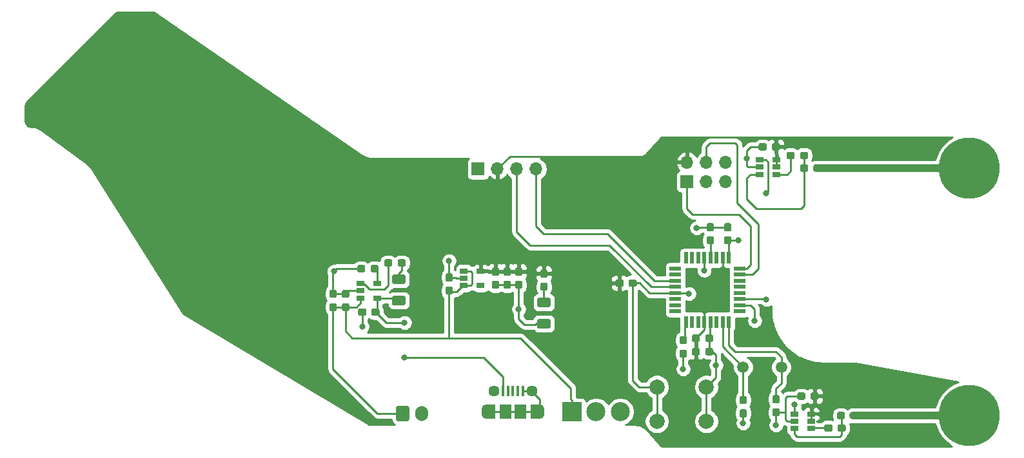
<source format=gbr>
G04 #@! TF.GenerationSoftware,KiCad,Pcbnew,(5.1.5)-3*
G04 #@! TF.CreationDate,2020-08-03T18:05:54+02:00*
G04 #@! TF.ProjectId,MK7 Gripper,4d4b3720-4772-4697-9070-65722e6b6963,rev?*
G04 #@! TF.SameCoordinates,Original*
G04 #@! TF.FileFunction,Copper,L1,Top*
G04 #@! TF.FilePolarity,Positive*
%FSLAX46Y46*%
G04 Gerber Fmt 4.6, Leading zero omitted, Abs format (unit mm)*
G04 Created by KiCad (PCBNEW (5.1.5)-3) date 2020-08-03 18:05:54*
%MOMM*%
%LPD*%
G04 APERTURE LIST*
%ADD10C,2.000000*%
%ADD11C,1.500000*%
%ADD12C,0.100000*%
%ADD13C,8.000000*%
%ADD14C,2.499360*%
%ADD15R,2.499360X2.499360*%
%ADD16R,1.060000X0.650000*%
%ADD17O,1.700000X1.700000*%
%ADD18R,1.700000X1.700000*%
%ADD19R,1.200000X1.900000*%
%ADD20O,1.200000X1.900000*%
%ADD21R,1.500000X1.900000*%
%ADD22C,1.450000*%
%ADD23R,0.400000X1.350000*%
%ADD24R,1.500000X0.550000*%
%ADD25R,0.550000X1.500000*%
%ADD26O,1.700000X2.000000*%
%ADD27C,0.800000*%
%ADD28C,0.250000*%
%ADD29C,1.000000*%
%ADD30C,0.254000*%
G04 APERTURE END LIST*
D10*
X133327000Y-126365000D03*
X133327000Y-121865000D03*
X139827000Y-126365000D03*
X139827000Y-121865000D03*
D11*
X149653000Y-119253000D03*
X144653000Y-119253000D03*
G04 #@! TA.AperFunction,SMDPad,CuDef*
D12*
G36*
X149231779Y-124684144D02*
G01*
X149254834Y-124687563D01*
X149277443Y-124693227D01*
X149299387Y-124701079D01*
X149320457Y-124711044D01*
X149340448Y-124723026D01*
X149359168Y-124736910D01*
X149376438Y-124752562D01*
X149392090Y-124769832D01*
X149405974Y-124788552D01*
X149417956Y-124808543D01*
X149427921Y-124829613D01*
X149435773Y-124851557D01*
X149441437Y-124874166D01*
X149444856Y-124897221D01*
X149446000Y-124920500D01*
X149446000Y-125495500D01*
X149444856Y-125518779D01*
X149441437Y-125541834D01*
X149435773Y-125564443D01*
X149427921Y-125586387D01*
X149417956Y-125607457D01*
X149405974Y-125627448D01*
X149392090Y-125646168D01*
X149376438Y-125663438D01*
X149359168Y-125679090D01*
X149340448Y-125692974D01*
X149320457Y-125704956D01*
X149299387Y-125714921D01*
X149277443Y-125722773D01*
X149254834Y-125728437D01*
X149231779Y-125731856D01*
X149208500Y-125733000D01*
X148733500Y-125733000D01*
X148710221Y-125731856D01*
X148687166Y-125728437D01*
X148664557Y-125722773D01*
X148642613Y-125714921D01*
X148621543Y-125704956D01*
X148601552Y-125692974D01*
X148582832Y-125679090D01*
X148565562Y-125663438D01*
X148549910Y-125646168D01*
X148536026Y-125627448D01*
X148524044Y-125607457D01*
X148514079Y-125586387D01*
X148506227Y-125564443D01*
X148500563Y-125541834D01*
X148497144Y-125518779D01*
X148496000Y-125495500D01*
X148496000Y-124920500D01*
X148497144Y-124897221D01*
X148500563Y-124874166D01*
X148506227Y-124851557D01*
X148514079Y-124829613D01*
X148524044Y-124808543D01*
X148536026Y-124788552D01*
X148549910Y-124769832D01*
X148565562Y-124752562D01*
X148582832Y-124736910D01*
X148601552Y-124723026D01*
X148621543Y-124711044D01*
X148642613Y-124701079D01*
X148664557Y-124693227D01*
X148687166Y-124687563D01*
X148710221Y-124684144D01*
X148733500Y-124683000D01*
X149208500Y-124683000D01*
X149231779Y-124684144D01*
G37*
G04 #@! TD.AperFunction*
G04 #@! TA.AperFunction,SMDPad,CuDef*
G36*
X149231779Y-122934144D02*
G01*
X149254834Y-122937563D01*
X149277443Y-122943227D01*
X149299387Y-122951079D01*
X149320457Y-122961044D01*
X149340448Y-122973026D01*
X149359168Y-122986910D01*
X149376438Y-123002562D01*
X149392090Y-123019832D01*
X149405974Y-123038552D01*
X149417956Y-123058543D01*
X149427921Y-123079613D01*
X149435773Y-123101557D01*
X149441437Y-123124166D01*
X149444856Y-123147221D01*
X149446000Y-123170500D01*
X149446000Y-123745500D01*
X149444856Y-123768779D01*
X149441437Y-123791834D01*
X149435773Y-123814443D01*
X149427921Y-123836387D01*
X149417956Y-123857457D01*
X149405974Y-123877448D01*
X149392090Y-123896168D01*
X149376438Y-123913438D01*
X149359168Y-123929090D01*
X149340448Y-123942974D01*
X149320457Y-123954956D01*
X149299387Y-123964921D01*
X149277443Y-123972773D01*
X149254834Y-123978437D01*
X149231779Y-123981856D01*
X149208500Y-123983000D01*
X148733500Y-123983000D01*
X148710221Y-123981856D01*
X148687166Y-123978437D01*
X148664557Y-123972773D01*
X148642613Y-123964921D01*
X148621543Y-123954956D01*
X148601552Y-123942974D01*
X148582832Y-123929090D01*
X148565562Y-123913438D01*
X148549910Y-123896168D01*
X148536026Y-123877448D01*
X148524044Y-123857457D01*
X148514079Y-123836387D01*
X148506227Y-123814443D01*
X148500563Y-123791834D01*
X148497144Y-123768779D01*
X148496000Y-123745500D01*
X148496000Y-123170500D01*
X148497144Y-123147221D01*
X148500563Y-123124166D01*
X148506227Y-123101557D01*
X148514079Y-123079613D01*
X148524044Y-123058543D01*
X148536026Y-123038552D01*
X148549910Y-123019832D01*
X148565562Y-123002562D01*
X148582832Y-122986910D01*
X148601552Y-122973026D01*
X148621543Y-122961044D01*
X148642613Y-122951079D01*
X148664557Y-122943227D01*
X148687166Y-122937563D01*
X148710221Y-122934144D01*
X148733500Y-122933000D01*
X149208500Y-122933000D01*
X149231779Y-122934144D01*
G37*
G04 #@! TD.AperFunction*
G04 #@! TA.AperFunction,SMDPad,CuDef*
G36*
X144913779Y-124797144D02*
G01*
X144936834Y-124800563D01*
X144959443Y-124806227D01*
X144981387Y-124814079D01*
X145002457Y-124824044D01*
X145022448Y-124836026D01*
X145041168Y-124849910D01*
X145058438Y-124865562D01*
X145074090Y-124882832D01*
X145087974Y-124901552D01*
X145099956Y-124921543D01*
X145109921Y-124942613D01*
X145117773Y-124964557D01*
X145123437Y-124987166D01*
X145126856Y-125010221D01*
X145128000Y-125033500D01*
X145128000Y-125608500D01*
X145126856Y-125631779D01*
X145123437Y-125654834D01*
X145117773Y-125677443D01*
X145109921Y-125699387D01*
X145099956Y-125720457D01*
X145087974Y-125740448D01*
X145074090Y-125759168D01*
X145058438Y-125776438D01*
X145041168Y-125792090D01*
X145022448Y-125805974D01*
X145002457Y-125817956D01*
X144981387Y-125827921D01*
X144959443Y-125835773D01*
X144936834Y-125841437D01*
X144913779Y-125844856D01*
X144890500Y-125846000D01*
X144415500Y-125846000D01*
X144392221Y-125844856D01*
X144369166Y-125841437D01*
X144346557Y-125835773D01*
X144324613Y-125827921D01*
X144303543Y-125817956D01*
X144283552Y-125805974D01*
X144264832Y-125792090D01*
X144247562Y-125776438D01*
X144231910Y-125759168D01*
X144218026Y-125740448D01*
X144206044Y-125720457D01*
X144196079Y-125699387D01*
X144188227Y-125677443D01*
X144182563Y-125654834D01*
X144179144Y-125631779D01*
X144178000Y-125608500D01*
X144178000Y-125033500D01*
X144179144Y-125010221D01*
X144182563Y-124987166D01*
X144188227Y-124964557D01*
X144196079Y-124942613D01*
X144206044Y-124921543D01*
X144218026Y-124901552D01*
X144231910Y-124882832D01*
X144247562Y-124865562D01*
X144264832Y-124849910D01*
X144283552Y-124836026D01*
X144303543Y-124824044D01*
X144324613Y-124814079D01*
X144346557Y-124806227D01*
X144369166Y-124800563D01*
X144392221Y-124797144D01*
X144415500Y-124796000D01*
X144890500Y-124796000D01*
X144913779Y-124797144D01*
G37*
G04 #@! TD.AperFunction*
G04 #@! TA.AperFunction,SMDPad,CuDef*
G36*
X144913779Y-123047144D02*
G01*
X144936834Y-123050563D01*
X144959443Y-123056227D01*
X144981387Y-123064079D01*
X145002457Y-123074044D01*
X145022448Y-123086026D01*
X145041168Y-123099910D01*
X145058438Y-123115562D01*
X145074090Y-123132832D01*
X145087974Y-123151552D01*
X145099956Y-123171543D01*
X145109921Y-123192613D01*
X145117773Y-123214557D01*
X145123437Y-123237166D01*
X145126856Y-123260221D01*
X145128000Y-123283500D01*
X145128000Y-123858500D01*
X145126856Y-123881779D01*
X145123437Y-123904834D01*
X145117773Y-123927443D01*
X145109921Y-123949387D01*
X145099956Y-123970457D01*
X145087974Y-123990448D01*
X145074090Y-124009168D01*
X145058438Y-124026438D01*
X145041168Y-124042090D01*
X145022448Y-124055974D01*
X145002457Y-124067956D01*
X144981387Y-124077921D01*
X144959443Y-124085773D01*
X144936834Y-124091437D01*
X144913779Y-124094856D01*
X144890500Y-124096000D01*
X144415500Y-124096000D01*
X144392221Y-124094856D01*
X144369166Y-124091437D01*
X144346557Y-124085773D01*
X144324613Y-124077921D01*
X144303543Y-124067956D01*
X144283552Y-124055974D01*
X144264832Y-124042090D01*
X144247562Y-124026438D01*
X144231910Y-124009168D01*
X144218026Y-123990448D01*
X144206044Y-123970457D01*
X144196079Y-123949387D01*
X144188227Y-123927443D01*
X144182563Y-123904834D01*
X144179144Y-123881779D01*
X144178000Y-123858500D01*
X144178000Y-123283500D01*
X144179144Y-123260221D01*
X144182563Y-123237166D01*
X144188227Y-123214557D01*
X144196079Y-123192613D01*
X144206044Y-123171543D01*
X144218026Y-123151552D01*
X144231910Y-123132832D01*
X144247562Y-123115562D01*
X144264832Y-123099910D01*
X144283552Y-123086026D01*
X144303543Y-123074044D01*
X144324613Y-123064079D01*
X144346557Y-123056227D01*
X144369166Y-123050563D01*
X144392221Y-123047144D01*
X144415500Y-123046000D01*
X144890500Y-123046000D01*
X144913779Y-123047144D01*
G37*
G04 #@! TD.AperFunction*
D13*
X174371000Y-125603000D03*
X174371000Y-93091000D03*
D14*
X128524000Y-125095000D03*
X125349000Y-125095000D03*
D15*
X122174000Y-125095000D03*
G04 #@! TA.AperFunction,SMDPad,CuDef*
D12*
G36*
X152597779Y-122589144D02*
G01*
X152620834Y-122592563D01*
X152643443Y-122598227D01*
X152665387Y-122606079D01*
X152686457Y-122616044D01*
X152706448Y-122628026D01*
X152725168Y-122641910D01*
X152742438Y-122657562D01*
X152758090Y-122674832D01*
X152771974Y-122693552D01*
X152783956Y-122713543D01*
X152793921Y-122734613D01*
X152801773Y-122756557D01*
X152807437Y-122779166D01*
X152810856Y-122802221D01*
X152812000Y-122825500D01*
X152812000Y-123300500D01*
X152810856Y-123323779D01*
X152807437Y-123346834D01*
X152801773Y-123369443D01*
X152793921Y-123391387D01*
X152783956Y-123412457D01*
X152771974Y-123432448D01*
X152758090Y-123451168D01*
X152742438Y-123468438D01*
X152725168Y-123484090D01*
X152706448Y-123497974D01*
X152686457Y-123509956D01*
X152665387Y-123519921D01*
X152643443Y-123527773D01*
X152620834Y-123533437D01*
X152597779Y-123536856D01*
X152574500Y-123538000D01*
X151999500Y-123538000D01*
X151976221Y-123536856D01*
X151953166Y-123533437D01*
X151930557Y-123527773D01*
X151908613Y-123519921D01*
X151887543Y-123509956D01*
X151867552Y-123497974D01*
X151848832Y-123484090D01*
X151831562Y-123468438D01*
X151815910Y-123451168D01*
X151802026Y-123432448D01*
X151790044Y-123412457D01*
X151780079Y-123391387D01*
X151772227Y-123369443D01*
X151766563Y-123346834D01*
X151763144Y-123323779D01*
X151762000Y-123300500D01*
X151762000Y-122825500D01*
X151763144Y-122802221D01*
X151766563Y-122779166D01*
X151772227Y-122756557D01*
X151780079Y-122734613D01*
X151790044Y-122713543D01*
X151802026Y-122693552D01*
X151815910Y-122674832D01*
X151831562Y-122657562D01*
X151848832Y-122641910D01*
X151867552Y-122628026D01*
X151887543Y-122616044D01*
X151908613Y-122606079D01*
X151930557Y-122598227D01*
X151953166Y-122592563D01*
X151976221Y-122589144D01*
X151999500Y-122588000D01*
X152574500Y-122588000D01*
X152597779Y-122589144D01*
G37*
G04 #@! TD.AperFunction*
G04 #@! TA.AperFunction,SMDPad,CuDef*
G36*
X154347779Y-122589144D02*
G01*
X154370834Y-122592563D01*
X154393443Y-122598227D01*
X154415387Y-122606079D01*
X154436457Y-122616044D01*
X154456448Y-122628026D01*
X154475168Y-122641910D01*
X154492438Y-122657562D01*
X154508090Y-122674832D01*
X154521974Y-122693552D01*
X154533956Y-122713543D01*
X154543921Y-122734613D01*
X154551773Y-122756557D01*
X154557437Y-122779166D01*
X154560856Y-122802221D01*
X154562000Y-122825500D01*
X154562000Y-123300500D01*
X154560856Y-123323779D01*
X154557437Y-123346834D01*
X154551773Y-123369443D01*
X154543921Y-123391387D01*
X154533956Y-123412457D01*
X154521974Y-123432448D01*
X154508090Y-123451168D01*
X154492438Y-123468438D01*
X154475168Y-123484090D01*
X154456448Y-123497974D01*
X154436457Y-123509956D01*
X154415387Y-123519921D01*
X154393443Y-123527773D01*
X154370834Y-123533437D01*
X154347779Y-123536856D01*
X154324500Y-123538000D01*
X153749500Y-123538000D01*
X153726221Y-123536856D01*
X153703166Y-123533437D01*
X153680557Y-123527773D01*
X153658613Y-123519921D01*
X153637543Y-123509956D01*
X153617552Y-123497974D01*
X153598832Y-123484090D01*
X153581562Y-123468438D01*
X153565910Y-123451168D01*
X153552026Y-123432448D01*
X153540044Y-123412457D01*
X153530079Y-123391387D01*
X153522227Y-123369443D01*
X153516563Y-123346834D01*
X153513144Y-123323779D01*
X153512000Y-123300500D01*
X153512000Y-122825500D01*
X153513144Y-122802221D01*
X153516563Y-122779166D01*
X153522227Y-122756557D01*
X153530079Y-122734613D01*
X153540044Y-122713543D01*
X153552026Y-122693552D01*
X153565910Y-122674832D01*
X153581562Y-122657562D01*
X153598832Y-122641910D01*
X153617552Y-122628026D01*
X153637543Y-122616044D01*
X153658613Y-122606079D01*
X153680557Y-122598227D01*
X153703166Y-122592563D01*
X153726221Y-122589144D01*
X153749500Y-122588000D01*
X154324500Y-122588000D01*
X154347779Y-122589144D01*
G37*
G04 #@! TD.AperFunction*
G04 #@! TA.AperFunction,SMDPad,CuDef*
G36*
X147517779Y-89823144D02*
G01*
X147540834Y-89826563D01*
X147563443Y-89832227D01*
X147585387Y-89840079D01*
X147606457Y-89850044D01*
X147626448Y-89862026D01*
X147645168Y-89875910D01*
X147662438Y-89891562D01*
X147678090Y-89908832D01*
X147691974Y-89927552D01*
X147703956Y-89947543D01*
X147713921Y-89968613D01*
X147721773Y-89990557D01*
X147727437Y-90013166D01*
X147730856Y-90036221D01*
X147732000Y-90059500D01*
X147732000Y-90534500D01*
X147730856Y-90557779D01*
X147727437Y-90580834D01*
X147721773Y-90603443D01*
X147713921Y-90625387D01*
X147703956Y-90646457D01*
X147691974Y-90666448D01*
X147678090Y-90685168D01*
X147662438Y-90702438D01*
X147645168Y-90718090D01*
X147626448Y-90731974D01*
X147606457Y-90743956D01*
X147585387Y-90753921D01*
X147563443Y-90761773D01*
X147540834Y-90767437D01*
X147517779Y-90770856D01*
X147494500Y-90772000D01*
X146919500Y-90772000D01*
X146896221Y-90770856D01*
X146873166Y-90767437D01*
X146850557Y-90761773D01*
X146828613Y-90753921D01*
X146807543Y-90743956D01*
X146787552Y-90731974D01*
X146768832Y-90718090D01*
X146751562Y-90702438D01*
X146735910Y-90685168D01*
X146722026Y-90666448D01*
X146710044Y-90646457D01*
X146700079Y-90625387D01*
X146692227Y-90603443D01*
X146686563Y-90580834D01*
X146683144Y-90557779D01*
X146682000Y-90534500D01*
X146682000Y-90059500D01*
X146683144Y-90036221D01*
X146686563Y-90013166D01*
X146692227Y-89990557D01*
X146700079Y-89968613D01*
X146710044Y-89947543D01*
X146722026Y-89927552D01*
X146735910Y-89908832D01*
X146751562Y-89891562D01*
X146768832Y-89875910D01*
X146787552Y-89862026D01*
X146807543Y-89850044D01*
X146828613Y-89840079D01*
X146850557Y-89832227D01*
X146873166Y-89826563D01*
X146896221Y-89823144D01*
X146919500Y-89822000D01*
X147494500Y-89822000D01*
X147517779Y-89823144D01*
G37*
G04 #@! TD.AperFunction*
G04 #@! TA.AperFunction,SMDPad,CuDef*
G36*
X149267779Y-89823144D02*
G01*
X149290834Y-89826563D01*
X149313443Y-89832227D01*
X149335387Y-89840079D01*
X149356457Y-89850044D01*
X149376448Y-89862026D01*
X149395168Y-89875910D01*
X149412438Y-89891562D01*
X149428090Y-89908832D01*
X149441974Y-89927552D01*
X149453956Y-89947543D01*
X149463921Y-89968613D01*
X149471773Y-89990557D01*
X149477437Y-90013166D01*
X149480856Y-90036221D01*
X149482000Y-90059500D01*
X149482000Y-90534500D01*
X149480856Y-90557779D01*
X149477437Y-90580834D01*
X149471773Y-90603443D01*
X149463921Y-90625387D01*
X149453956Y-90646457D01*
X149441974Y-90666448D01*
X149428090Y-90685168D01*
X149412438Y-90702438D01*
X149395168Y-90718090D01*
X149376448Y-90731974D01*
X149356457Y-90743956D01*
X149335387Y-90753921D01*
X149313443Y-90761773D01*
X149290834Y-90767437D01*
X149267779Y-90770856D01*
X149244500Y-90772000D01*
X148669500Y-90772000D01*
X148646221Y-90770856D01*
X148623166Y-90767437D01*
X148600557Y-90761773D01*
X148578613Y-90753921D01*
X148557543Y-90743956D01*
X148537552Y-90731974D01*
X148518832Y-90718090D01*
X148501562Y-90702438D01*
X148485910Y-90685168D01*
X148472026Y-90666448D01*
X148460044Y-90646457D01*
X148450079Y-90625387D01*
X148442227Y-90603443D01*
X148436563Y-90580834D01*
X148433144Y-90557779D01*
X148432000Y-90534500D01*
X148432000Y-90059500D01*
X148433144Y-90036221D01*
X148436563Y-90013166D01*
X148442227Y-89990557D01*
X148450079Y-89968613D01*
X148460044Y-89947543D01*
X148472026Y-89927552D01*
X148485910Y-89908832D01*
X148501562Y-89891562D01*
X148518832Y-89875910D01*
X148537552Y-89862026D01*
X148557543Y-89850044D01*
X148578613Y-89840079D01*
X148600557Y-89832227D01*
X148623166Y-89826563D01*
X148646221Y-89823144D01*
X148669500Y-89822000D01*
X149244500Y-89822000D01*
X149267779Y-89823144D01*
G37*
G04 #@! TD.AperFunction*
D16*
X153627000Y-126365000D03*
X153627000Y-125415000D03*
X153627000Y-127315000D03*
X151427000Y-127315000D03*
X151427000Y-126365000D03*
X151427000Y-125415000D03*
X149055000Y-92964000D03*
X149055000Y-92014000D03*
X149055000Y-93914000D03*
X146855000Y-93914000D03*
X146855000Y-92964000D03*
X146855000Y-92014000D03*
G04 #@! TA.AperFunction,SMDPad,CuDef*
D12*
G36*
X159554779Y-125129144D02*
G01*
X159577834Y-125132563D01*
X159600443Y-125138227D01*
X159622387Y-125146079D01*
X159643457Y-125156044D01*
X159663448Y-125168026D01*
X159682168Y-125181910D01*
X159699438Y-125197562D01*
X159715090Y-125214832D01*
X159728974Y-125233552D01*
X159740956Y-125253543D01*
X159750921Y-125274613D01*
X159758773Y-125296557D01*
X159764437Y-125319166D01*
X159767856Y-125342221D01*
X159769000Y-125365500D01*
X159769000Y-125840500D01*
X159767856Y-125863779D01*
X159764437Y-125886834D01*
X159758773Y-125909443D01*
X159750921Y-125931387D01*
X159740956Y-125952457D01*
X159728974Y-125972448D01*
X159715090Y-125991168D01*
X159699438Y-126008438D01*
X159682168Y-126024090D01*
X159663448Y-126037974D01*
X159643457Y-126049956D01*
X159622387Y-126059921D01*
X159600443Y-126067773D01*
X159577834Y-126073437D01*
X159554779Y-126076856D01*
X159531500Y-126078000D01*
X158956500Y-126078000D01*
X158933221Y-126076856D01*
X158910166Y-126073437D01*
X158887557Y-126067773D01*
X158865613Y-126059921D01*
X158844543Y-126049956D01*
X158824552Y-126037974D01*
X158805832Y-126024090D01*
X158788562Y-126008438D01*
X158772910Y-125991168D01*
X158759026Y-125972448D01*
X158747044Y-125952457D01*
X158737079Y-125931387D01*
X158729227Y-125909443D01*
X158723563Y-125886834D01*
X158720144Y-125863779D01*
X158719000Y-125840500D01*
X158719000Y-125365500D01*
X158720144Y-125342221D01*
X158723563Y-125319166D01*
X158729227Y-125296557D01*
X158737079Y-125274613D01*
X158747044Y-125253543D01*
X158759026Y-125233552D01*
X158772910Y-125214832D01*
X158788562Y-125197562D01*
X158805832Y-125181910D01*
X158824552Y-125168026D01*
X158844543Y-125156044D01*
X158865613Y-125146079D01*
X158887557Y-125138227D01*
X158910166Y-125132563D01*
X158933221Y-125129144D01*
X158956500Y-125128000D01*
X159531500Y-125128000D01*
X159554779Y-125129144D01*
G37*
G04 #@! TD.AperFunction*
G04 #@! TA.AperFunction,SMDPad,CuDef*
G36*
X157804779Y-125129144D02*
G01*
X157827834Y-125132563D01*
X157850443Y-125138227D01*
X157872387Y-125146079D01*
X157893457Y-125156044D01*
X157913448Y-125168026D01*
X157932168Y-125181910D01*
X157949438Y-125197562D01*
X157965090Y-125214832D01*
X157978974Y-125233552D01*
X157990956Y-125253543D01*
X158000921Y-125274613D01*
X158008773Y-125296557D01*
X158014437Y-125319166D01*
X158017856Y-125342221D01*
X158019000Y-125365500D01*
X158019000Y-125840500D01*
X158017856Y-125863779D01*
X158014437Y-125886834D01*
X158008773Y-125909443D01*
X158000921Y-125931387D01*
X157990956Y-125952457D01*
X157978974Y-125972448D01*
X157965090Y-125991168D01*
X157949438Y-126008438D01*
X157932168Y-126024090D01*
X157913448Y-126037974D01*
X157893457Y-126049956D01*
X157872387Y-126059921D01*
X157850443Y-126067773D01*
X157827834Y-126073437D01*
X157804779Y-126076856D01*
X157781500Y-126078000D01*
X157206500Y-126078000D01*
X157183221Y-126076856D01*
X157160166Y-126073437D01*
X157137557Y-126067773D01*
X157115613Y-126059921D01*
X157094543Y-126049956D01*
X157074552Y-126037974D01*
X157055832Y-126024090D01*
X157038562Y-126008438D01*
X157022910Y-125991168D01*
X157009026Y-125972448D01*
X156997044Y-125952457D01*
X156987079Y-125931387D01*
X156979227Y-125909443D01*
X156973563Y-125886834D01*
X156970144Y-125863779D01*
X156969000Y-125840500D01*
X156969000Y-125365500D01*
X156970144Y-125342221D01*
X156973563Y-125319166D01*
X156979227Y-125296557D01*
X156987079Y-125274613D01*
X156997044Y-125253543D01*
X157009026Y-125233552D01*
X157022910Y-125214832D01*
X157038562Y-125197562D01*
X157055832Y-125181910D01*
X157074552Y-125168026D01*
X157094543Y-125156044D01*
X157115613Y-125146079D01*
X157137557Y-125138227D01*
X157160166Y-125132563D01*
X157183221Y-125129144D01*
X157206500Y-125128000D01*
X157781500Y-125128000D01*
X157804779Y-125129144D01*
G37*
G04 #@! TD.AperFunction*
G04 #@! TA.AperFunction,SMDPad,CuDef*
G36*
X154714779Y-92617144D02*
G01*
X154737834Y-92620563D01*
X154760443Y-92626227D01*
X154782387Y-92634079D01*
X154803457Y-92644044D01*
X154823448Y-92656026D01*
X154842168Y-92669910D01*
X154859438Y-92685562D01*
X154875090Y-92702832D01*
X154888974Y-92721552D01*
X154900956Y-92741543D01*
X154910921Y-92762613D01*
X154918773Y-92784557D01*
X154924437Y-92807166D01*
X154927856Y-92830221D01*
X154929000Y-92853500D01*
X154929000Y-93328500D01*
X154927856Y-93351779D01*
X154924437Y-93374834D01*
X154918773Y-93397443D01*
X154910921Y-93419387D01*
X154900956Y-93440457D01*
X154888974Y-93460448D01*
X154875090Y-93479168D01*
X154859438Y-93496438D01*
X154842168Y-93512090D01*
X154823448Y-93525974D01*
X154803457Y-93537956D01*
X154782387Y-93547921D01*
X154760443Y-93555773D01*
X154737834Y-93561437D01*
X154714779Y-93564856D01*
X154691500Y-93566000D01*
X154116500Y-93566000D01*
X154093221Y-93564856D01*
X154070166Y-93561437D01*
X154047557Y-93555773D01*
X154025613Y-93547921D01*
X154004543Y-93537956D01*
X153984552Y-93525974D01*
X153965832Y-93512090D01*
X153948562Y-93496438D01*
X153932910Y-93479168D01*
X153919026Y-93460448D01*
X153907044Y-93440457D01*
X153897079Y-93419387D01*
X153889227Y-93397443D01*
X153883563Y-93374834D01*
X153880144Y-93351779D01*
X153879000Y-93328500D01*
X153879000Y-92853500D01*
X153880144Y-92830221D01*
X153883563Y-92807166D01*
X153889227Y-92784557D01*
X153897079Y-92762613D01*
X153907044Y-92741543D01*
X153919026Y-92721552D01*
X153932910Y-92702832D01*
X153948562Y-92685562D01*
X153965832Y-92669910D01*
X153984552Y-92656026D01*
X154004543Y-92644044D01*
X154025613Y-92634079D01*
X154047557Y-92626227D01*
X154070166Y-92620563D01*
X154093221Y-92617144D01*
X154116500Y-92616000D01*
X154691500Y-92616000D01*
X154714779Y-92617144D01*
G37*
G04 #@! TD.AperFunction*
G04 #@! TA.AperFunction,SMDPad,CuDef*
G36*
X152964779Y-92617144D02*
G01*
X152987834Y-92620563D01*
X153010443Y-92626227D01*
X153032387Y-92634079D01*
X153053457Y-92644044D01*
X153073448Y-92656026D01*
X153092168Y-92669910D01*
X153109438Y-92685562D01*
X153125090Y-92702832D01*
X153138974Y-92721552D01*
X153150956Y-92741543D01*
X153160921Y-92762613D01*
X153168773Y-92784557D01*
X153174437Y-92807166D01*
X153177856Y-92830221D01*
X153179000Y-92853500D01*
X153179000Y-93328500D01*
X153177856Y-93351779D01*
X153174437Y-93374834D01*
X153168773Y-93397443D01*
X153160921Y-93419387D01*
X153150956Y-93440457D01*
X153138974Y-93460448D01*
X153125090Y-93479168D01*
X153109438Y-93496438D01*
X153092168Y-93512090D01*
X153073448Y-93525974D01*
X153053457Y-93537956D01*
X153032387Y-93547921D01*
X153010443Y-93555773D01*
X152987834Y-93561437D01*
X152964779Y-93564856D01*
X152941500Y-93566000D01*
X152366500Y-93566000D01*
X152343221Y-93564856D01*
X152320166Y-93561437D01*
X152297557Y-93555773D01*
X152275613Y-93547921D01*
X152254543Y-93537956D01*
X152234552Y-93525974D01*
X152215832Y-93512090D01*
X152198562Y-93496438D01*
X152182910Y-93479168D01*
X152169026Y-93460448D01*
X152157044Y-93440457D01*
X152147079Y-93419387D01*
X152139227Y-93397443D01*
X152133563Y-93374834D01*
X152130144Y-93351779D01*
X152129000Y-93328500D01*
X152129000Y-92853500D01*
X152130144Y-92830221D01*
X152133563Y-92807166D01*
X152139227Y-92784557D01*
X152147079Y-92762613D01*
X152157044Y-92741543D01*
X152169026Y-92721552D01*
X152182910Y-92702832D01*
X152198562Y-92685562D01*
X152215832Y-92669910D01*
X152234552Y-92656026D01*
X152254543Y-92644044D01*
X152275613Y-92634079D01*
X152297557Y-92626227D01*
X152320166Y-92620563D01*
X152343221Y-92617144D01*
X152366500Y-92616000D01*
X152941500Y-92616000D01*
X152964779Y-92617144D01*
G37*
G04 #@! TD.AperFunction*
G04 #@! TA.AperFunction,SMDPad,CuDef*
G36*
X156153779Y-126780144D02*
G01*
X156176834Y-126783563D01*
X156199443Y-126789227D01*
X156221387Y-126797079D01*
X156242457Y-126807044D01*
X156262448Y-126819026D01*
X156281168Y-126832910D01*
X156298438Y-126848562D01*
X156314090Y-126865832D01*
X156327974Y-126884552D01*
X156339956Y-126904543D01*
X156349921Y-126925613D01*
X156357773Y-126947557D01*
X156363437Y-126970166D01*
X156366856Y-126993221D01*
X156368000Y-127016500D01*
X156368000Y-127491500D01*
X156366856Y-127514779D01*
X156363437Y-127537834D01*
X156357773Y-127560443D01*
X156349921Y-127582387D01*
X156339956Y-127603457D01*
X156327974Y-127623448D01*
X156314090Y-127642168D01*
X156298438Y-127659438D01*
X156281168Y-127675090D01*
X156262448Y-127688974D01*
X156242457Y-127700956D01*
X156221387Y-127710921D01*
X156199443Y-127718773D01*
X156176834Y-127724437D01*
X156153779Y-127727856D01*
X156130500Y-127729000D01*
X155555500Y-127729000D01*
X155532221Y-127727856D01*
X155509166Y-127724437D01*
X155486557Y-127718773D01*
X155464613Y-127710921D01*
X155443543Y-127700956D01*
X155423552Y-127688974D01*
X155404832Y-127675090D01*
X155387562Y-127659438D01*
X155371910Y-127642168D01*
X155358026Y-127623448D01*
X155346044Y-127603457D01*
X155336079Y-127582387D01*
X155328227Y-127560443D01*
X155322563Y-127537834D01*
X155319144Y-127514779D01*
X155318000Y-127491500D01*
X155318000Y-127016500D01*
X155319144Y-126993221D01*
X155322563Y-126970166D01*
X155328227Y-126947557D01*
X155336079Y-126925613D01*
X155346044Y-126904543D01*
X155358026Y-126884552D01*
X155371910Y-126865832D01*
X155387562Y-126848562D01*
X155404832Y-126832910D01*
X155423552Y-126819026D01*
X155443543Y-126807044D01*
X155464613Y-126797079D01*
X155486557Y-126789227D01*
X155509166Y-126783563D01*
X155532221Y-126780144D01*
X155555500Y-126779000D01*
X156130500Y-126779000D01*
X156153779Y-126780144D01*
G37*
G04 #@! TD.AperFunction*
G04 #@! TA.AperFunction,SMDPad,CuDef*
G36*
X157903779Y-126780144D02*
G01*
X157926834Y-126783563D01*
X157949443Y-126789227D01*
X157971387Y-126797079D01*
X157992457Y-126807044D01*
X158012448Y-126819026D01*
X158031168Y-126832910D01*
X158048438Y-126848562D01*
X158064090Y-126865832D01*
X158077974Y-126884552D01*
X158089956Y-126904543D01*
X158099921Y-126925613D01*
X158107773Y-126947557D01*
X158113437Y-126970166D01*
X158116856Y-126993221D01*
X158118000Y-127016500D01*
X158118000Y-127491500D01*
X158116856Y-127514779D01*
X158113437Y-127537834D01*
X158107773Y-127560443D01*
X158099921Y-127582387D01*
X158089956Y-127603457D01*
X158077974Y-127623448D01*
X158064090Y-127642168D01*
X158048438Y-127659438D01*
X158031168Y-127675090D01*
X158012448Y-127688974D01*
X157992457Y-127700956D01*
X157971387Y-127710921D01*
X157949443Y-127718773D01*
X157926834Y-127724437D01*
X157903779Y-127727856D01*
X157880500Y-127729000D01*
X157305500Y-127729000D01*
X157282221Y-127727856D01*
X157259166Y-127724437D01*
X157236557Y-127718773D01*
X157214613Y-127710921D01*
X157193543Y-127700956D01*
X157173552Y-127688974D01*
X157154832Y-127675090D01*
X157137562Y-127659438D01*
X157121910Y-127642168D01*
X157108026Y-127623448D01*
X157096044Y-127603457D01*
X157086079Y-127582387D01*
X157078227Y-127560443D01*
X157072563Y-127537834D01*
X157069144Y-127514779D01*
X157068000Y-127491500D01*
X157068000Y-127016500D01*
X157069144Y-126993221D01*
X157072563Y-126970166D01*
X157078227Y-126947557D01*
X157086079Y-126925613D01*
X157096044Y-126904543D01*
X157108026Y-126884552D01*
X157121910Y-126865832D01*
X157137562Y-126848562D01*
X157154832Y-126832910D01*
X157173552Y-126819026D01*
X157193543Y-126807044D01*
X157214613Y-126797079D01*
X157236557Y-126789227D01*
X157259166Y-126783563D01*
X157282221Y-126780144D01*
X157305500Y-126779000D01*
X157880500Y-126779000D01*
X157903779Y-126780144D01*
G37*
G04 #@! TD.AperFunction*
G04 #@! TA.AperFunction,SMDPad,CuDef*
G36*
X151200779Y-90966144D02*
G01*
X151223834Y-90969563D01*
X151246443Y-90975227D01*
X151268387Y-90983079D01*
X151289457Y-90993044D01*
X151309448Y-91005026D01*
X151328168Y-91018910D01*
X151345438Y-91034562D01*
X151361090Y-91051832D01*
X151374974Y-91070552D01*
X151386956Y-91090543D01*
X151396921Y-91111613D01*
X151404773Y-91133557D01*
X151410437Y-91156166D01*
X151413856Y-91179221D01*
X151415000Y-91202500D01*
X151415000Y-91677500D01*
X151413856Y-91700779D01*
X151410437Y-91723834D01*
X151404773Y-91746443D01*
X151396921Y-91768387D01*
X151386956Y-91789457D01*
X151374974Y-91809448D01*
X151361090Y-91828168D01*
X151345438Y-91845438D01*
X151328168Y-91861090D01*
X151309448Y-91874974D01*
X151289457Y-91886956D01*
X151268387Y-91896921D01*
X151246443Y-91904773D01*
X151223834Y-91910437D01*
X151200779Y-91913856D01*
X151177500Y-91915000D01*
X150602500Y-91915000D01*
X150579221Y-91913856D01*
X150556166Y-91910437D01*
X150533557Y-91904773D01*
X150511613Y-91896921D01*
X150490543Y-91886956D01*
X150470552Y-91874974D01*
X150451832Y-91861090D01*
X150434562Y-91845438D01*
X150418910Y-91828168D01*
X150405026Y-91809448D01*
X150393044Y-91789457D01*
X150383079Y-91768387D01*
X150375227Y-91746443D01*
X150369563Y-91723834D01*
X150366144Y-91700779D01*
X150365000Y-91677500D01*
X150365000Y-91202500D01*
X150366144Y-91179221D01*
X150369563Y-91156166D01*
X150375227Y-91133557D01*
X150383079Y-91111613D01*
X150393044Y-91090543D01*
X150405026Y-91070552D01*
X150418910Y-91051832D01*
X150434562Y-91034562D01*
X150451832Y-91018910D01*
X150470552Y-91005026D01*
X150490543Y-90993044D01*
X150511613Y-90983079D01*
X150533557Y-90975227D01*
X150556166Y-90969563D01*
X150579221Y-90966144D01*
X150602500Y-90965000D01*
X151177500Y-90965000D01*
X151200779Y-90966144D01*
G37*
G04 #@! TD.AperFunction*
G04 #@! TA.AperFunction,SMDPad,CuDef*
G36*
X152950779Y-90966144D02*
G01*
X152973834Y-90969563D01*
X152996443Y-90975227D01*
X153018387Y-90983079D01*
X153039457Y-90993044D01*
X153059448Y-91005026D01*
X153078168Y-91018910D01*
X153095438Y-91034562D01*
X153111090Y-91051832D01*
X153124974Y-91070552D01*
X153136956Y-91090543D01*
X153146921Y-91111613D01*
X153154773Y-91133557D01*
X153160437Y-91156166D01*
X153163856Y-91179221D01*
X153165000Y-91202500D01*
X153165000Y-91677500D01*
X153163856Y-91700779D01*
X153160437Y-91723834D01*
X153154773Y-91746443D01*
X153146921Y-91768387D01*
X153136956Y-91789457D01*
X153124974Y-91809448D01*
X153111090Y-91828168D01*
X153095438Y-91845438D01*
X153078168Y-91861090D01*
X153059448Y-91874974D01*
X153039457Y-91886956D01*
X153018387Y-91896921D01*
X152996443Y-91904773D01*
X152973834Y-91910437D01*
X152950779Y-91913856D01*
X152927500Y-91915000D01*
X152352500Y-91915000D01*
X152329221Y-91913856D01*
X152306166Y-91910437D01*
X152283557Y-91904773D01*
X152261613Y-91896921D01*
X152240543Y-91886956D01*
X152220552Y-91874974D01*
X152201832Y-91861090D01*
X152184562Y-91845438D01*
X152168910Y-91828168D01*
X152155026Y-91809448D01*
X152143044Y-91789457D01*
X152133079Y-91768387D01*
X152125227Y-91746443D01*
X152119563Y-91723834D01*
X152116144Y-91700779D01*
X152115000Y-91677500D01*
X152115000Y-91202500D01*
X152116144Y-91179221D01*
X152119563Y-91156166D01*
X152125227Y-91133557D01*
X152133079Y-91111613D01*
X152143044Y-91090543D01*
X152155026Y-91070552D01*
X152168910Y-91051832D01*
X152184562Y-91034562D01*
X152201832Y-91018910D01*
X152220552Y-91005026D01*
X152240543Y-90993044D01*
X152261613Y-90983079D01*
X152283557Y-90975227D01*
X152306166Y-90969563D01*
X152329221Y-90966144D01*
X152352500Y-90965000D01*
X152927500Y-90965000D01*
X152950779Y-90966144D01*
G37*
G04 #@! TD.AperFunction*
D17*
X142367000Y-92329000D03*
X142367000Y-94869000D03*
X139827000Y-92329000D03*
X139827000Y-94869000D03*
X137287000Y-92329000D03*
D18*
X137287000Y-94869000D03*
G04 #@! TA.AperFunction,SMDPad,CuDef*
D12*
G36*
X137039779Y-116937144D02*
G01*
X137062834Y-116940563D01*
X137085443Y-116946227D01*
X137107387Y-116954079D01*
X137128457Y-116964044D01*
X137148448Y-116976026D01*
X137167168Y-116989910D01*
X137184438Y-117005562D01*
X137200090Y-117022832D01*
X137213974Y-117041552D01*
X137225956Y-117061543D01*
X137235921Y-117082613D01*
X137243773Y-117104557D01*
X137249437Y-117127166D01*
X137252856Y-117150221D01*
X137254000Y-117173500D01*
X137254000Y-117748500D01*
X137252856Y-117771779D01*
X137249437Y-117794834D01*
X137243773Y-117817443D01*
X137235921Y-117839387D01*
X137225956Y-117860457D01*
X137213974Y-117880448D01*
X137200090Y-117899168D01*
X137184438Y-117916438D01*
X137167168Y-117932090D01*
X137148448Y-117945974D01*
X137128457Y-117957956D01*
X137107387Y-117967921D01*
X137085443Y-117975773D01*
X137062834Y-117981437D01*
X137039779Y-117984856D01*
X137016500Y-117986000D01*
X136541500Y-117986000D01*
X136518221Y-117984856D01*
X136495166Y-117981437D01*
X136472557Y-117975773D01*
X136450613Y-117967921D01*
X136429543Y-117957956D01*
X136409552Y-117945974D01*
X136390832Y-117932090D01*
X136373562Y-117916438D01*
X136357910Y-117899168D01*
X136344026Y-117880448D01*
X136332044Y-117860457D01*
X136322079Y-117839387D01*
X136314227Y-117817443D01*
X136308563Y-117794834D01*
X136305144Y-117771779D01*
X136304000Y-117748500D01*
X136304000Y-117173500D01*
X136305144Y-117150221D01*
X136308563Y-117127166D01*
X136314227Y-117104557D01*
X136322079Y-117082613D01*
X136332044Y-117061543D01*
X136344026Y-117041552D01*
X136357910Y-117022832D01*
X136373562Y-117005562D01*
X136390832Y-116989910D01*
X136409552Y-116976026D01*
X136429543Y-116964044D01*
X136450613Y-116954079D01*
X136472557Y-116946227D01*
X136495166Y-116940563D01*
X136518221Y-116937144D01*
X136541500Y-116936000D01*
X137016500Y-116936000D01*
X137039779Y-116937144D01*
G37*
G04 #@! TD.AperFunction*
G04 #@! TA.AperFunction,SMDPad,CuDef*
G36*
X137039779Y-115187144D02*
G01*
X137062834Y-115190563D01*
X137085443Y-115196227D01*
X137107387Y-115204079D01*
X137128457Y-115214044D01*
X137148448Y-115226026D01*
X137167168Y-115239910D01*
X137184438Y-115255562D01*
X137200090Y-115272832D01*
X137213974Y-115291552D01*
X137225956Y-115311543D01*
X137235921Y-115332613D01*
X137243773Y-115354557D01*
X137249437Y-115377166D01*
X137252856Y-115400221D01*
X137254000Y-115423500D01*
X137254000Y-115998500D01*
X137252856Y-116021779D01*
X137249437Y-116044834D01*
X137243773Y-116067443D01*
X137235921Y-116089387D01*
X137225956Y-116110457D01*
X137213974Y-116130448D01*
X137200090Y-116149168D01*
X137184438Y-116166438D01*
X137167168Y-116182090D01*
X137148448Y-116195974D01*
X137128457Y-116207956D01*
X137107387Y-116217921D01*
X137085443Y-116225773D01*
X137062834Y-116231437D01*
X137039779Y-116234856D01*
X137016500Y-116236000D01*
X136541500Y-116236000D01*
X136518221Y-116234856D01*
X136495166Y-116231437D01*
X136472557Y-116225773D01*
X136450613Y-116217921D01*
X136429543Y-116207956D01*
X136409552Y-116195974D01*
X136390832Y-116182090D01*
X136373562Y-116166438D01*
X136357910Y-116149168D01*
X136344026Y-116130448D01*
X136332044Y-116110457D01*
X136322079Y-116089387D01*
X136314227Y-116067443D01*
X136308563Y-116044834D01*
X136305144Y-116021779D01*
X136304000Y-115998500D01*
X136304000Y-115423500D01*
X136305144Y-115400221D01*
X136308563Y-115377166D01*
X136314227Y-115354557D01*
X136322079Y-115332613D01*
X136332044Y-115311543D01*
X136344026Y-115291552D01*
X136357910Y-115272832D01*
X136373562Y-115255562D01*
X136390832Y-115239910D01*
X136409552Y-115226026D01*
X136429543Y-115214044D01*
X136450613Y-115204079D01*
X136472557Y-115196227D01*
X136495166Y-115190563D01*
X136518221Y-115187144D01*
X136541500Y-115186000D01*
X137016500Y-115186000D01*
X137039779Y-115187144D01*
G37*
G04 #@! TD.AperFunction*
G04 #@! TA.AperFunction,SMDPad,CuDef*
G36*
X142881779Y-100328144D02*
G01*
X142904834Y-100331563D01*
X142927443Y-100337227D01*
X142949387Y-100345079D01*
X142970457Y-100355044D01*
X142990448Y-100367026D01*
X143009168Y-100380910D01*
X143026438Y-100396562D01*
X143042090Y-100413832D01*
X143055974Y-100432552D01*
X143067956Y-100452543D01*
X143077921Y-100473613D01*
X143085773Y-100495557D01*
X143091437Y-100518166D01*
X143094856Y-100541221D01*
X143096000Y-100564500D01*
X143096000Y-101139500D01*
X143094856Y-101162779D01*
X143091437Y-101185834D01*
X143085773Y-101208443D01*
X143077921Y-101230387D01*
X143067956Y-101251457D01*
X143055974Y-101271448D01*
X143042090Y-101290168D01*
X143026438Y-101307438D01*
X143009168Y-101323090D01*
X142990448Y-101336974D01*
X142970457Y-101348956D01*
X142949387Y-101358921D01*
X142927443Y-101366773D01*
X142904834Y-101372437D01*
X142881779Y-101375856D01*
X142858500Y-101377000D01*
X142383500Y-101377000D01*
X142360221Y-101375856D01*
X142337166Y-101372437D01*
X142314557Y-101366773D01*
X142292613Y-101358921D01*
X142271543Y-101348956D01*
X142251552Y-101336974D01*
X142232832Y-101323090D01*
X142215562Y-101307438D01*
X142199910Y-101290168D01*
X142186026Y-101271448D01*
X142174044Y-101251457D01*
X142164079Y-101230387D01*
X142156227Y-101208443D01*
X142150563Y-101185834D01*
X142147144Y-101162779D01*
X142146000Y-101139500D01*
X142146000Y-100564500D01*
X142147144Y-100541221D01*
X142150563Y-100518166D01*
X142156227Y-100495557D01*
X142164079Y-100473613D01*
X142174044Y-100452543D01*
X142186026Y-100432552D01*
X142199910Y-100413832D01*
X142215562Y-100396562D01*
X142232832Y-100380910D01*
X142251552Y-100367026D01*
X142271543Y-100355044D01*
X142292613Y-100345079D01*
X142314557Y-100337227D01*
X142337166Y-100331563D01*
X142360221Y-100328144D01*
X142383500Y-100327000D01*
X142858500Y-100327000D01*
X142881779Y-100328144D01*
G37*
G04 #@! TD.AperFunction*
G04 #@! TA.AperFunction,SMDPad,CuDef*
G36*
X142881779Y-102078144D02*
G01*
X142904834Y-102081563D01*
X142927443Y-102087227D01*
X142949387Y-102095079D01*
X142970457Y-102105044D01*
X142990448Y-102117026D01*
X143009168Y-102130910D01*
X143026438Y-102146562D01*
X143042090Y-102163832D01*
X143055974Y-102182552D01*
X143067956Y-102202543D01*
X143077921Y-102223613D01*
X143085773Y-102245557D01*
X143091437Y-102268166D01*
X143094856Y-102291221D01*
X143096000Y-102314500D01*
X143096000Y-102889500D01*
X143094856Y-102912779D01*
X143091437Y-102935834D01*
X143085773Y-102958443D01*
X143077921Y-102980387D01*
X143067956Y-103001457D01*
X143055974Y-103021448D01*
X143042090Y-103040168D01*
X143026438Y-103057438D01*
X143009168Y-103073090D01*
X142990448Y-103086974D01*
X142970457Y-103098956D01*
X142949387Y-103108921D01*
X142927443Y-103116773D01*
X142904834Y-103122437D01*
X142881779Y-103125856D01*
X142858500Y-103127000D01*
X142383500Y-103127000D01*
X142360221Y-103125856D01*
X142337166Y-103122437D01*
X142314557Y-103116773D01*
X142292613Y-103108921D01*
X142271543Y-103098956D01*
X142251552Y-103086974D01*
X142232832Y-103073090D01*
X142215562Y-103057438D01*
X142199910Y-103040168D01*
X142186026Y-103021448D01*
X142174044Y-103001457D01*
X142164079Y-102980387D01*
X142156227Y-102958443D01*
X142150563Y-102935834D01*
X142147144Y-102912779D01*
X142146000Y-102889500D01*
X142146000Y-102314500D01*
X142147144Y-102291221D01*
X142150563Y-102268166D01*
X142156227Y-102245557D01*
X142164079Y-102223613D01*
X142174044Y-102202543D01*
X142186026Y-102182552D01*
X142199910Y-102163832D01*
X142215562Y-102146562D01*
X142232832Y-102130910D01*
X142251552Y-102117026D01*
X142271543Y-102105044D01*
X142292613Y-102095079D01*
X142314557Y-102087227D01*
X142337166Y-102081563D01*
X142360221Y-102078144D01*
X142383500Y-102077000D01*
X142858500Y-102077000D01*
X142881779Y-102078144D01*
G37*
G04 #@! TD.AperFunction*
G04 #@! TA.AperFunction,SMDPad,CuDef*
G36*
X130471779Y-107730144D02*
G01*
X130494834Y-107733563D01*
X130517443Y-107739227D01*
X130539387Y-107747079D01*
X130560457Y-107757044D01*
X130580448Y-107769026D01*
X130599168Y-107782910D01*
X130616438Y-107798562D01*
X130632090Y-107815832D01*
X130645974Y-107834552D01*
X130657956Y-107854543D01*
X130667921Y-107875613D01*
X130675773Y-107897557D01*
X130681437Y-107920166D01*
X130684856Y-107943221D01*
X130686000Y-107966500D01*
X130686000Y-108441500D01*
X130684856Y-108464779D01*
X130681437Y-108487834D01*
X130675773Y-108510443D01*
X130667921Y-108532387D01*
X130657956Y-108553457D01*
X130645974Y-108573448D01*
X130632090Y-108592168D01*
X130616438Y-108609438D01*
X130599168Y-108625090D01*
X130580448Y-108638974D01*
X130560457Y-108650956D01*
X130539387Y-108660921D01*
X130517443Y-108668773D01*
X130494834Y-108674437D01*
X130471779Y-108677856D01*
X130448500Y-108679000D01*
X129873500Y-108679000D01*
X129850221Y-108677856D01*
X129827166Y-108674437D01*
X129804557Y-108668773D01*
X129782613Y-108660921D01*
X129761543Y-108650956D01*
X129741552Y-108638974D01*
X129722832Y-108625090D01*
X129705562Y-108609438D01*
X129689910Y-108592168D01*
X129676026Y-108573448D01*
X129664044Y-108553457D01*
X129654079Y-108532387D01*
X129646227Y-108510443D01*
X129640563Y-108487834D01*
X129637144Y-108464779D01*
X129636000Y-108441500D01*
X129636000Y-107966500D01*
X129637144Y-107943221D01*
X129640563Y-107920166D01*
X129646227Y-107897557D01*
X129654079Y-107875613D01*
X129664044Y-107854543D01*
X129676026Y-107834552D01*
X129689910Y-107815832D01*
X129705562Y-107798562D01*
X129722832Y-107782910D01*
X129741552Y-107769026D01*
X129761543Y-107757044D01*
X129782613Y-107747079D01*
X129804557Y-107739227D01*
X129827166Y-107733563D01*
X129850221Y-107730144D01*
X129873500Y-107729000D01*
X130448500Y-107729000D01*
X130471779Y-107730144D01*
G37*
G04 #@! TD.AperFunction*
G04 #@! TA.AperFunction,SMDPad,CuDef*
G36*
X128721779Y-107730144D02*
G01*
X128744834Y-107733563D01*
X128767443Y-107739227D01*
X128789387Y-107747079D01*
X128810457Y-107757044D01*
X128830448Y-107769026D01*
X128849168Y-107782910D01*
X128866438Y-107798562D01*
X128882090Y-107815832D01*
X128895974Y-107834552D01*
X128907956Y-107854543D01*
X128917921Y-107875613D01*
X128925773Y-107897557D01*
X128931437Y-107920166D01*
X128934856Y-107943221D01*
X128936000Y-107966500D01*
X128936000Y-108441500D01*
X128934856Y-108464779D01*
X128931437Y-108487834D01*
X128925773Y-108510443D01*
X128917921Y-108532387D01*
X128907956Y-108553457D01*
X128895974Y-108573448D01*
X128882090Y-108592168D01*
X128866438Y-108609438D01*
X128849168Y-108625090D01*
X128830448Y-108638974D01*
X128810457Y-108650956D01*
X128789387Y-108660921D01*
X128767443Y-108668773D01*
X128744834Y-108674437D01*
X128721779Y-108677856D01*
X128698500Y-108679000D01*
X128123500Y-108679000D01*
X128100221Y-108677856D01*
X128077166Y-108674437D01*
X128054557Y-108668773D01*
X128032613Y-108660921D01*
X128011543Y-108650956D01*
X127991552Y-108638974D01*
X127972832Y-108625090D01*
X127955562Y-108609438D01*
X127939910Y-108592168D01*
X127926026Y-108573448D01*
X127914044Y-108553457D01*
X127904079Y-108532387D01*
X127896227Y-108510443D01*
X127890563Y-108487834D01*
X127887144Y-108464779D01*
X127886000Y-108441500D01*
X127886000Y-107966500D01*
X127887144Y-107943221D01*
X127890563Y-107920166D01*
X127896227Y-107897557D01*
X127904079Y-107875613D01*
X127914044Y-107854543D01*
X127926026Y-107834552D01*
X127939910Y-107815832D01*
X127955562Y-107798562D01*
X127972832Y-107782910D01*
X127991552Y-107769026D01*
X128011543Y-107757044D01*
X128032613Y-107747079D01*
X128054557Y-107739227D01*
X128077166Y-107733563D01*
X128100221Y-107730144D01*
X128123500Y-107729000D01*
X128698500Y-107729000D01*
X128721779Y-107730144D01*
G37*
G04 #@! TD.AperFunction*
G04 #@! TA.AperFunction,SMDPad,CuDef*
G36*
X140504779Y-116747144D02*
G01*
X140527834Y-116750563D01*
X140550443Y-116756227D01*
X140572387Y-116764079D01*
X140593457Y-116774044D01*
X140613448Y-116786026D01*
X140632168Y-116799910D01*
X140649438Y-116815562D01*
X140665090Y-116832832D01*
X140678974Y-116851552D01*
X140690956Y-116871543D01*
X140700921Y-116892613D01*
X140708773Y-116914557D01*
X140714437Y-116937166D01*
X140717856Y-116960221D01*
X140719000Y-116983500D01*
X140719000Y-117458500D01*
X140717856Y-117481779D01*
X140714437Y-117504834D01*
X140708773Y-117527443D01*
X140700921Y-117549387D01*
X140690956Y-117570457D01*
X140678974Y-117590448D01*
X140665090Y-117609168D01*
X140649438Y-117626438D01*
X140632168Y-117642090D01*
X140613448Y-117655974D01*
X140593457Y-117667956D01*
X140572387Y-117677921D01*
X140550443Y-117685773D01*
X140527834Y-117691437D01*
X140504779Y-117694856D01*
X140481500Y-117696000D01*
X139906500Y-117696000D01*
X139883221Y-117694856D01*
X139860166Y-117691437D01*
X139837557Y-117685773D01*
X139815613Y-117677921D01*
X139794543Y-117667956D01*
X139774552Y-117655974D01*
X139755832Y-117642090D01*
X139738562Y-117626438D01*
X139722910Y-117609168D01*
X139709026Y-117590448D01*
X139697044Y-117570457D01*
X139687079Y-117549387D01*
X139679227Y-117527443D01*
X139673563Y-117504834D01*
X139670144Y-117481779D01*
X139669000Y-117458500D01*
X139669000Y-116983500D01*
X139670144Y-116960221D01*
X139673563Y-116937166D01*
X139679227Y-116914557D01*
X139687079Y-116892613D01*
X139697044Y-116871543D01*
X139709026Y-116851552D01*
X139722910Y-116832832D01*
X139738562Y-116815562D01*
X139755832Y-116799910D01*
X139774552Y-116786026D01*
X139794543Y-116774044D01*
X139815613Y-116764079D01*
X139837557Y-116756227D01*
X139860166Y-116750563D01*
X139883221Y-116747144D01*
X139906500Y-116746000D01*
X140481500Y-116746000D01*
X140504779Y-116747144D01*
G37*
G04 #@! TD.AperFunction*
G04 #@! TA.AperFunction,SMDPad,CuDef*
G36*
X138754779Y-116747144D02*
G01*
X138777834Y-116750563D01*
X138800443Y-116756227D01*
X138822387Y-116764079D01*
X138843457Y-116774044D01*
X138863448Y-116786026D01*
X138882168Y-116799910D01*
X138899438Y-116815562D01*
X138915090Y-116832832D01*
X138928974Y-116851552D01*
X138940956Y-116871543D01*
X138950921Y-116892613D01*
X138958773Y-116914557D01*
X138964437Y-116937166D01*
X138967856Y-116960221D01*
X138969000Y-116983500D01*
X138969000Y-117458500D01*
X138967856Y-117481779D01*
X138964437Y-117504834D01*
X138958773Y-117527443D01*
X138950921Y-117549387D01*
X138940956Y-117570457D01*
X138928974Y-117590448D01*
X138915090Y-117609168D01*
X138899438Y-117626438D01*
X138882168Y-117642090D01*
X138863448Y-117655974D01*
X138843457Y-117667956D01*
X138822387Y-117677921D01*
X138800443Y-117685773D01*
X138777834Y-117691437D01*
X138754779Y-117694856D01*
X138731500Y-117696000D01*
X138156500Y-117696000D01*
X138133221Y-117694856D01*
X138110166Y-117691437D01*
X138087557Y-117685773D01*
X138065613Y-117677921D01*
X138044543Y-117667956D01*
X138024552Y-117655974D01*
X138005832Y-117642090D01*
X137988562Y-117626438D01*
X137972910Y-117609168D01*
X137959026Y-117590448D01*
X137947044Y-117570457D01*
X137937079Y-117549387D01*
X137929227Y-117527443D01*
X137923563Y-117504834D01*
X137920144Y-117481779D01*
X137919000Y-117458500D01*
X137919000Y-116983500D01*
X137920144Y-116960221D01*
X137923563Y-116937166D01*
X137929227Y-116914557D01*
X137937079Y-116892613D01*
X137947044Y-116871543D01*
X137959026Y-116851552D01*
X137972910Y-116832832D01*
X137988562Y-116815562D01*
X138005832Y-116799910D01*
X138024552Y-116786026D01*
X138044543Y-116774044D01*
X138065613Y-116764079D01*
X138087557Y-116756227D01*
X138110166Y-116750563D01*
X138133221Y-116747144D01*
X138156500Y-116746000D01*
X138731500Y-116746000D01*
X138754779Y-116747144D01*
G37*
G04 #@! TD.AperFunction*
G04 #@! TA.AperFunction,SMDPad,CuDef*
G36*
X140504779Y-114969144D02*
G01*
X140527834Y-114972563D01*
X140550443Y-114978227D01*
X140572387Y-114986079D01*
X140593457Y-114996044D01*
X140613448Y-115008026D01*
X140632168Y-115021910D01*
X140649438Y-115037562D01*
X140665090Y-115054832D01*
X140678974Y-115073552D01*
X140690956Y-115093543D01*
X140700921Y-115114613D01*
X140708773Y-115136557D01*
X140714437Y-115159166D01*
X140717856Y-115182221D01*
X140719000Y-115205500D01*
X140719000Y-115680500D01*
X140717856Y-115703779D01*
X140714437Y-115726834D01*
X140708773Y-115749443D01*
X140700921Y-115771387D01*
X140690956Y-115792457D01*
X140678974Y-115812448D01*
X140665090Y-115831168D01*
X140649438Y-115848438D01*
X140632168Y-115864090D01*
X140613448Y-115877974D01*
X140593457Y-115889956D01*
X140572387Y-115899921D01*
X140550443Y-115907773D01*
X140527834Y-115913437D01*
X140504779Y-115916856D01*
X140481500Y-115918000D01*
X139906500Y-115918000D01*
X139883221Y-115916856D01*
X139860166Y-115913437D01*
X139837557Y-115907773D01*
X139815613Y-115899921D01*
X139794543Y-115889956D01*
X139774552Y-115877974D01*
X139755832Y-115864090D01*
X139738562Y-115848438D01*
X139722910Y-115831168D01*
X139709026Y-115812448D01*
X139697044Y-115792457D01*
X139687079Y-115771387D01*
X139679227Y-115749443D01*
X139673563Y-115726834D01*
X139670144Y-115703779D01*
X139669000Y-115680500D01*
X139669000Y-115205500D01*
X139670144Y-115182221D01*
X139673563Y-115159166D01*
X139679227Y-115136557D01*
X139687079Y-115114613D01*
X139697044Y-115093543D01*
X139709026Y-115073552D01*
X139722910Y-115054832D01*
X139738562Y-115037562D01*
X139755832Y-115021910D01*
X139774552Y-115008026D01*
X139794543Y-114996044D01*
X139815613Y-114986079D01*
X139837557Y-114978227D01*
X139860166Y-114972563D01*
X139883221Y-114969144D01*
X139906500Y-114968000D01*
X140481500Y-114968000D01*
X140504779Y-114969144D01*
G37*
G04 #@! TD.AperFunction*
G04 #@! TA.AperFunction,SMDPad,CuDef*
G36*
X138754779Y-114969144D02*
G01*
X138777834Y-114972563D01*
X138800443Y-114978227D01*
X138822387Y-114986079D01*
X138843457Y-114996044D01*
X138863448Y-115008026D01*
X138882168Y-115021910D01*
X138899438Y-115037562D01*
X138915090Y-115054832D01*
X138928974Y-115073552D01*
X138940956Y-115093543D01*
X138950921Y-115114613D01*
X138958773Y-115136557D01*
X138964437Y-115159166D01*
X138967856Y-115182221D01*
X138969000Y-115205500D01*
X138969000Y-115680500D01*
X138967856Y-115703779D01*
X138964437Y-115726834D01*
X138958773Y-115749443D01*
X138950921Y-115771387D01*
X138940956Y-115792457D01*
X138928974Y-115812448D01*
X138915090Y-115831168D01*
X138899438Y-115848438D01*
X138882168Y-115864090D01*
X138863448Y-115877974D01*
X138843457Y-115889956D01*
X138822387Y-115899921D01*
X138800443Y-115907773D01*
X138777834Y-115913437D01*
X138754779Y-115916856D01*
X138731500Y-115918000D01*
X138156500Y-115918000D01*
X138133221Y-115916856D01*
X138110166Y-115913437D01*
X138087557Y-115907773D01*
X138065613Y-115899921D01*
X138044543Y-115889956D01*
X138024552Y-115877974D01*
X138005832Y-115864090D01*
X137988562Y-115848438D01*
X137972910Y-115831168D01*
X137959026Y-115812448D01*
X137947044Y-115792457D01*
X137937079Y-115771387D01*
X137929227Y-115749443D01*
X137923563Y-115726834D01*
X137920144Y-115703779D01*
X137919000Y-115680500D01*
X137919000Y-115205500D01*
X137920144Y-115182221D01*
X137923563Y-115159166D01*
X137929227Y-115136557D01*
X137937079Y-115114613D01*
X137947044Y-115093543D01*
X137959026Y-115073552D01*
X137972910Y-115054832D01*
X137988562Y-115037562D01*
X138005832Y-115021910D01*
X138024552Y-115008026D01*
X138044543Y-114996044D01*
X138065613Y-114986079D01*
X138087557Y-114978227D01*
X138110166Y-114972563D01*
X138133221Y-114969144D01*
X138156500Y-114968000D01*
X138731500Y-114968000D01*
X138754779Y-114969144D01*
G37*
G04 #@! TD.AperFunction*
G04 #@! TA.AperFunction,SMDPad,CuDef*
G36*
X140595779Y-100328144D02*
G01*
X140618834Y-100331563D01*
X140641443Y-100337227D01*
X140663387Y-100345079D01*
X140684457Y-100355044D01*
X140704448Y-100367026D01*
X140723168Y-100380910D01*
X140740438Y-100396562D01*
X140756090Y-100413832D01*
X140769974Y-100432552D01*
X140781956Y-100452543D01*
X140791921Y-100473613D01*
X140799773Y-100495557D01*
X140805437Y-100518166D01*
X140808856Y-100541221D01*
X140810000Y-100564500D01*
X140810000Y-101139500D01*
X140808856Y-101162779D01*
X140805437Y-101185834D01*
X140799773Y-101208443D01*
X140791921Y-101230387D01*
X140781956Y-101251457D01*
X140769974Y-101271448D01*
X140756090Y-101290168D01*
X140740438Y-101307438D01*
X140723168Y-101323090D01*
X140704448Y-101336974D01*
X140684457Y-101348956D01*
X140663387Y-101358921D01*
X140641443Y-101366773D01*
X140618834Y-101372437D01*
X140595779Y-101375856D01*
X140572500Y-101377000D01*
X140097500Y-101377000D01*
X140074221Y-101375856D01*
X140051166Y-101372437D01*
X140028557Y-101366773D01*
X140006613Y-101358921D01*
X139985543Y-101348956D01*
X139965552Y-101336974D01*
X139946832Y-101323090D01*
X139929562Y-101307438D01*
X139913910Y-101290168D01*
X139900026Y-101271448D01*
X139888044Y-101251457D01*
X139878079Y-101230387D01*
X139870227Y-101208443D01*
X139864563Y-101185834D01*
X139861144Y-101162779D01*
X139860000Y-101139500D01*
X139860000Y-100564500D01*
X139861144Y-100541221D01*
X139864563Y-100518166D01*
X139870227Y-100495557D01*
X139878079Y-100473613D01*
X139888044Y-100452543D01*
X139900026Y-100432552D01*
X139913910Y-100413832D01*
X139929562Y-100396562D01*
X139946832Y-100380910D01*
X139965552Y-100367026D01*
X139985543Y-100355044D01*
X140006613Y-100345079D01*
X140028557Y-100337227D01*
X140051166Y-100331563D01*
X140074221Y-100328144D01*
X140097500Y-100327000D01*
X140572500Y-100327000D01*
X140595779Y-100328144D01*
G37*
G04 #@! TD.AperFunction*
G04 #@! TA.AperFunction,SMDPad,CuDef*
G36*
X140595779Y-102078144D02*
G01*
X140618834Y-102081563D01*
X140641443Y-102087227D01*
X140663387Y-102095079D01*
X140684457Y-102105044D01*
X140704448Y-102117026D01*
X140723168Y-102130910D01*
X140740438Y-102146562D01*
X140756090Y-102163832D01*
X140769974Y-102182552D01*
X140781956Y-102202543D01*
X140791921Y-102223613D01*
X140799773Y-102245557D01*
X140805437Y-102268166D01*
X140808856Y-102291221D01*
X140810000Y-102314500D01*
X140810000Y-102889500D01*
X140808856Y-102912779D01*
X140805437Y-102935834D01*
X140799773Y-102958443D01*
X140791921Y-102980387D01*
X140781956Y-103001457D01*
X140769974Y-103021448D01*
X140756090Y-103040168D01*
X140740438Y-103057438D01*
X140723168Y-103073090D01*
X140704448Y-103086974D01*
X140684457Y-103098956D01*
X140663387Y-103108921D01*
X140641443Y-103116773D01*
X140618834Y-103122437D01*
X140595779Y-103125856D01*
X140572500Y-103127000D01*
X140097500Y-103127000D01*
X140074221Y-103125856D01*
X140051166Y-103122437D01*
X140028557Y-103116773D01*
X140006613Y-103108921D01*
X139985543Y-103098956D01*
X139965552Y-103086974D01*
X139946832Y-103073090D01*
X139929562Y-103057438D01*
X139913910Y-103040168D01*
X139900026Y-103021448D01*
X139888044Y-103001457D01*
X139878079Y-102980387D01*
X139870227Y-102958443D01*
X139864563Y-102935834D01*
X139861144Y-102912779D01*
X139860000Y-102889500D01*
X139860000Y-102314500D01*
X139861144Y-102291221D01*
X139864563Y-102268166D01*
X139870227Y-102245557D01*
X139878079Y-102223613D01*
X139888044Y-102202543D01*
X139900026Y-102182552D01*
X139913910Y-102163832D01*
X139929562Y-102146562D01*
X139946832Y-102130910D01*
X139965552Y-102117026D01*
X139985543Y-102105044D01*
X140006613Y-102095079D01*
X140028557Y-102087227D01*
X140051166Y-102081563D01*
X140074221Y-102078144D01*
X140097500Y-102077000D01*
X140572500Y-102077000D01*
X140595779Y-102078144D01*
G37*
G04 #@! TD.AperFunction*
D19*
X111527000Y-125062500D03*
X117327000Y-125062500D03*
D20*
X117927000Y-125062500D03*
X110927000Y-125062500D03*
D21*
X113427000Y-125062500D03*
D22*
X116927000Y-122362500D03*
D23*
X114427000Y-122362500D03*
X115077000Y-122362500D03*
X115727000Y-122362500D03*
X113127000Y-122362500D03*
X113777000Y-122362500D03*
D22*
X111927000Y-122362500D03*
D21*
X115427000Y-125062500D03*
D17*
X117475000Y-93218000D03*
X114935000Y-93218000D03*
X112395000Y-93218000D03*
D18*
X109855000Y-93218000D03*
D16*
X96604000Y-108270000D03*
X96604000Y-110170000D03*
X94404000Y-110170000D03*
X94404000Y-109220000D03*
X94404000Y-108270000D03*
D24*
X135754000Y-111893000D03*
X135754000Y-111093000D03*
X135754000Y-110293000D03*
X135754000Y-109493000D03*
X135754000Y-108693000D03*
X135754000Y-107893000D03*
X135754000Y-107093000D03*
X135754000Y-106293000D03*
D25*
X137154000Y-104893000D03*
X137954000Y-104893000D03*
X138754000Y-104893000D03*
X139554000Y-104893000D03*
X140354000Y-104893000D03*
X141154000Y-104893000D03*
X141954000Y-104893000D03*
X142754000Y-104893000D03*
D24*
X144154000Y-106293000D03*
X144154000Y-107093000D03*
X144154000Y-107893000D03*
X144154000Y-108693000D03*
X144154000Y-109493000D03*
X144154000Y-110293000D03*
X144154000Y-111093000D03*
D25*
X142754000Y-113293000D03*
X141954000Y-113293000D03*
X141154000Y-113293000D03*
X140354000Y-113293000D03*
X139554000Y-113293000D03*
X138754000Y-113293000D03*
X137954000Y-113293000D03*
X137154000Y-113293000D03*
D24*
X144154000Y-111893000D03*
D16*
X110193000Y-106619000D03*
X110193000Y-108519000D03*
X107993000Y-108519000D03*
X107993000Y-107569000D03*
X107993000Y-106619000D03*
G04 #@! TA.AperFunction,SMDPad,CuDef*
D12*
G36*
X94812779Y-105825144D02*
G01*
X94835834Y-105828563D01*
X94858443Y-105834227D01*
X94880387Y-105842079D01*
X94901457Y-105852044D01*
X94921448Y-105864026D01*
X94940168Y-105877910D01*
X94957438Y-105893562D01*
X94973090Y-105910832D01*
X94986974Y-105929552D01*
X94998956Y-105949543D01*
X95008921Y-105970613D01*
X95016773Y-105992557D01*
X95022437Y-106015166D01*
X95025856Y-106038221D01*
X95027000Y-106061500D01*
X95027000Y-106536500D01*
X95025856Y-106559779D01*
X95022437Y-106582834D01*
X95016773Y-106605443D01*
X95008921Y-106627387D01*
X94998956Y-106648457D01*
X94986974Y-106668448D01*
X94973090Y-106687168D01*
X94957438Y-106704438D01*
X94940168Y-106720090D01*
X94921448Y-106733974D01*
X94901457Y-106745956D01*
X94880387Y-106755921D01*
X94858443Y-106763773D01*
X94835834Y-106769437D01*
X94812779Y-106772856D01*
X94789500Y-106774000D01*
X94214500Y-106774000D01*
X94191221Y-106772856D01*
X94168166Y-106769437D01*
X94145557Y-106763773D01*
X94123613Y-106755921D01*
X94102543Y-106745956D01*
X94082552Y-106733974D01*
X94063832Y-106720090D01*
X94046562Y-106704438D01*
X94030910Y-106687168D01*
X94017026Y-106668448D01*
X94005044Y-106648457D01*
X93995079Y-106627387D01*
X93987227Y-106605443D01*
X93981563Y-106582834D01*
X93978144Y-106559779D01*
X93977000Y-106536500D01*
X93977000Y-106061500D01*
X93978144Y-106038221D01*
X93981563Y-106015166D01*
X93987227Y-105992557D01*
X93995079Y-105970613D01*
X94005044Y-105949543D01*
X94017026Y-105929552D01*
X94030910Y-105910832D01*
X94046562Y-105893562D01*
X94063832Y-105877910D01*
X94082552Y-105864026D01*
X94102543Y-105852044D01*
X94123613Y-105842079D01*
X94145557Y-105834227D01*
X94168166Y-105828563D01*
X94191221Y-105825144D01*
X94214500Y-105824000D01*
X94789500Y-105824000D01*
X94812779Y-105825144D01*
G37*
G04 #@! TD.AperFunction*
G04 #@! TA.AperFunction,SMDPad,CuDef*
G36*
X96562779Y-105825144D02*
G01*
X96585834Y-105828563D01*
X96608443Y-105834227D01*
X96630387Y-105842079D01*
X96651457Y-105852044D01*
X96671448Y-105864026D01*
X96690168Y-105877910D01*
X96707438Y-105893562D01*
X96723090Y-105910832D01*
X96736974Y-105929552D01*
X96748956Y-105949543D01*
X96758921Y-105970613D01*
X96766773Y-105992557D01*
X96772437Y-106015166D01*
X96775856Y-106038221D01*
X96777000Y-106061500D01*
X96777000Y-106536500D01*
X96775856Y-106559779D01*
X96772437Y-106582834D01*
X96766773Y-106605443D01*
X96758921Y-106627387D01*
X96748956Y-106648457D01*
X96736974Y-106668448D01*
X96723090Y-106687168D01*
X96707438Y-106704438D01*
X96690168Y-106720090D01*
X96671448Y-106733974D01*
X96651457Y-106745956D01*
X96630387Y-106755921D01*
X96608443Y-106763773D01*
X96585834Y-106769437D01*
X96562779Y-106772856D01*
X96539500Y-106774000D01*
X95964500Y-106774000D01*
X95941221Y-106772856D01*
X95918166Y-106769437D01*
X95895557Y-106763773D01*
X95873613Y-106755921D01*
X95852543Y-106745956D01*
X95832552Y-106733974D01*
X95813832Y-106720090D01*
X95796562Y-106704438D01*
X95780910Y-106687168D01*
X95767026Y-106668448D01*
X95755044Y-106648457D01*
X95745079Y-106627387D01*
X95737227Y-106605443D01*
X95731563Y-106582834D01*
X95728144Y-106559779D01*
X95727000Y-106536500D01*
X95727000Y-106061500D01*
X95728144Y-106038221D01*
X95731563Y-106015166D01*
X95737227Y-105992557D01*
X95745079Y-105970613D01*
X95755044Y-105949543D01*
X95767026Y-105929552D01*
X95780910Y-105910832D01*
X95796562Y-105893562D01*
X95813832Y-105877910D01*
X95832552Y-105864026D01*
X95852543Y-105852044D01*
X95873613Y-105842079D01*
X95895557Y-105834227D01*
X95918166Y-105828563D01*
X95941221Y-105825144D01*
X95964500Y-105824000D01*
X96539500Y-105824000D01*
X96562779Y-105825144D01*
G37*
G04 #@! TD.AperFunction*
G04 #@! TA.AperFunction,SMDPad,CuDef*
G36*
X98368779Y-105063144D02*
G01*
X98391834Y-105066563D01*
X98414443Y-105072227D01*
X98436387Y-105080079D01*
X98457457Y-105090044D01*
X98477448Y-105102026D01*
X98496168Y-105115910D01*
X98513438Y-105131562D01*
X98529090Y-105148832D01*
X98542974Y-105167552D01*
X98554956Y-105187543D01*
X98564921Y-105208613D01*
X98572773Y-105230557D01*
X98578437Y-105253166D01*
X98581856Y-105276221D01*
X98583000Y-105299500D01*
X98583000Y-105774500D01*
X98581856Y-105797779D01*
X98578437Y-105820834D01*
X98572773Y-105843443D01*
X98564921Y-105865387D01*
X98554956Y-105886457D01*
X98542974Y-105906448D01*
X98529090Y-105925168D01*
X98513438Y-105942438D01*
X98496168Y-105958090D01*
X98477448Y-105971974D01*
X98457457Y-105983956D01*
X98436387Y-105993921D01*
X98414443Y-106001773D01*
X98391834Y-106007437D01*
X98368779Y-106010856D01*
X98345500Y-106012000D01*
X97770500Y-106012000D01*
X97747221Y-106010856D01*
X97724166Y-106007437D01*
X97701557Y-106001773D01*
X97679613Y-105993921D01*
X97658543Y-105983956D01*
X97638552Y-105971974D01*
X97619832Y-105958090D01*
X97602562Y-105942438D01*
X97586910Y-105925168D01*
X97573026Y-105906448D01*
X97561044Y-105886457D01*
X97551079Y-105865387D01*
X97543227Y-105843443D01*
X97537563Y-105820834D01*
X97534144Y-105797779D01*
X97533000Y-105774500D01*
X97533000Y-105299500D01*
X97534144Y-105276221D01*
X97537563Y-105253166D01*
X97543227Y-105230557D01*
X97551079Y-105208613D01*
X97561044Y-105187543D01*
X97573026Y-105167552D01*
X97586910Y-105148832D01*
X97602562Y-105131562D01*
X97619832Y-105115910D01*
X97638552Y-105102026D01*
X97658543Y-105090044D01*
X97679613Y-105080079D01*
X97701557Y-105072227D01*
X97724166Y-105066563D01*
X97747221Y-105063144D01*
X97770500Y-105062000D01*
X98345500Y-105062000D01*
X98368779Y-105063144D01*
G37*
G04 #@! TD.AperFunction*
G04 #@! TA.AperFunction,SMDPad,CuDef*
G36*
X100118779Y-105063144D02*
G01*
X100141834Y-105066563D01*
X100164443Y-105072227D01*
X100186387Y-105080079D01*
X100207457Y-105090044D01*
X100227448Y-105102026D01*
X100246168Y-105115910D01*
X100263438Y-105131562D01*
X100279090Y-105148832D01*
X100292974Y-105167552D01*
X100304956Y-105187543D01*
X100314921Y-105208613D01*
X100322773Y-105230557D01*
X100328437Y-105253166D01*
X100331856Y-105276221D01*
X100333000Y-105299500D01*
X100333000Y-105774500D01*
X100331856Y-105797779D01*
X100328437Y-105820834D01*
X100322773Y-105843443D01*
X100314921Y-105865387D01*
X100304956Y-105886457D01*
X100292974Y-105906448D01*
X100279090Y-105925168D01*
X100263438Y-105942438D01*
X100246168Y-105958090D01*
X100227448Y-105971974D01*
X100207457Y-105983956D01*
X100186387Y-105993921D01*
X100164443Y-106001773D01*
X100141834Y-106007437D01*
X100118779Y-106010856D01*
X100095500Y-106012000D01*
X99520500Y-106012000D01*
X99497221Y-106010856D01*
X99474166Y-106007437D01*
X99451557Y-106001773D01*
X99429613Y-105993921D01*
X99408543Y-105983956D01*
X99388552Y-105971974D01*
X99369832Y-105958090D01*
X99352562Y-105942438D01*
X99336910Y-105925168D01*
X99323026Y-105906448D01*
X99311044Y-105886457D01*
X99301079Y-105865387D01*
X99293227Y-105843443D01*
X99287563Y-105820834D01*
X99284144Y-105797779D01*
X99283000Y-105774500D01*
X99283000Y-105299500D01*
X99284144Y-105276221D01*
X99287563Y-105253166D01*
X99293227Y-105230557D01*
X99301079Y-105208613D01*
X99311044Y-105187543D01*
X99323026Y-105167552D01*
X99336910Y-105148832D01*
X99352562Y-105131562D01*
X99369832Y-105115910D01*
X99388552Y-105102026D01*
X99408543Y-105090044D01*
X99429613Y-105080079D01*
X99451557Y-105072227D01*
X99474166Y-105066563D01*
X99497221Y-105063144D01*
X99520500Y-105062000D01*
X100095500Y-105062000D01*
X100118779Y-105063144D01*
G37*
G04 #@! TD.AperFunction*
G04 #@! TA.AperFunction,SMDPad,CuDef*
G36*
X118751779Y-106424144D02*
G01*
X118774834Y-106427563D01*
X118797443Y-106433227D01*
X118819387Y-106441079D01*
X118840457Y-106451044D01*
X118860448Y-106463026D01*
X118879168Y-106476910D01*
X118896438Y-106492562D01*
X118912090Y-106509832D01*
X118925974Y-106528552D01*
X118937956Y-106548543D01*
X118947921Y-106569613D01*
X118955773Y-106591557D01*
X118961437Y-106614166D01*
X118964856Y-106637221D01*
X118966000Y-106660500D01*
X118966000Y-107235500D01*
X118964856Y-107258779D01*
X118961437Y-107281834D01*
X118955773Y-107304443D01*
X118947921Y-107326387D01*
X118937956Y-107347457D01*
X118925974Y-107367448D01*
X118912090Y-107386168D01*
X118896438Y-107403438D01*
X118879168Y-107419090D01*
X118860448Y-107432974D01*
X118840457Y-107444956D01*
X118819387Y-107454921D01*
X118797443Y-107462773D01*
X118774834Y-107468437D01*
X118751779Y-107471856D01*
X118728500Y-107473000D01*
X118253500Y-107473000D01*
X118230221Y-107471856D01*
X118207166Y-107468437D01*
X118184557Y-107462773D01*
X118162613Y-107454921D01*
X118141543Y-107444956D01*
X118121552Y-107432974D01*
X118102832Y-107419090D01*
X118085562Y-107403438D01*
X118069910Y-107386168D01*
X118056026Y-107367448D01*
X118044044Y-107347457D01*
X118034079Y-107326387D01*
X118026227Y-107304443D01*
X118020563Y-107281834D01*
X118017144Y-107258779D01*
X118016000Y-107235500D01*
X118016000Y-106660500D01*
X118017144Y-106637221D01*
X118020563Y-106614166D01*
X118026227Y-106591557D01*
X118034079Y-106569613D01*
X118044044Y-106548543D01*
X118056026Y-106528552D01*
X118069910Y-106509832D01*
X118085562Y-106492562D01*
X118102832Y-106476910D01*
X118121552Y-106463026D01*
X118141543Y-106451044D01*
X118162613Y-106441079D01*
X118184557Y-106433227D01*
X118207166Y-106427563D01*
X118230221Y-106424144D01*
X118253500Y-106423000D01*
X118728500Y-106423000D01*
X118751779Y-106424144D01*
G37*
G04 #@! TD.AperFunction*
G04 #@! TA.AperFunction,SMDPad,CuDef*
G36*
X118751779Y-108174144D02*
G01*
X118774834Y-108177563D01*
X118797443Y-108183227D01*
X118819387Y-108191079D01*
X118840457Y-108201044D01*
X118860448Y-108213026D01*
X118879168Y-108226910D01*
X118896438Y-108242562D01*
X118912090Y-108259832D01*
X118925974Y-108278552D01*
X118937956Y-108298543D01*
X118947921Y-108319613D01*
X118955773Y-108341557D01*
X118961437Y-108364166D01*
X118964856Y-108387221D01*
X118966000Y-108410500D01*
X118966000Y-108985500D01*
X118964856Y-109008779D01*
X118961437Y-109031834D01*
X118955773Y-109054443D01*
X118947921Y-109076387D01*
X118937956Y-109097457D01*
X118925974Y-109117448D01*
X118912090Y-109136168D01*
X118896438Y-109153438D01*
X118879168Y-109169090D01*
X118860448Y-109182974D01*
X118840457Y-109194956D01*
X118819387Y-109204921D01*
X118797443Y-109212773D01*
X118774834Y-109218437D01*
X118751779Y-109221856D01*
X118728500Y-109223000D01*
X118253500Y-109223000D01*
X118230221Y-109221856D01*
X118207166Y-109218437D01*
X118184557Y-109212773D01*
X118162613Y-109204921D01*
X118141543Y-109194956D01*
X118121552Y-109182974D01*
X118102832Y-109169090D01*
X118085562Y-109153438D01*
X118069910Y-109136168D01*
X118056026Y-109117448D01*
X118044044Y-109097457D01*
X118034079Y-109076387D01*
X118026227Y-109054443D01*
X118020563Y-109031834D01*
X118017144Y-109008779D01*
X118016000Y-108985500D01*
X118016000Y-108410500D01*
X118017144Y-108387221D01*
X118020563Y-108364166D01*
X118026227Y-108341557D01*
X118034079Y-108319613D01*
X118044044Y-108298543D01*
X118056026Y-108278552D01*
X118069910Y-108259832D01*
X118085562Y-108242562D01*
X118102832Y-108226910D01*
X118121552Y-108213026D01*
X118141543Y-108201044D01*
X118162613Y-108191079D01*
X118184557Y-108183227D01*
X118207166Y-108177563D01*
X118230221Y-108174144D01*
X118253500Y-108173000D01*
X118728500Y-108173000D01*
X118751779Y-108174144D01*
G37*
G04 #@! TD.AperFunction*
D26*
X102449000Y-125349000D03*
G04 #@! TA.AperFunction,ComponentPad*
D12*
G36*
X100573504Y-124350204D02*
G01*
X100597773Y-124353804D01*
X100621571Y-124359765D01*
X100644671Y-124368030D01*
X100666849Y-124378520D01*
X100687893Y-124391133D01*
X100707598Y-124405747D01*
X100725777Y-124422223D01*
X100742253Y-124440402D01*
X100756867Y-124460107D01*
X100769480Y-124481151D01*
X100779970Y-124503329D01*
X100788235Y-124526429D01*
X100794196Y-124550227D01*
X100797796Y-124574496D01*
X100799000Y-124599000D01*
X100799000Y-126099000D01*
X100797796Y-126123504D01*
X100794196Y-126147773D01*
X100788235Y-126171571D01*
X100779970Y-126194671D01*
X100769480Y-126216849D01*
X100756867Y-126237893D01*
X100742253Y-126257598D01*
X100725777Y-126275777D01*
X100707598Y-126292253D01*
X100687893Y-126306867D01*
X100666849Y-126319480D01*
X100644671Y-126329970D01*
X100621571Y-126338235D01*
X100597773Y-126344196D01*
X100573504Y-126347796D01*
X100549000Y-126349000D01*
X99349000Y-126349000D01*
X99324496Y-126347796D01*
X99300227Y-126344196D01*
X99276429Y-126338235D01*
X99253329Y-126329970D01*
X99231151Y-126319480D01*
X99210107Y-126306867D01*
X99190402Y-126292253D01*
X99172223Y-126275777D01*
X99155747Y-126257598D01*
X99141133Y-126237893D01*
X99128520Y-126216849D01*
X99118030Y-126194671D01*
X99109765Y-126171571D01*
X99103804Y-126147773D01*
X99100204Y-126123504D01*
X99099000Y-126099000D01*
X99099000Y-124599000D01*
X99100204Y-124574496D01*
X99103804Y-124550227D01*
X99109765Y-124526429D01*
X99118030Y-124503329D01*
X99128520Y-124481151D01*
X99141133Y-124460107D01*
X99155747Y-124440402D01*
X99172223Y-124422223D01*
X99190402Y-124405747D01*
X99210107Y-124391133D01*
X99231151Y-124378520D01*
X99253329Y-124368030D01*
X99276429Y-124359765D01*
X99300227Y-124353804D01*
X99324496Y-124350204D01*
X99349000Y-124349000D01*
X100549000Y-124349000D01*
X100573504Y-124350204D01*
G37*
G04 #@! TD.AperFunction*
G04 #@! TA.AperFunction,SMDPad,CuDef*
G36*
X100090504Y-109869204D02*
G01*
X100114773Y-109872804D01*
X100138571Y-109878765D01*
X100161671Y-109887030D01*
X100183849Y-109897520D01*
X100204893Y-109910133D01*
X100224598Y-109924747D01*
X100242777Y-109941223D01*
X100259253Y-109959402D01*
X100273867Y-109979107D01*
X100286480Y-110000151D01*
X100296970Y-110022329D01*
X100305235Y-110045429D01*
X100311196Y-110069227D01*
X100314796Y-110093496D01*
X100316000Y-110118000D01*
X100316000Y-110868000D01*
X100314796Y-110892504D01*
X100311196Y-110916773D01*
X100305235Y-110940571D01*
X100296970Y-110963671D01*
X100286480Y-110985849D01*
X100273867Y-111006893D01*
X100259253Y-111026598D01*
X100242777Y-111044777D01*
X100224598Y-111061253D01*
X100204893Y-111075867D01*
X100183849Y-111088480D01*
X100161671Y-111098970D01*
X100138571Y-111107235D01*
X100114773Y-111113196D01*
X100090504Y-111116796D01*
X100066000Y-111118000D01*
X98816000Y-111118000D01*
X98791496Y-111116796D01*
X98767227Y-111113196D01*
X98743429Y-111107235D01*
X98720329Y-111098970D01*
X98698151Y-111088480D01*
X98677107Y-111075867D01*
X98657402Y-111061253D01*
X98639223Y-111044777D01*
X98622747Y-111026598D01*
X98608133Y-111006893D01*
X98595520Y-110985849D01*
X98585030Y-110963671D01*
X98576765Y-110940571D01*
X98570804Y-110916773D01*
X98567204Y-110892504D01*
X98566000Y-110868000D01*
X98566000Y-110118000D01*
X98567204Y-110093496D01*
X98570804Y-110069227D01*
X98576765Y-110045429D01*
X98585030Y-110022329D01*
X98595520Y-110000151D01*
X98608133Y-109979107D01*
X98622747Y-109959402D01*
X98639223Y-109941223D01*
X98657402Y-109924747D01*
X98677107Y-109910133D01*
X98698151Y-109897520D01*
X98720329Y-109887030D01*
X98743429Y-109878765D01*
X98767227Y-109872804D01*
X98791496Y-109869204D01*
X98816000Y-109868000D01*
X100066000Y-109868000D01*
X100090504Y-109869204D01*
G37*
G04 #@! TD.AperFunction*
G04 #@! TA.AperFunction,SMDPad,CuDef*
G36*
X100090504Y-107069204D02*
G01*
X100114773Y-107072804D01*
X100138571Y-107078765D01*
X100161671Y-107087030D01*
X100183849Y-107097520D01*
X100204893Y-107110133D01*
X100224598Y-107124747D01*
X100242777Y-107141223D01*
X100259253Y-107159402D01*
X100273867Y-107179107D01*
X100286480Y-107200151D01*
X100296970Y-107222329D01*
X100305235Y-107245429D01*
X100311196Y-107269227D01*
X100314796Y-107293496D01*
X100316000Y-107318000D01*
X100316000Y-108068000D01*
X100314796Y-108092504D01*
X100311196Y-108116773D01*
X100305235Y-108140571D01*
X100296970Y-108163671D01*
X100286480Y-108185849D01*
X100273867Y-108206893D01*
X100259253Y-108226598D01*
X100242777Y-108244777D01*
X100224598Y-108261253D01*
X100204893Y-108275867D01*
X100183849Y-108288480D01*
X100161671Y-108298970D01*
X100138571Y-108307235D01*
X100114773Y-108313196D01*
X100090504Y-108316796D01*
X100066000Y-108318000D01*
X98816000Y-108318000D01*
X98791496Y-108316796D01*
X98767227Y-108313196D01*
X98743429Y-108307235D01*
X98720329Y-108298970D01*
X98698151Y-108288480D01*
X98677107Y-108275867D01*
X98657402Y-108261253D01*
X98639223Y-108244777D01*
X98622747Y-108226598D01*
X98608133Y-108206893D01*
X98595520Y-108185849D01*
X98585030Y-108163671D01*
X98576765Y-108140571D01*
X98570804Y-108116773D01*
X98567204Y-108092504D01*
X98566000Y-108068000D01*
X98566000Y-107318000D01*
X98567204Y-107293496D01*
X98570804Y-107269227D01*
X98576765Y-107245429D01*
X98585030Y-107222329D01*
X98595520Y-107200151D01*
X98608133Y-107179107D01*
X98622747Y-107159402D01*
X98639223Y-107141223D01*
X98657402Y-107124747D01*
X98677107Y-107110133D01*
X98698151Y-107097520D01*
X98720329Y-107087030D01*
X98743429Y-107078765D01*
X98767227Y-107072804D01*
X98791496Y-107069204D01*
X98816000Y-107068000D01*
X100066000Y-107068000D01*
X100090504Y-107069204D01*
G37*
G04 #@! TD.AperFunction*
G04 #@! TA.AperFunction,SMDPad,CuDef*
G36*
X119140504Y-110117204D02*
G01*
X119164773Y-110120804D01*
X119188571Y-110126765D01*
X119211671Y-110135030D01*
X119233849Y-110145520D01*
X119254893Y-110158133D01*
X119274598Y-110172747D01*
X119292777Y-110189223D01*
X119309253Y-110207402D01*
X119323867Y-110227107D01*
X119336480Y-110248151D01*
X119346970Y-110270329D01*
X119355235Y-110293429D01*
X119361196Y-110317227D01*
X119364796Y-110341496D01*
X119366000Y-110366000D01*
X119366000Y-111116000D01*
X119364796Y-111140504D01*
X119361196Y-111164773D01*
X119355235Y-111188571D01*
X119346970Y-111211671D01*
X119336480Y-111233849D01*
X119323867Y-111254893D01*
X119309253Y-111274598D01*
X119292777Y-111292777D01*
X119274598Y-111309253D01*
X119254893Y-111323867D01*
X119233849Y-111336480D01*
X119211671Y-111346970D01*
X119188571Y-111355235D01*
X119164773Y-111361196D01*
X119140504Y-111364796D01*
X119116000Y-111366000D01*
X117866000Y-111366000D01*
X117841496Y-111364796D01*
X117817227Y-111361196D01*
X117793429Y-111355235D01*
X117770329Y-111346970D01*
X117748151Y-111336480D01*
X117727107Y-111323867D01*
X117707402Y-111309253D01*
X117689223Y-111292777D01*
X117672747Y-111274598D01*
X117658133Y-111254893D01*
X117645520Y-111233849D01*
X117635030Y-111211671D01*
X117626765Y-111188571D01*
X117620804Y-111164773D01*
X117617204Y-111140504D01*
X117616000Y-111116000D01*
X117616000Y-110366000D01*
X117617204Y-110341496D01*
X117620804Y-110317227D01*
X117626765Y-110293429D01*
X117635030Y-110270329D01*
X117645520Y-110248151D01*
X117658133Y-110227107D01*
X117672747Y-110207402D01*
X117689223Y-110189223D01*
X117707402Y-110172747D01*
X117727107Y-110158133D01*
X117748151Y-110145520D01*
X117770329Y-110135030D01*
X117793429Y-110126765D01*
X117817227Y-110120804D01*
X117841496Y-110117204D01*
X117866000Y-110116000D01*
X119116000Y-110116000D01*
X119140504Y-110117204D01*
G37*
G04 #@! TD.AperFunction*
G04 #@! TA.AperFunction,SMDPad,CuDef*
G36*
X119140504Y-112917204D02*
G01*
X119164773Y-112920804D01*
X119188571Y-112926765D01*
X119211671Y-112935030D01*
X119233849Y-112945520D01*
X119254893Y-112958133D01*
X119274598Y-112972747D01*
X119292777Y-112989223D01*
X119309253Y-113007402D01*
X119323867Y-113027107D01*
X119336480Y-113048151D01*
X119346970Y-113070329D01*
X119355235Y-113093429D01*
X119361196Y-113117227D01*
X119364796Y-113141496D01*
X119366000Y-113166000D01*
X119366000Y-113916000D01*
X119364796Y-113940504D01*
X119361196Y-113964773D01*
X119355235Y-113988571D01*
X119346970Y-114011671D01*
X119336480Y-114033849D01*
X119323867Y-114054893D01*
X119309253Y-114074598D01*
X119292777Y-114092777D01*
X119274598Y-114109253D01*
X119254893Y-114123867D01*
X119233849Y-114136480D01*
X119211671Y-114146970D01*
X119188571Y-114155235D01*
X119164773Y-114161196D01*
X119140504Y-114164796D01*
X119116000Y-114166000D01*
X117866000Y-114166000D01*
X117841496Y-114164796D01*
X117817227Y-114161196D01*
X117793429Y-114155235D01*
X117770329Y-114146970D01*
X117748151Y-114136480D01*
X117727107Y-114123867D01*
X117707402Y-114109253D01*
X117689223Y-114092777D01*
X117672747Y-114074598D01*
X117658133Y-114054893D01*
X117645520Y-114033849D01*
X117635030Y-114011671D01*
X117626765Y-113988571D01*
X117620804Y-113964773D01*
X117617204Y-113940504D01*
X117616000Y-113916000D01*
X117616000Y-113166000D01*
X117617204Y-113141496D01*
X117620804Y-113117227D01*
X117626765Y-113093429D01*
X117635030Y-113070329D01*
X117645520Y-113048151D01*
X117658133Y-113027107D01*
X117672747Y-113007402D01*
X117689223Y-112989223D01*
X117707402Y-112972747D01*
X117727107Y-112958133D01*
X117748151Y-112945520D01*
X117770329Y-112935030D01*
X117793429Y-112926765D01*
X117817227Y-112920804D01*
X117841496Y-112917204D01*
X117866000Y-112916000D01*
X119116000Y-112916000D01*
X119140504Y-112917204D01*
G37*
G04 #@! TD.AperFunction*
G04 #@! TA.AperFunction,SMDPad,CuDef*
G36*
X91065779Y-109091144D02*
G01*
X91088834Y-109094563D01*
X91111443Y-109100227D01*
X91133387Y-109108079D01*
X91154457Y-109118044D01*
X91174448Y-109130026D01*
X91193168Y-109143910D01*
X91210438Y-109159562D01*
X91226090Y-109176832D01*
X91239974Y-109195552D01*
X91251956Y-109215543D01*
X91261921Y-109236613D01*
X91269773Y-109258557D01*
X91275437Y-109281166D01*
X91278856Y-109304221D01*
X91280000Y-109327500D01*
X91280000Y-109902500D01*
X91278856Y-109925779D01*
X91275437Y-109948834D01*
X91269773Y-109971443D01*
X91261921Y-109993387D01*
X91251956Y-110014457D01*
X91239974Y-110034448D01*
X91226090Y-110053168D01*
X91210438Y-110070438D01*
X91193168Y-110086090D01*
X91174448Y-110099974D01*
X91154457Y-110111956D01*
X91133387Y-110121921D01*
X91111443Y-110129773D01*
X91088834Y-110135437D01*
X91065779Y-110138856D01*
X91042500Y-110140000D01*
X90567500Y-110140000D01*
X90544221Y-110138856D01*
X90521166Y-110135437D01*
X90498557Y-110129773D01*
X90476613Y-110121921D01*
X90455543Y-110111956D01*
X90435552Y-110099974D01*
X90416832Y-110086090D01*
X90399562Y-110070438D01*
X90383910Y-110053168D01*
X90370026Y-110034448D01*
X90358044Y-110014457D01*
X90348079Y-109993387D01*
X90340227Y-109971443D01*
X90334563Y-109948834D01*
X90331144Y-109925779D01*
X90330000Y-109902500D01*
X90330000Y-109327500D01*
X90331144Y-109304221D01*
X90334563Y-109281166D01*
X90340227Y-109258557D01*
X90348079Y-109236613D01*
X90358044Y-109215543D01*
X90370026Y-109195552D01*
X90383910Y-109176832D01*
X90399562Y-109159562D01*
X90416832Y-109143910D01*
X90435552Y-109130026D01*
X90455543Y-109118044D01*
X90476613Y-109108079D01*
X90498557Y-109100227D01*
X90521166Y-109094563D01*
X90544221Y-109091144D01*
X90567500Y-109090000D01*
X91042500Y-109090000D01*
X91065779Y-109091144D01*
G37*
G04 #@! TD.AperFunction*
G04 #@! TA.AperFunction,SMDPad,CuDef*
G36*
X91065779Y-110841144D02*
G01*
X91088834Y-110844563D01*
X91111443Y-110850227D01*
X91133387Y-110858079D01*
X91154457Y-110868044D01*
X91174448Y-110880026D01*
X91193168Y-110893910D01*
X91210438Y-110909562D01*
X91226090Y-110926832D01*
X91239974Y-110945552D01*
X91251956Y-110965543D01*
X91261921Y-110986613D01*
X91269773Y-111008557D01*
X91275437Y-111031166D01*
X91278856Y-111054221D01*
X91280000Y-111077500D01*
X91280000Y-111652500D01*
X91278856Y-111675779D01*
X91275437Y-111698834D01*
X91269773Y-111721443D01*
X91261921Y-111743387D01*
X91251956Y-111764457D01*
X91239974Y-111784448D01*
X91226090Y-111803168D01*
X91210438Y-111820438D01*
X91193168Y-111836090D01*
X91174448Y-111849974D01*
X91154457Y-111861956D01*
X91133387Y-111871921D01*
X91111443Y-111879773D01*
X91088834Y-111885437D01*
X91065779Y-111888856D01*
X91042500Y-111890000D01*
X90567500Y-111890000D01*
X90544221Y-111888856D01*
X90521166Y-111885437D01*
X90498557Y-111879773D01*
X90476613Y-111871921D01*
X90455543Y-111861956D01*
X90435552Y-111849974D01*
X90416832Y-111836090D01*
X90399562Y-111820438D01*
X90383910Y-111803168D01*
X90370026Y-111784448D01*
X90358044Y-111764457D01*
X90348079Y-111743387D01*
X90340227Y-111721443D01*
X90334563Y-111698834D01*
X90331144Y-111675779D01*
X90330000Y-111652500D01*
X90330000Y-111077500D01*
X90331144Y-111054221D01*
X90334563Y-111031166D01*
X90340227Y-111008557D01*
X90348079Y-110986613D01*
X90358044Y-110965543D01*
X90370026Y-110945552D01*
X90383910Y-110926832D01*
X90399562Y-110909562D01*
X90416832Y-110893910D01*
X90435552Y-110880026D01*
X90455543Y-110868044D01*
X90476613Y-110858079D01*
X90498557Y-110850227D01*
X90521166Y-110844563D01*
X90544221Y-110841144D01*
X90567500Y-110840000D01*
X91042500Y-110840000D01*
X91065779Y-110841144D01*
G37*
G04 #@! TD.AperFunction*
G04 #@! TA.AperFunction,SMDPad,CuDef*
G36*
X92716779Y-109091144D02*
G01*
X92739834Y-109094563D01*
X92762443Y-109100227D01*
X92784387Y-109108079D01*
X92805457Y-109118044D01*
X92825448Y-109130026D01*
X92844168Y-109143910D01*
X92861438Y-109159562D01*
X92877090Y-109176832D01*
X92890974Y-109195552D01*
X92902956Y-109215543D01*
X92912921Y-109236613D01*
X92920773Y-109258557D01*
X92926437Y-109281166D01*
X92929856Y-109304221D01*
X92931000Y-109327500D01*
X92931000Y-109902500D01*
X92929856Y-109925779D01*
X92926437Y-109948834D01*
X92920773Y-109971443D01*
X92912921Y-109993387D01*
X92902956Y-110014457D01*
X92890974Y-110034448D01*
X92877090Y-110053168D01*
X92861438Y-110070438D01*
X92844168Y-110086090D01*
X92825448Y-110099974D01*
X92805457Y-110111956D01*
X92784387Y-110121921D01*
X92762443Y-110129773D01*
X92739834Y-110135437D01*
X92716779Y-110138856D01*
X92693500Y-110140000D01*
X92218500Y-110140000D01*
X92195221Y-110138856D01*
X92172166Y-110135437D01*
X92149557Y-110129773D01*
X92127613Y-110121921D01*
X92106543Y-110111956D01*
X92086552Y-110099974D01*
X92067832Y-110086090D01*
X92050562Y-110070438D01*
X92034910Y-110053168D01*
X92021026Y-110034448D01*
X92009044Y-110014457D01*
X91999079Y-109993387D01*
X91991227Y-109971443D01*
X91985563Y-109948834D01*
X91982144Y-109925779D01*
X91981000Y-109902500D01*
X91981000Y-109327500D01*
X91982144Y-109304221D01*
X91985563Y-109281166D01*
X91991227Y-109258557D01*
X91999079Y-109236613D01*
X92009044Y-109215543D01*
X92021026Y-109195552D01*
X92034910Y-109176832D01*
X92050562Y-109159562D01*
X92067832Y-109143910D01*
X92086552Y-109130026D01*
X92106543Y-109118044D01*
X92127613Y-109108079D01*
X92149557Y-109100227D01*
X92172166Y-109094563D01*
X92195221Y-109091144D01*
X92218500Y-109090000D01*
X92693500Y-109090000D01*
X92716779Y-109091144D01*
G37*
G04 #@! TD.AperFunction*
G04 #@! TA.AperFunction,SMDPad,CuDef*
G36*
X92716779Y-110841144D02*
G01*
X92739834Y-110844563D01*
X92762443Y-110850227D01*
X92784387Y-110858079D01*
X92805457Y-110868044D01*
X92825448Y-110880026D01*
X92844168Y-110893910D01*
X92861438Y-110909562D01*
X92877090Y-110926832D01*
X92890974Y-110945552D01*
X92902956Y-110965543D01*
X92912921Y-110986613D01*
X92920773Y-111008557D01*
X92926437Y-111031166D01*
X92929856Y-111054221D01*
X92931000Y-111077500D01*
X92931000Y-111652500D01*
X92929856Y-111675779D01*
X92926437Y-111698834D01*
X92920773Y-111721443D01*
X92912921Y-111743387D01*
X92902956Y-111764457D01*
X92890974Y-111784448D01*
X92877090Y-111803168D01*
X92861438Y-111820438D01*
X92844168Y-111836090D01*
X92825448Y-111849974D01*
X92805457Y-111861956D01*
X92784387Y-111871921D01*
X92762443Y-111879773D01*
X92739834Y-111885437D01*
X92716779Y-111888856D01*
X92693500Y-111890000D01*
X92218500Y-111890000D01*
X92195221Y-111888856D01*
X92172166Y-111885437D01*
X92149557Y-111879773D01*
X92127613Y-111871921D01*
X92106543Y-111861956D01*
X92086552Y-111849974D01*
X92067832Y-111836090D01*
X92050562Y-111820438D01*
X92034910Y-111803168D01*
X92021026Y-111784448D01*
X92009044Y-111764457D01*
X91999079Y-111743387D01*
X91991227Y-111721443D01*
X91985563Y-111698834D01*
X91982144Y-111675779D01*
X91981000Y-111652500D01*
X91981000Y-111077500D01*
X91982144Y-111054221D01*
X91985563Y-111031166D01*
X91991227Y-111008557D01*
X91999079Y-110986613D01*
X92009044Y-110965543D01*
X92021026Y-110945552D01*
X92034910Y-110926832D01*
X92050562Y-110909562D01*
X92067832Y-110893910D01*
X92086552Y-110880026D01*
X92106543Y-110868044D01*
X92127613Y-110858079D01*
X92149557Y-110850227D01*
X92172166Y-110844563D01*
X92195221Y-110841144D01*
X92218500Y-110840000D01*
X92693500Y-110840000D01*
X92716779Y-110841144D01*
G37*
G04 #@! TD.AperFunction*
G04 #@! TA.AperFunction,SMDPad,CuDef*
G36*
X94939779Y-111540144D02*
G01*
X94962834Y-111543563D01*
X94985443Y-111549227D01*
X95007387Y-111557079D01*
X95028457Y-111567044D01*
X95048448Y-111579026D01*
X95067168Y-111592910D01*
X95084438Y-111608562D01*
X95100090Y-111625832D01*
X95113974Y-111644552D01*
X95125956Y-111664543D01*
X95135921Y-111685613D01*
X95143773Y-111707557D01*
X95149437Y-111730166D01*
X95152856Y-111753221D01*
X95154000Y-111776500D01*
X95154000Y-112251500D01*
X95152856Y-112274779D01*
X95149437Y-112297834D01*
X95143773Y-112320443D01*
X95135921Y-112342387D01*
X95125956Y-112363457D01*
X95113974Y-112383448D01*
X95100090Y-112402168D01*
X95084438Y-112419438D01*
X95067168Y-112435090D01*
X95048448Y-112448974D01*
X95028457Y-112460956D01*
X95007387Y-112470921D01*
X94985443Y-112478773D01*
X94962834Y-112484437D01*
X94939779Y-112487856D01*
X94916500Y-112489000D01*
X94341500Y-112489000D01*
X94318221Y-112487856D01*
X94295166Y-112484437D01*
X94272557Y-112478773D01*
X94250613Y-112470921D01*
X94229543Y-112460956D01*
X94209552Y-112448974D01*
X94190832Y-112435090D01*
X94173562Y-112419438D01*
X94157910Y-112402168D01*
X94144026Y-112383448D01*
X94132044Y-112363457D01*
X94122079Y-112342387D01*
X94114227Y-112320443D01*
X94108563Y-112297834D01*
X94105144Y-112274779D01*
X94104000Y-112251500D01*
X94104000Y-111776500D01*
X94105144Y-111753221D01*
X94108563Y-111730166D01*
X94114227Y-111707557D01*
X94122079Y-111685613D01*
X94132044Y-111664543D01*
X94144026Y-111644552D01*
X94157910Y-111625832D01*
X94173562Y-111608562D01*
X94190832Y-111592910D01*
X94209552Y-111579026D01*
X94229543Y-111567044D01*
X94250613Y-111557079D01*
X94272557Y-111549227D01*
X94295166Y-111543563D01*
X94318221Y-111540144D01*
X94341500Y-111539000D01*
X94916500Y-111539000D01*
X94939779Y-111540144D01*
G37*
G04 #@! TD.AperFunction*
G04 #@! TA.AperFunction,SMDPad,CuDef*
G36*
X96689779Y-111540144D02*
G01*
X96712834Y-111543563D01*
X96735443Y-111549227D01*
X96757387Y-111557079D01*
X96778457Y-111567044D01*
X96798448Y-111579026D01*
X96817168Y-111592910D01*
X96834438Y-111608562D01*
X96850090Y-111625832D01*
X96863974Y-111644552D01*
X96875956Y-111664543D01*
X96885921Y-111685613D01*
X96893773Y-111707557D01*
X96899437Y-111730166D01*
X96902856Y-111753221D01*
X96904000Y-111776500D01*
X96904000Y-112251500D01*
X96902856Y-112274779D01*
X96899437Y-112297834D01*
X96893773Y-112320443D01*
X96885921Y-112342387D01*
X96875956Y-112363457D01*
X96863974Y-112383448D01*
X96850090Y-112402168D01*
X96834438Y-112419438D01*
X96817168Y-112435090D01*
X96798448Y-112448974D01*
X96778457Y-112460956D01*
X96757387Y-112470921D01*
X96735443Y-112478773D01*
X96712834Y-112484437D01*
X96689779Y-112487856D01*
X96666500Y-112489000D01*
X96091500Y-112489000D01*
X96068221Y-112487856D01*
X96045166Y-112484437D01*
X96022557Y-112478773D01*
X96000613Y-112470921D01*
X95979543Y-112460956D01*
X95959552Y-112448974D01*
X95940832Y-112435090D01*
X95923562Y-112419438D01*
X95907910Y-112402168D01*
X95894026Y-112383448D01*
X95882044Y-112363457D01*
X95872079Y-112342387D01*
X95864227Y-112320443D01*
X95858563Y-112297834D01*
X95855144Y-112274779D01*
X95854000Y-112251500D01*
X95854000Y-111776500D01*
X95855144Y-111753221D01*
X95858563Y-111730166D01*
X95864227Y-111707557D01*
X95872079Y-111685613D01*
X95882044Y-111664543D01*
X95894026Y-111644552D01*
X95907910Y-111625832D01*
X95923562Y-111608562D01*
X95940832Y-111592910D01*
X95959552Y-111579026D01*
X95979543Y-111567044D01*
X96000613Y-111557079D01*
X96022557Y-111549227D01*
X96045166Y-111543563D01*
X96068221Y-111540144D01*
X96091500Y-111539000D01*
X96666500Y-111539000D01*
X96689779Y-111540144D01*
G37*
G04 #@! TD.AperFunction*
G04 #@! TA.AperFunction,SMDPad,CuDef*
G36*
X115449779Y-107920144D02*
G01*
X115472834Y-107923563D01*
X115495443Y-107929227D01*
X115517387Y-107937079D01*
X115538457Y-107947044D01*
X115558448Y-107959026D01*
X115577168Y-107972910D01*
X115594438Y-107988562D01*
X115610090Y-108005832D01*
X115623974Y-108024552D01*
X115635956Y-108044543D01*
X115645921Y-108065613D01*
X115653773Y-108087557D01*
X115659437Y-108110166D01*
X115662856Y-108133221D01*
X115664000Y-108156500D01*
X115664000Y-108731500D01*
X115662856Y-108754779D01*
X115659437Y-108777834D01*
X115653773Y-108800443D01*
X115645921Y-108822387D01*
X115635956Y-108843457D01*
X115623974Y-108863448D01*
X115610090Y-108882168D01*
X115594438Y-108899438D01*
X115577168Y-108915090D01*
X115558448Y-108928974D01*
X115538457Y-108940956D01*
X115517387Y-108950921D01*
X115495443Y-108958773D01*
X115472834Y-108964437D01*
X115449779Y-108967856D01*
X115426500Y-108969000D01*
X114951500Y-108969000D01*
X114928221Y-108967856D01*
X114905166Y-108964437D01*
X114882557Y-108958773D01*
X114860613Y-108950921D01*
X114839543Y-108940956D01*
X114819552Y-108928974D01*
X114800832Y-108915090D01*
X114783562Y-108899438D01*
X114767910Y-108882168D01*
X114754026Y-108863448D01*
X114742044Y-108843457D01*
X114732079Y-108822387D01*
X114724227Y-108800443D01*
X114718563Y-108777834D01*
X114715144Y-108754779D01*
X114714000Y-108731500D01*
X114714000Y-108156500D01*
X114715144Y-108133221D01*
X114718563Y-108110166D01*
X114724227Y-108087557D01*
X114732079Y-108065613D01*
X114742044Y-108044543D01*
X114754026Y-108024552D01*
X114767910Y-108005832D01*
X114783562Y-107988562D01*
X114800832Y-107972910D01*
X114819552Y-107959026D01*
X114839543Y-107947044D01*
X114860613Y-107937079D01*
X114882557Y-107929227D01*
X114905166Y-107923563D01*
X114928221Y-107920144D01*
X114951500Y-107919000D01*
X115426500Y-107919000D01*
X115449779Y-107920144D01*
G37*
G04 #@! TD.AperFunction*
G04 #@! TA.AperFunction,SMDPad,CuDef*
G36*
X115449779Y-106170144D02*
G01*
X115472834Y-106173563D01*
X115495443Y-106179227D01*
X115517387Y-106187079D01*
X115538457Y-106197044D01*
X115558448Y-106209026D01*
X115577168Y-106222910D01*
X115594438Y-106238562D01*
X115610090Y-106255832D01*
X115623974Y-106274552D01*
X115635956Y-106294543D01*
X115645921Y-106315613D01*
X115653773Y-106337557D01*
X115659437Y-106360166D01*
X115662856Y-106383221D01*
X115664000Y-106406500D01*
X115664000Y-106981500D01*
X115662856Y-107004779D01*
X115659437Y-107027834D01*
X115653773Y-107050443D01*
X115645921Y-107072387D01*
X115635956Y-107093457D01*
X115623974Y-107113448D01*
X115610090Y-107132168D01*
X115594438Y-107149438D01*
X115577168Y-107165090D01*
X115558448Y-107178974D01*
X115538457Y-107190956D01*
X115517387Y-107200921D01*
X115495443Y-107208773D01*
X115472834Y-107214437D01*
X115449779Y-107217856D01*
X115426500Y-107219000D01*
X114951500Y-107219000D01*
X114928221Y-107217856D01*
X114905166Y-107214437D01*
X114882557Y-107208773D01*
X114860613Y-107200921D01*
X114839543Y-107190956D01*
X114819552Y-107178974D01*
X114800832Y-107165090D01*
X114783562Y-107149438D01*
X114767910Y-107132168D01*
X114754026Y-107113448D01*
X114742044Y-107093457D01*
X114732079Y-107072387D01*
X114724227Y-107050443D01*
X114718563Y-107027834D01*
X114715144Y-107004779D01*
X114714000Y-106981500D01*
X114714000Y-106406500D01*
X114715144Y-106383221D01*
X114718563Y-106360166D01*
X114724227Y-106337557D01*
X114732079Y-106315613D01*
X114742044Y-106294543D01*
X114754026Y-106274552D01*
X114767910Y-106255832D01*
X114783562Y-106238562D01*
X114800832Y-106222910D01*
X114819552Y-106209026D01*
X114839543Y-106197044D01*
X114860613Y-106187079D01*
X114882557Y-106179227D01*
X114905166Y-106173563D01*
X114928221Y-106170144D01*
X114951500Y-106169000D01*
X115426500Y-106169000D01*
X115449779Y-106170144D01*
G37*
G04 #@! TD.AperFunction*
G04 #@! TA.AperFunction,SMDPad,CuDef*
G36*
X113925779Y-107920144D02*
G01*
X113948834Y-107923563D01*
X113971443Y-107929227D01*
X113993387Y-107937079D01*
X114014457Y-107947044D01*
X114034448Y-107959026D01*
X114053168Y-107972910D01*
X114070438Y-107988562D01*
X114086090Y-108005832D01*
X114099974Y-108024552D01*
X114111956Y-108044543D01*
X114121921Y-108065613D01*
X114129773Y-108087557D01*
X114135437Y-108110166D01*
X114138856Y-108133221D01*
X114140000Y-108156500D01*
X114140000Y-108731500D01*
X114138856Y-108754779D01*
X114135437Y-108777834D01*
X114129773Y-108800443D01*
X114121921Y-108822387D01*
X114111956Y-108843457D01*
X114099974Y-108863448D01*
X114086090Y-108882168D01*
X114070438Y-108899438D01*
X114053168Y-108915090D01*
X114034448Y-108928974D01*
X114014457Y-108940956D01*
X113993387Y-108950921D01*
X113971443Y-108958773D01*
X113948834Y-108964437D01*
X113925779Y-108967856D01*
X113902500Y-108969000D01*
X113427500Y-108969000D01*
X113404221Y-108967856D01*
X113381166Y-108964437D01*
X113358557Y-108958773D01*
X113336613Y-108950921D01*
X113315543Y-108940956D01*
X113295552Y-108928974D01*
X113276832Y-108915090D01*
X113259562Y-108899438D01*
X113243910Y-108882168D01*
X113230026Y-108863448D01*
X113218044Y-108843457D01*
X113208079Y-108822387D01*
X113200227Y-108800443D01*
X113194563Y-108777834D01*
X113191144Y-108754779D01*
X113190000Y-108731500D01*
X113190000Y-108156500D01*
X113191144Y-108133221D01*
X113194563Y-108110166D01*
X113200227Y-108087557D01*
X113208079Y-108065613D01*
X113218044Y-108044543D01*
X113230026Y-108024552D01*
X113243910Y-108005832D01*
X113259562Y-107988562D01*
X113276832Y-107972910D01*
X113295552Y-107959026D01*
X113315543Y-107947044D01*
X113336613Y-107937079D01*
X113358557Y-107929227D01*
X113381166Y-107923563D01*
X113404221Y-107920144D01*
X113427500Y-107919000D01*
X113902500Y-107919000D01*
X113925779Y-107920144D01*
G37*
G04 #@! TD.AperFunction*
G04 #@! TA.AperFunction,SMDPad,CuDef*
G36*
X113925779Y-106170144D02*
G01*
X113948834Y-106173563D01*
X113971443Y-106179227D01*
X113993387Y-106187079D01*
X114014457Y-106197044D01*
X114034448Y-106209026D01*
X114053168Y-106222910D01*
X114070438Y-106238562D01*
X114086090Y-106255832D01*
X114099974Y-106274552D01*
X114111956Y-106294543D01*
X114121921Y-106315613D01*
X114129773Y-106337557D01*
X114135437Y-106360166D01*
X114138856Y-106383221D01*
X114140000Y-106406500D01*
X114140000Y-106981500D01*
X114138856Y-107004779D01*
X114135437Y-107027834D01*
X114129773Y-107050443D01*
X114121921Y-107072387D01*
X114111956Y-107093457D01*
X114099974Y-107113448D01*
X114086090Y-107132168D01*
X114070438Y-107149438D01*
X114053168Y-107165090D01*
X114034448Y-107178974D01*
X114014457Y-107190956D01*
X113993387Y-107200921D01*
X113971443Y-107208773D01*
X113948834Y-107214437D01*
X113925779Y-107217856D01*
X113902500Y-107219000D01*
X113427500Y-107219000D01*
X113404221Y-107217856D01*
X113381166Y-107214437D01*
X113358557Y-107208773D01*
X113336613Y-107200921D01*
X113315543Y-107190956D01*
X113295552Y-107178974D01*
X113276832Y-107165090D01*
X113259562Y-107149438D01*
X113243910Y-107132168D01*
X113230026Y-107113448D01*
X113218044Y-107093457D01*
X113208079Y-107072387D01*
X113200227Y-107050443D01*
X113194563Y-107027834D01*
X113191144Y-107004779D01*
X113190000Y-106981500D01*
X113190000Y-106406500D01*
X113191144Y-106383221D01*
X113194563Y-106360166D01*
X113200227Y-106337557D01*
X113208079Y-106315613D01*
X113218044Y-106294543D01*
X113230026Y-106274552D01*
X113243910Y-106255832D01*
X113259562Y-106238562D01*
X113276832Y-106222910D01*
X113295552Y-106209026D01*
X113315543Y-106197044D01*
X113336613Y-106187079D01*
X113358557Y-106179227D01*
X113381166Y-106173563D01*
X113404221Y-106170144D01*
X113427500Y-106169000D01*
X113902500Y-106169000D01*
X113925779Y-106170144D01*
G37*
G04 #@! TD.AperFunction*
G04 #@! TA.AperFunction,SMDPad,CuDef*
G36*
X112401779Y-107920144D02*
G01*
X112424834Y-107923563D01*
X112447443Y-107929227D01*
X112469387Y-107937079D01*
X112490457Y-107947044D01*
X112510448Y-107959026D01*
X112529168Y-107972910D01*
X112546438Y-107988562D01*
X112562090Y-108005832D01*
X112575974Y-108024552D01*
X112587956Y-108044543D01*
X112597921Y-108065613D01*
X112605773Y-108087557D01*
X112611437Y-108110166D01*
X112614856Y-108133221D01*
X112616000Y-108156500D01*
X112616000Y-108731500D01*
X112614856Y-108754779D01*
X112611437Y-108777834D01*
X112605773Y-108800443D01*
X112597921Y-108822387D01*
X112587956Y-108843457D01*
X112575974Y-108863448D01*
X112562090Y-108882168D01*
X112546438Y-108899438D01*
X112529168Y-108915090D01*
X112510448Y-108928974D01*
X112490457Y-108940956D01*
X112469387Y-108950921D01*
X112447443Y-108958773D01*
X112424834Y-108964437D01*
X112401779Y-108967856D01*
X112378500Y-108969000D01*
X111903500Y-108969000D01*
X111880221Y-108967856D01*
X111857166Y-108964437D01*
X111834557Y-108958773D01*
X111812613Y-108950921D01*
X111791543Y-108940956D01*
X111771552Y-108928974D01*
X111752832Y-108915090D01*
X111735562Y-108899438D01*
X111719910Y-108882168D01*
X111706026Y-108863448D01*
X111694044Y-108843457D01*
X111684079Y-108822387D01*
X111676227Y-108800443D01*
X111670563Y-108777834D01*
X111667144Y-108754779D01*
X111666000Y-108731500D01*
X111666000Y-108156500D01*
X111667144Y-108133221D01*
X111670563Y-108110166D01*
X111676227Y-108087557D01*
X111684079Y-108065613D01*
X111694044Y-108044543D01*
X111706026Y-108024552D01*
X111719910Y-108005832D01*
X111735562Y-107988562D01*
X111752832Y-107972910D01*
X111771552Y-107959026D01*
X111791543Y-107947044D01*
X111812613Y-107937079D01*
X111834557Y-107929227D01*
X111857166Y-107923563D01*
X111880221Y-107920144D01*
X111903500Y-107919000D01*
X112378500Y-107919000D01*
X112401779Y-107920144D01*
G37*
G04 #@! TD.AperFunction*
G04 #@! TA.AperFunction,SMDPad,CuDef*
G36*
X112401779Y-106170144D02*
G01*
X112424834Y-106173563D01*
X112447443Y-106179227D01*
X112469387Y-106187079D01*
X112490457Y-106197044D01*
X112510448Y-106209026D01*
X112529168Y-106222910D01*
X112546438Y-106238562D01*
X112562090Y-106255832D01*
X112575974Y-106274552D01*
X112587956Y-106294543D01*
X112597921Y-106315613D01*
X112605773Y-106337557D01*
X112611437Y-106360166D01*
X112614856Y-106383221D01*
X112616000Y-106406500D01*
X112616000Y-106981500D01*
X112614856Y-107004779D01*
X112611437Y-107027834D01*
X112605773Y-107050443D01*
X112597921Y-107072387D01*
X112587956Y-107093457D01*
X112575974Y-107113448D01*
X112562090Y-107132168D01*
X112546438Y-107149438D01*
X112529168Y-107165090D01*
X112510448Y-107178974D01*
X112490457Y-107190956D01*
X112469387Y-107200921D01*
X112447443Y-107208773D01*
X112424834Y-107214437D01*
X112401779Y-107217856D01*
X112378500Y-107219000D01*
X111903500Y-107219000D01*
X111880221Y-107217856D01*
X111857166Y-107214437D01*
X111834557Y-107208773D01*
X111812613Y-107200921D01*
X111791543Y-107190956D01*
X111771552Y-107178974D01*
X111752832Y-107165090D01*
X111735562Y-107149438D01*
X111719910Y-107132168D01*
X111706026Y-107113448D01*
X111694044Y-107093457D01*
X111684079Y-107072387D01*
X111676227Y-107050443D01*
X111670563Y-107027834D01*
X111667144Y-107004779D01*
X111666000Y-106981500D01*
X111666000Y-106406500D01*
X111667144Y-106383221D01*
X111670563Y-106360166D01*
X111676227Y-106337557D01*
X111684079Y-106315613D01*
X111694044Y-106294543D01*
X111706026Y-106274552D01*
X111719910Y-106255832D01*
X111735562Y-106238562D01*
X111752832Y-106222910D01*
X111771552Y-106209026D01*
X111791543Y-106197044D01*
X111812613Y-106187079D01*
X111834557Y-106179227D01*
X111857166Y-106173563D01*
X111880221Y-106170144D01*
X111903500Y-106169000D01*
X112378500Y-106169000D01*
X112401779Y-106170144D01*
G37*
G04 #@! TD.AperFunction*
G04 #@! TA.AperFunction,SMDPad,CuDef*
G36*
X106305779Y-106932144D02*
G01*
X106328834Y-106935563D01*
X106351443Y-106941227D01*
X106373387Y-106949079D01*
X106394457Y-106959044D01*
X106414448Y-106971026D01*
X106433168Y-106984910D01*
X106450438Y-107000562D01*
X106466090Y-107017832D01*
X106479974Y-107036552D01*
X106491956Y-107056543D01*
X106501921Y-107077613D01*
X106509773Y-107099557D01*
X106515437Y-107122166D01*
X106518856Y-107145221D01*
X106520000Y-107168500D01*
X106520000Y-107743500D01*
X106518856Y-107766779D01*
X106515437Y-107789834D01*
X106509773Y-107812443D01*
X106501921Y-107834387D01*
X106491956Y-107855457D01*
X106479974Y-107875448D01*
X106466090Y-107894168D01*
X106450438Y-107911438D01*
X106433168Y-107927090D01*
X106414448Y-107940974D01*
X106394457Y-107952956D01*
X106373387Y-107962921D01*
X106351443Y-107970773D01*
X106328834Y-107976437D01*
X106305779Y-107979856D01*
X106282500Y-107981000D01*
X105807500Y-107981000D01*
X105784221Y-107979856D01*
X105761166Y-107976437D01*
X105738557Y-107970773D01*
X105716613Y-107962921D01*
X105695543Y-107952956D01*
X105675552Y-107940974D01*
X105656832Y-107927090D01*
X105639562Y-107911438D01*
X105623910Y-107894168D01*
X105610026Y-107875448D01*
X105598044Y-107855457D01*
X105588079Y-107834387D01*
X105580227Y-107812443D01*
X105574563Y-107789834D01*
X105571144Y-107766779D01*
X105570000Y-107743500D01*
X105570000Y-107168500D01*
X105571144Y-107145221D01*
X105574563Y-107122166D01*
X105580227Y-107099557D01*
X105588079Y-107077613D01*
X105598044Y-107056543D01*
X105610026Y-107036552D01*
X105623910Y-107017832D01*
X105639562Y-107000562D01*
X105656832Y-106984910D01*
X105675552Y-106971026D01*
X105695543Y-106959044D01*
X105716613Y-106949079D01*
X105738557Y-106941227D01*
X105761166Y-106935563D01*
X105784221Y-106932144D01*
X105807500Y-106931000D01*
X106282500Y-106931000D01*
X106305779Y-106932144D01*
G37*
G04 #@! TD.AperFunction*
G04 #@! TA.AperFunction,SMDPad,CuDef*
G36*
X106305779Y-108682144D02*
G01*
X106328834Y-108685563D01*
X106351443Y-108691227D01*
X106373387Y-108699079D01*
X106394457Y-108709044D01*
X106414448Y-108721026D01*
X106433168Y-108734910D01*
X106450438Y-108750562D01*
X106466090Y-108767832D01*
X106479974Y-108786552D01*
X106491956Y-108806543D01*
X106501921Y-108827613D01*
X106509773Y-108849557D01*
X106515437Y-108872166D01*
X106518856Y-108895221D01*
X106520000Y-108918500D01*
X106520000Y-109493500D01*
X106518856Y-109516779D01*
X106515437Y-109539834D01*
X106509773Y-109562443D01*
X106501921Y-109584387D01*
X106491956Y-109605457D01*
X106479974Y-109625448D01*
X106466090Y-109644168D01*
X106450438Y-109661438D01*
X106433168Y-109677090D01*
X106414448Y-109690974D01*
X106394457Y-109702956D01*
X106373387Y-109712921D01*
X106351443Y-109720773D01*
X106328834Y-109726437D01*
X106305779Y-109729856D01*
X106282500Y-109731000D01*
X105807500Y-109731000D01*
X105784221Y-109729856D01*
X105761166Y-109726437D01*
X105738557Y-109720773D01*
X105716613Y-109712921D01*
X105695543Y-109702956D01*
X105675552Y-109690974D01*
X105656832Y-109677090D01*
X105639562Y-109661438D01*
X105623910Y-109644168D01*
X105610026Y-109625448D01*
X105598044Y-109605457D01*
X105588079Y-109584387D01*
X105580227Y-109562443D01*
X105574563Y-109539834D01*
X105571144Y-109516779D01*
X105570000Y-109493500D01*
X105570000Y-108918500D01*
X105571144Y-108895221D01*
X105574563Y-108872166D01*
X105580227Y-108849557D01*
X105588079Y-108827613D01*
X105598044Y-108806543D01*
X105610026Y-108786552D01*
X105623910Y-108767832D01*
X105639562Y-108750562D01*
X105656832Y-108734910D01*
X105675552Y-108721026D01*
X105695543Y-108709044D01*
X105716613Y-108699079D01*
X105738557Y-108691227D01*
X105761166Y-108685563D01*
X105784221Y-108682144D01*
X105807500Y-108681000D01*
X106282500Y-108681000D01*
X106305779Y-108682144D01*
G37*
G04 #@! TD.AperFunction*
D27*
X94629000Y-113919000D03*
X141097000Y-118999000D03*
X138557000Y-100965000D03*
X139554000Y-106534000D03*
X145161000Y-91821000D03*
X115189000Y-111633000D03*
X90932000Y-106680000D03*
X144653000Y-126619000D03*
X148971000Y-126873000D03*
X106045000Y-105283000D03*
X162687000Y-127635000D03*
X162687000Y-123571000D03*
X100203000Y-117983000D03*
X100203000Y-113411000D03*
X137541000Y-109601000D03*
X144032000Y-102602000D03*
X136779000Y-119507000D03*
X147701000Y-96393000D03*
X147700993Y-110363007D03*
X151384000Y-124206000D03*
X146177000Y-113157000D03*
D28*
X106045000Y-107456000D02*
X106948000Y-107456000D01*
X107061000Y-107569000D02*
X107993000Y-107569000D01*
X106948000Y-107456000D02*
X107061000Y-107569000D01*
X115189000Y-108444000D02*
X112141000Y-108444000D01*
X117516000Y-113541000D02*
X117392000Y-113665000D01*
X118491000Y-113541000D02*
X117516000Y-113541000D01*
X117392000Y-113665000D02*
X115951000Y-113665000D01*
X115189000Y-112903000D02*
X115189000Y-111633000D01*
X115951000Y-113665000D02*
X115189000Y-112903000D01*
X106045000Y-106299000D02*
X106045000Y-107456000D01*
X90805000Y-109615000D02*
X92456000Y-109615000D01*
X92851000Y-109220000D02*
X92456000Y-109615000D01*
X94404000Y-109220000D02*
X92851000Y-109220000D01*
X90805000Y-106807000D02*
X90805000Y-109615000D01*
X94502000Y-106299000D02*
X91313000Y-106299000D01*
X91313000Y-106299000D02*
X90932000Y-106680000D01*
X142621000Y-100852000D02*
X140335000Y-100852000D01*
X145288000Y-92964000D02*
X146855000Y-92964000D01*
X145161000Y-92837000D02*
X145288000Y-92964000D01*
X145161000Y-90805000D02*
X145161000Y-91821000D01*
X147207000Y-90297000D02*
X145669000Y-90297000D01*
X145669000Y-90297000D02*
X145161000Y-90805000D01*
X111527000Y-125062500D02*
X117927000Y-125062500D01*
X117927000Y-123474500D02*
X117927000Y-125062500D01*
X116927000Y-122362500D02*
X116927000Y-122474500D01*
X116927000Y-122474500D02*
X117927000Y-123474500D01*
X116927000Y-122362500D02*
X115727000Y-122362500D01*
X94629000Y-113143000D02*
X94629000Y-113143000D01*
X94629000Y-112014000D02*
X94629000Y-113919000D01*
X141097000Y-118999000D02*
X141097000Y-119253000D01*
X140335000Y-100852000D02*
X138924000Y-100852000D01*
X138924000Y-100852000D02*
X138811000Y-100965000D01*
X138811000Y-100965000D02*
X138557000Y-100965000D01*
X138557000Y-100965000D02*
X138557000Y-100965000D01*
X139554000Y-104893000D02*
X139554000Y-106534000D01*
X139554000Y-106534000D02*
X139554000Y-106534000D01*
X145161000Y-91821000D02*
X145161000Y-92837000D01*
X115189000Y-111633000D02*
X115189000Y-108444000D01*
X90932000Y-106680000D02*
X90805000Y-106807000D01*
X141097000Y-120595000D02*
X141097000Y-118999000D01*
X139827000Y-121865000D02*
X141097000Y-120595000D01*
X139827000Y-126365000D02*
X139827000Y-124950787D01*
X139827000Y-124950787D02*
X139827000Y-121865000D01*
X150495000Y-123063000D02*
X152287000Y-123063000D01*
X150241000Y-123317000D02*
X150495000Y-123063000D01*
X151427000Y-126365000D02*
X150495000Y-126365000D01*
X150495000Y-126365000D02*
X150241000Y-126111000D01*
X144653000Y-125321000D02*
X144653000Y-125946000D01*
X144653000Y-125946000D02*
X144653000Y-126619000D01*
X144653000Y-126619000D02*
X144653000Y-126619000D01*
X150241000Y-126111000D02*
X150241000Y-125349000D01*
X150241000Y-125349000D02*
X150241000Y-123317000D01*
X150128000Y-125208000D02*
X150241000Y-125095000D01*
X148971000Y-125208000D02*
X150128000Y-125208000D01*
X148971000Y-125208000D02*
X148971000Y-126873000D01*
X148971000Y-126873000D02*
X148971000Y-126873000D01*
X140335000Y-113312000D02*
X140354000Y-113293000D01*
X140194000Y-115443000D02*
X140335000Y-115302000D01*
X140335000Y-115302000D02*
X140335000Y-113312000D01*
X140645500Y-117221000D02*
X140194000Y-117221000D01*
X141097000Y-118999000D02*
X141097000Y-117672500D01*
X141097000Y-117672500D02*
X140645500Y-117221000D01*
X140194000Y-115443000D02*
X140194000Y-117221000D01*
X106045000Y-106299000D02*
X106045000Y-105283000D01*
X106045000Y-105283000D02*
X106045000Y-105283000D01*
X112141000Y-106694000D02*
X115189000Y-106694000D01*
X118491000Y-106948000D02*
X117616000Y-106948000D01*
X117362000Y-106694000D02*
X115189000Y-106694000D01*
X117616000Y-106948000D02*
X117362000Y-106694000D01*
X112066000Y-106619000D02*
X112141000Y-106694000D01*
X110193000Y-106619000D02*
X112066000Y-106619000D01*
X153627000Y-126365000D02*
X153627000Y-125415000D01*
X153627000Y-124840000D02*
X154051000Y-124416000D01*
X153627000Y-125415000D02*
X153627000Y-124840000D01*
X154037000Y-124402000D02*
X154037000Y-123063000D01*
X154051000Y-124416000D02*
X154037000Y-124402000D01*
X149055000Y-92964000D02*
X149055000Y-92014000D01*
X148957000Y-91916000D02*
X149055000Y-92014000D01*
X148957000Y-90297000D02*
X148957000Y-91916000D01*
X119902000Y-106948000D02*
X118491000Y-106948000D01*
X128411000Y-108204000D02*
X121158000Y-108204000D01*
X121158000Y-108204000D02*
X119902000Y-106948000D01*
X148957000Y-89521000D02*
X148957000Y-90297000D01*
X148463000Y-89027000D02*
X148957000Y-89521000D01*
X138049000Y-89027000D02*
X148463000Y-89027000D01*
X137287000Y-92329000D02*
X137287000Y-89789000D01*
X137287000Y-89789000D02*
X138049000Y-89027000D01*
X114046000Y-91567000D02*
X112395000Y-93218000D01*
X133477000Y-91567000D02*
X114046000Y-91567000D01*
X137287000Y-92329000D02*
X134239000Y-92329000D01*
X134239000Y-92329000D02*
X133477000Y-91567000D01*
X112141000Y-93472000D02*
X112395000Y-93218000D01*
X139554000Y-114333000D02*
X139554000Y-113293000D01*
X138444000Y-115443000D02*
X139554000Y-114333000D01*
X138444000Y-117221000D02*
X138444000Y-115443000D01*
X141954000Y-105893000D02*
X141954000Y-104893000D01*
X141954000Y-107728000D02*
X141954000Y-105893000D01*
X139554000Y-113293000D02*
X139554000Y-110128000D01*
X139554000Y-110128000D02*
X141954000Y-107728000D01*
X138444000Y-117221000D02*
X138444000Y-120382000D01*
X138444000Y-120382000D02*
X136779000Y-122047000D01*
X136779000Y-122047000D02*
X136779000Y-128143000D01*
X137483010Y-128847010D02*
X149929010Y-128847010D01*
X136779000Y-128143000D02*
X137483010Y-128847010D01*
X149929010Y-128847010D02*
X150495000Y-129413000D01*
X150495000Y-129413000D02*
X162179000Y-129413000D01*
X162179000Y-129413000D02*
X162687000Y-128905000D01*
X162687000Y-128905000D02*
X162687000Y-127635000D01*
X162687000Y-127635000D02*
X162687000Y-127635000D01*
X162179000Y-123063000D02*
X162687000Y-123571000D01*
X154037000Y-123063000D02*
X162179000Y-123063000D01*
X113127000Y-122362500D02*
X113127000Y-120553000D01*
X113127000Y-120553000D02*
X110557000Y-117983000D01*
X110557000Y-117983000D02*
X100203000Y-117983000D01*
X100203000Y-117983000D02*
X100203000Y-117983000D01*
X97776000Y-113411000D02*
X96379000Y-112014000D01*
X100203000Y-113411000D02*
X97776000Y-113411000D01*
X96604000Y-111789000D02*
X96379000Y-112014000D01*
X96604000Y-110170000D02*
X96604000Y-111789000D01*
X99118000Y-110170000D02*
X99441000Y-110493000D01*
X96604000Y-110170000D02*
X99118000Y-110170000D01*
X94404000Y-110828000D02*
X94404000Y-110170000D01*
X92456000Y-111365000D02*
X93867000Y-111365000D01*
X93867000Y-111365000D02*
X94404000Y-110828000D01*
X90805000Y-111365000D02*
X92456000Y-111365000D01*
X92456000Y-114554000D02*
X92456000Y-111365000D01*
X93345000Y-115443000D02*
X92456000Y-114554000D01*
X108905000Y-106619000D02*
X107993000Y-106619000D01*
X109093000Y-106807000D02*
X108905000Y-106619000D01*
X109093000Y-108331000D02*
X109093000Y-106807000D01*
X107993000Y-108519000D02*
X108905000Y-108519000D01*
X108905000Y-108519000D02*
X109093000Y-108331000D01*
X99949000Y-125349000D02*
X96647000Y-125349000D01*
X90805000Y-119507000D02*
X90805000Y-111365000D01*
X96647000Y-125349000D02*
X90805000Y-119507000D01*
X122174000Y-123595320D02*
X122047000Y-123468320D01*
X122174000Y-125095000D02*
X122174000Y-123595320D01*
X122047000Y-123468320D02*
X122047000Y-122047000D01*
X115443000Y-115443000D02*
X103759000Y-115443000D01*
X122047000Y-122047000D02*
X115443000Y-115443000D01*
X103759000Y-115443000D02*
X93345000Y-115443000D01*
X106045000Y-115443000D02*
X103759000Y-115443000D01*
X106045000Y-109206000D02*
X106045000Y-115443000D01*
X107889000Y-108519000D02*
X107993000Y-108519000D01*
X107061000Y-109347000D02*
X107889000Y-108519000D01*
X106045000Y-109206000D02*
X106186000Y-109347000D01*
X106186000Y-109347000D02*
X107061000Y-109347000D01*
X118491000Y-110741000D02*
X118491000Y-108698000D01*
X99808000Y-106601000D02*
X99808000Y-105537000D01*
X99441000Y-107693000D02*
X99441000Y-106968000D01*
X99441000Y-106968000D02*
X99808000Y-106601000D01*
X94554000Y-108270000D02*
X94615000Y-108331000D01*
X98058000Y-108525996D02*
X98058000Y-105537000D01*
X94404000Y-108270000D02*
X94554000Y-108270000D01*
X94615000Y-108331000D02*
X94955002Y-108331000D01*
X94955002Y-108331000D02*
X95631000Y-109006998D01*
X95631000Y-109006998D02*
X97576998Y-109006998D01*
X97576998Y-109006998D02*
X98058000Y-108525996D01*
X96604000Y-106651000D02*
X96252000Y-106299000D01*
X96604000Y-108270000D02*
X96604000Y-106651000D01*
X131064000Y-108204000D02*
X130161000Y-108204000D01*
X135754000Y-109493000D02*
X132353000Y-109493000D01*
X132353000Y-109493000D02*
X131064000Y-108204000D01*
X137433000Y-109493000D02*
X137541000Y-109601000D01*
X135754000Y-109493000D02*
X137433000Y-109493000D01*
X130161000Y-119747000D02*
X130161000Y-108204000D01*
X133327000Y-121865000D02*
X131009000Y-121865000D01*
X130161000Y-121017000D02*
X130161000Y-119747000D01*
X131009000Y-121865000D02*
X130161000Y-121017000D01*
X133327000Y-124950787D02*
X133327000Y-121865000D01*
X133327000Y-126365000D02*
X133327000Y-124950787D01*
X114935000Y-93218000D02*
X114935000Y-94420081D01*
X114935000Y-101473000D02*
X114935000Y-93218000D01*
X116713000Y-103251000D02*
X114935000Y-101473000D01*
X127127000Y-103251000D02*
X116713000Y-103251000D01*
X135754000Y-108693000D02*
X132569000Y-108693000D01*
X132569000Y-108693000D02*
X127127000Y-103251000D01*
X133039000Y-107893000D02*
X135754000Y-107893000D01*
X126873000Y-101727000D02*
X133039000Y-107893000D01*
X118491000Y-101727000D02*
X126873000Y-101727000D01*
X117475000Y-93218000D02*
X117475000Y-100711000D01*
X117475000Y-100711000D02*
X118491000Y-101727000D01*
X140354000Y-102748000D02*
X140208000Y-102602000D01*
X140354000Y-104893000D02*
X140354000Y-102748000D01*
X142754000Y-102735000D02*
X142621000Y-102602000D01*
X142754000Y-104893000D02*
X142754000Y-102735000D01*
X142621000Y-102602000D02*
X144032000Y-102602000D01*
X144032000Y-102602000D02*
X144032000Y-102602000D01*
X145154000Y-106293000D02*
X145669000Y-105778000D01*
X144154000Y-106293000D02*
X145154000Y-106293000D01*
X145669000Y-105778000D02*
X145669000Y-100711000D01*
X145669000Y-100711000D02*
X144145000Y-99187000D01*
X144145000Y-99187000D02*
X138049000Y-99187000D01*
X137287000Y-98425000D02*
X137287000Y-94869000D01*
X138049000Y-99187000D02*
X137287000Y-98425000D01*
X145891000Y-107093000D02*
X144154000Y-107093000D01*
X146685000Y-100457000D02*
X146685000Y-106299000D01*
X139827000Y-90297000D02*
X140335000Y-89789000D01*
X139827000Y-92329000D02*
X139827000Y-90297000D01*
X140335000Y-89789000D02*
X143637000Y-89789000D01*
X146685000Y-106299000D02*
X145891000Y-107093000D01*
X143637000Y-89789000D02*
X143891000Y-90043000D01*
X143891000Y-90043000D02*
X143891000Y-97663000D01*
X143891000Y-97663000D02*
X146685000Y-100457000D01*
X137033000Y-113414000D02*
X137154000Y-113293000D01*
X136779000Y-115711000D02*
X137033000Y-115457000D01*
X137033000Y-115457000D02*
X137033000Y-113414000D01*
X136779000Y-119507000D02*
X136779000Y-117461000D01*
X150890000Y-93458000D02*
X150890000Y-91440000D01*
X149055000Y-93914000D02*
X150434000Y-93914000D01*
X150434000Y-93914000D02*
X150890000Y-93458000D01*
X152654000Y-91454000D02*
X152640000Y-91440000D01*
X152654000Y-93091000D02*
X152654000Y-91454000D01*
X152654000Y-98044000D02*
X152654000Y-93091000D01*
X145608000Y-93914000D02*
X145161000Y-94361000D01*
X146855000Y-93914000D02*
X145608000Y-93914000D01*
X145161000Y-97155000D02*
X146431000Y-98425000D01*
X146431000Y-98425000D02*
X152273000Y-98425000D01*
X145161000Y-94361000D02*
X145161000Y-97155000D01*
X152273000Y-98425000D02*
X152654000Y-98044000D01*
X153688000Y-127254000D02*
X153627000Y-127315000D01*
X155843000Y-127254000D02*
X153688000Y-127254000D01*
X157593000Y-125702000D02*
X157494000Y-125603000D01*
X157593000Y-127254000D02*
X157593000Y-125702000D01*
X157593000Y-128157000D02*
X157593000Y-127254000D01*
X157353000Y-128397000D02*
X157593000Y-128157000D01*
X151765000Y-128397000D02*
X157353000Y-128397000D01*
X151427000Y-127315000D02*
X151427000Y-128059000D01*
X151427000Y-128059000D02*
X151765000Y-128397000D01*
D29*
X154404000Y-93091000D02*
X174371000Y-93091000D01*
D28*
X159244000Y-125603000D02*
X159869000Y-125603000D01*
D29*
X159131000Y-125603000D02*
X173633000Y-125603000D01*
D28*
X147955000Y-96139000D02*
X147701000Y-96393000D01*
X147955000Y-92329000D02*
X147955000Y-96139000D01*
X146855000Y-92014000D02*
X147640000Y-92014000D01*
X147640000Y-92014000D02*
X147955000Y-92329000D01*
X144154000Y-110293000D02*
X147630986Y-110293000D01*
X147630986Y-110293000D02*
X147700993Y-110363007D01*
X151427000Y-125415000D02*
X151427000Y-124249000D01*
X151427000Y-124249000D02*
X151384000Y-124206000D01*
X151384000Y-124206000D02*
X151257000Y-124079000D01*
X146177000Y-111633000D02*
X146177000Y-113157000D01*
X145644000Y-111100000D02*
X146177000Y-111633000D01*
X145161000Y-111100000D02*
X145644000Y-111100000D01*
X144154000Y-111093000D02*
X145154000Y-111093000D01*
X145154000Y-111093000D02*
X145161000Y-111100000D01*
X141954000Y-116554000D02*
X141954000Y-113293000D01*
X144653000Y-119253000D02*
X141954000Y-116554000D01*
X144653000Y-123571000D02*
X144653000Y-119253000D01*
X142754000Y-116338000D02*
X142754000Y-113293000D01*
X143637000Y-117221000D02*
X142754000Y-116338000D01*
X148971000Y-117221000D02*
X143637000Y-117221000D01*
X149653000Y-119253000D02*
X149653000Y-117903000D01*
X149653000Y-117903000D02*
X148971000Y-117221000D01*
X149653000Y-121365000D02*
X149653000Y-119253000D01*
X148971000Y-123458000D02*
X148971000Y-122047000D01*
X148971000Y-122047000D02*
X149653000Y-121365000D01*
X135722000Y-111125000D02*
X135754000Y-111093000D01*
D30*
G36*
X67086606Y-72595508D02*
G01*
X67217469Y-72635018D01*
X67364862Y-72713388D01*
X94660805Y-91479350D01*
X94692871Y-91497039D01*
X94710044Y-91508798D01*
X94718596Y-91513422D01*
X94959844Y-91641696D01*
X95018234Y-91665763D01*
X95076188Y-91690602D01*
X95085475Y-91693477D01*
X95347046Y-91772450D01*
X95408945Y-91784706D01*
X95470673Y-91797827D01*
X95480341Y-91798843D01*
X95752269Y-91825506D01*
X95752277Y-91825506D01*
X95786016Y-91828829D01*
X108666659Y-91828829D01*
X108650506Y-91837463D01*
X108553815Y-91916815D01*
X108474463Y-92013506D01*
X108415498Y-92123820D01*
X108379188Y-92243518D01*
X108366928Y-92368000D01*
X108366928Y-94068000D01*
X108379188Y-94192482D01*
X108415498Y-94312180D01*
X108474463Y-94422494D01*
X108553815Y-94519185D01*
X108650506Y-94598537D01*
X108760820Y-94657502D01*
X108880518Y-94693812D01*
X109005000Y-94706072D01*
X110705000Y-94706072D01*
X110829482Y-94693812D01*
X110949180Y-94657502D01*
X111059494Y-94598537D01*
X111156185Y-94519185D01*
X111235537Y-94422494D01*
X111294502Y-94312180D01*
X111318966Y-94231534D01*
X111394731Y-94315588D01*
X111628080Y-94489641D01*
X111890901Y-94614825D01*
X112038110Y-94659476D01*
X112268000Y-94538155D01*
X112268000Y-93345000D01*
X112248000Y-93345000D01*
X112248000Y-93091000D01*
X112268000Y-93091000D01*
X112268000Y-93071000D01*
X112522000Y-93071000D01*
X112522000Y-93091000D01*
X112542000Y-93091000D01*
X112542000Y-93345000D01*
X112522000Y-93345000D01*
X112522000Y-94538155D01*
X112751890Y-94659476D01*
X112899099Y-94614825D01*
X113161920Y-94489641D01*
X113395269Y-94315588D01*
X113590178Y-94099355D01*
X113659805Y-93982466D01*
X113781525Y-94164632D01*
X113988368Y-94371475D01*
X114175001Y-94496179D01*
X114175000Y-101435678D01*
X114171324Y-101473000D01*
X114175000Y-101510322D01*
X114175000Y-101510332D01*
X114185997Y-101621985D01*
X114218361Y-101728676D01*
X114229454Y-101765246D01*
X114300026Y-101897276D01*
X114336916Y-101942226D01*
X114394999Y-102013001D01*
X114424003Y-102036804D01*
X116149200Y-103762002D01*
X116172999Y-103791001D01*
X116288724Y-103885974D01*
X116420753Y-103956546D01*
X116564014Y-104000003D01*
X116675667Y-104011000D01*
X116675675Y-104011000D01*
X116713000Y-104014676D01*
X116750325Y-104011000D01*
X126812199Y-104011000D01*
X129892126Y-107090928D01*
X129873500Y-107090928D01*
X129702684Y-107107752D01*
X129538433Y-107157577D01*
X129387058Y-107238488D01*
X129363161Y-107258099D01*
X129290494Y-107198463D01*
X129180180Y-107139498D01*
X129060482Y-107103188D01*
X128936000Y-107090928D01*
X128696750Y-107094000D01*
X128538000Y-107252750D01*
X128538000Y-108077000D01*
X128558000Y-108077000D01*
X128558000Y-108331000D01*
X128538000Y-108331000D01*
X128538000Y-109155250D01*
X128696750Y-109314000D01*
X128936000Y-109317072D01*
X129060482Y-109304812D01*
X129180180Y-109268502D01*
X129290494Y-109209537D01*
X129363161Y-109149901D01*
X129387058Y-109169512D01*
X129401001Y-109176965D01*
X129401000Y-119784332D01*
X129401001Y-119784342D01*
X129401000Y-120979677D01*
X129397324Y-121017000D01*
X129401000Y-121054322D01*
X129401000Y-121054332D01*
X129411997Y-121165985D01*
X129452042Y-121297997D01*
X129455454Y-121309246D01*
X129526026Y-121441276D01*
X129540926Y-121459431D01*
X129620999Y-121557001D01*
X129650002Y-121580803D01*
X130445201Y-122376003D01*
X130468999Y-122405001D01*
X130497997Y-122428799D01*
X130584723Y-122499974D01*
X130711984Y-122567997D01*
X130716753Y-122570546D01*
X130860014Y-122614003D01*
X130971667Y-122625000D01*
X130971676Y-122625000D01*
X131008999Y-122628676D01*
X131046322Y-122625000D01*
X131872091Y-122625000D01*
X131878082Y-122639463D01*
X132057013Y-122907252D01*
X132284748Y-123134987D01*
X132552537Y-123313918D01*
X132567001Y-123319909D01*
X132567000Y-124910091D01*
X132552537Y-124916082D01*
X132284748Y-125095013D01*
X132057013Y-125322748D01*
X131878082Y-125590537D01*
X131754832Y-125888088D01*
X131692000Y-126203967D01*
X131692000Y-126526033D01*
X131754832Y-126841912D01*
X131878082Y-127139463D01*
X132057013Y-127407252D01*
X132284748Y-127634987D01*
X132552537Y-127813918D01*
X132850088Y-127937168D01*
X133165967Y-128000000D01*
X133488033Y-128000000D01*
X133803912Y-127937168D01*
X134101463Y-127813918D01*
X134369252Y-127634987D01*
X134596987Y-127407252D01*
X134775918Y-127139463D01*
X134899168Y-126841912D01*
X134962000Y-126526033D01*
X134962000Y-126203967D01*
X134899168Y-125888088D01*
X134775918Y-125590537D01*
X134596987Y-125322748D01*
X134369252Y-125095013D01*
X134101463Y-124916082D01*
X134087000Y-124910091D01*
X134087000Y-123319909D01*
X134101463Y-123313918D01*
X134369252Y-123134987D01*
X134596987Y-122907252D01*
X134775918Y-122639463D01*
X134899168Y-122341912D01*
X134962000Y-122026033D01*
X134962000Y-121703967D01*
X134899168Y-121388088D01*
X134775918Y-121090537D01*
X134596987Y-120822748D01*
X134369252Y-120595013D01*
X134101463Y-120416082D01*
X133803912Y-120292832D01*
X133488033Y-120230000D01*
X133165967Y-120230000D01*
X132850088Y-120292832D01*
X132552537Y-120416082D01*
X132284748Y-120595013D01*
X132057013Y-120822748D01*
X131878082Y-121090537D01*
X131872091Y-121105000D01*
X131323802Y-121105000D01*
X130921000Y-120702199D01*
X130921000Y-109176964D01*
X130934942Y-109169512D01*
X130945800Y-109160601D01*
X131789200Y-110004002D01*
X131812999Y-110033001D01*
X131928724Y-110127974D01*
X132060753Y-110198546D01*
X132204014Y-110242003D01*
X132315667Y-110253000D01*
X132315676Y-110253000D01*
X132352999Y-110256676D01*
X132390322Y-110253000D01*
X134365928Y-110253000D01*
X134365928Y-110568000D01*
X134378188Y-110692482D01*
X134378345Y-110693000D01*
X134378188Y-110693518D01*
X134365928Y-110818000D01*
X134365928Y-111368000D01*
X134378188Y-111492482D01*
X134378345Y-111493000D01*
X134378188Y-111493518D01*
X134365928Y-111618000D01*
X134365928Y-112168000D01*
X134378188Y-112292482D01*
X134414498Y-112412180D01*
X134473463Y-112522494D01*
X134552815Y-112619185D01*
X134649506Y-112698537D01*
X134759820Y-112757502D01*
X134879518Y-112793812D01*
X135004000Y-112806072D01*
X136240928Y-112806072D01*
X136240928Y-114043000D01*
X136253188Y-114167482D01*
X136273001Y-114232795D01*
X136273000Y-114594384D01*
X136206433Y-114614577D01*
X136055058Y-114695488D01*
X135922377Y-114804377D01*
X135813488Y-114937058D01*
X135732577Y-115088433D01*
X135682752Y-115252684D01*
X135665928Y-115423500D01*
X135665928Y-115998500D01*
X135682752Y-116169316D01*
X135732577Y-116333567D01*
X135813488Y-116484942D01*
X135896425Y-116586000D01*
X135813488Y-116687058D01*
X135732577Y-116838433D01*
X135682752Y-117002684D01*
X135665928Y-117173500D01*
X135665928Y-117748500D01*
X135682752Y-117919316D01*
X135732577Y-118083567D01*
X135813488Y-118234942D01*
X135922377Y-118367623D01*
X136019001Y-118446920D01*
X136019000Y-118803289D01*
X135975063Y-118847226D01*
X135861795Y-119016744D01*
X135783774Y-119205102D01*
X135744000Y-119405061D01*
X135744000Y-119608939D01*
X135783774Y-119808898D01*
X135861795Y-119997256D01*
X135975063Y-120166774D01*
X136119226Y-120310937D01*
X136288744Y-120424205D01*
X136477102Y-120502226D01*
X136677061Y-120542000D01*
X136880939Y-120542000D01*
X137080898Y-120502226D01*
X137269256Y-120424205D01*
X137438774Y-120310937D01*
X137582937Y-120166774D01*
X137696205Y-119997256D01*
X137774226Y-119808898D01*
X137814000Y-119608939D01*
X137814000Y-119405061D01*
X137774226Y-119205102D01*
X137696205Y-119016744D01*
X137582937Y-118847226D01*
X137539000Y-118803289D01*
X137539000Y-118446920D01*
X137635623Y-118367623D01*
X137697398Y-118292351D01*
X137794518Y-118321812D01*
X137919000Y-118334072D01*
X138158250Y-118331000D01*
X138317000Y-118172250D01*
X138317000Y-117348000D01*
X138297000Y-117348000D01*
X138297000Y-117094000D01*
X138317000Y-117094000D01*
X138317000Y-115570000D01*
X138297000Y-115570000D01*
X138297000Y-115316000D01*
X138317000Y-115316000D01*
X138317000Y-115296000D01*
X138571000Y-115296000D01*
X138571000Y-115316000D01*
X138591000Y-115316000D01*
X138591000Y-115570000D01*
X138571000Y-115570000D01*
X138571000Y-117094000D01*
X138591000Y-117094000D01*
X138591000Y-117348000D01*
X138571000Y-117348000D01*
X138571000Y-118172250D01*
X138729750Y-118331000D01*
X138969000Y-118334072D01*
X139093482Y-118321812D01*
X139213180Y-118285502D01*
X139323494Y-118226537D01*
X139396161Y-118166901D01*
X139420058Y-118186512D01*
X139571433Y-118267423D01*
X139735684Y-118317248D01*
X139906500Y-118334072D01*
X140298217Y-118334072D01*
X140293063Y-118339226D01*
X140179795Y-118508744D01*
X140101774Y-118697102D01*
X140062000Y-118897061D01*
X140062000Y-119100939D01*
X140101774Y-119300898D01*
X140179795Y-119489256D01*
X140293063Y-119658774D01*
X140337001Y-119702712D01*
X140337000Y-120280198D01*
X140318375Y-120298823D01*
X140303912Y-120292832D01*
X139988033Y-120230000D01*
X139665967Y-120230000D01*
X139350088Y-120292832D01*
X139052537Y-120416082D01*
X138784748Y-120595013D01*
X138557013Y-120822748D01*
X138378082Y-121090537D01*
X138254832Y-121388088D01*
X138192000Y-121703967D01*
X138192000Y-122026033D01*
X138254832Y-122341912D01*
X138378082Y-122639463D01*
X138557013Y-122907252D01*
X138784748Y-123134987D01*
X139052537Y-123313918D01*
X139067001Y-123319909D01*
X139067000Y-124910091D01*
X139052537Y-124916082D01*
X138784748Y-125095013D01*
X138557013Y-125322748D01*
X138378082Y-125590537D01*
X138254832Y-125888088D01*
X138192000Y-126203967D01*
X138192000Y-126526033D01*
X138254832Y-126841912D01*
X138378082Y-127139463D01*
X138557013Y-127407252D01*
X138784748Y-127634987D01*
X139052537Y-127813918D01*
X139350088Y-127937168D01*
X139665967Y-128000000D01*
X139988033Y-128000000D01*
X140303912Y-127937168D01*
X140601463Y-127813918D01*
X140869252Y-127634987D01*
X141096987Y-127407252D01*
X141275918Y-127139463D01*
X141399168Y-126841912D01*
X141462000Y-126526033D01*
X141462000Y-126203967D01*
X141399168Y-125888088D01*
X141275918Y-125590537D01*
X141096987Y-125322748D01*
X140869252Y-125095013D01*
X140601463Y-124916082D01*
X140587000Y-124910091D01*
X140587000Y-123319909D01*
X140601463Y-123313918D01*
X140869252Y-123134987D01*
X141096987Y-122907252D01*
X141275918Y-122639463D01*
X141399168Y-122341912D01*
X141462000Y-122026033D01*
X141462000Y-121703967D01*
X141399168Y-121388088D01*
X141393177Y-121373625D01*
X141608004Y-121158798D01*
X141637001Y-121135001D01*
X141731974Y-121019276D01*
X141802546Y-120887247D01*
X141846003Y-120743986D01*
X141857000Y-120632333D01*
X141857000Y-120632324D01*
X141860676Y-120595001D01*
X141857000Y-120557678D01*
X141857000Y-119702711D01*
X141900937Y-119658774D01*
X142014205Y-119489256D01*
X142092226Y-119300898D01*
X142132000Y-119100939D01*
X142132000Y-118897061D01*
X142092226Y-118697102D01*
X142014205Y-118508744D01*
X141900937Y-118339226D01*
X141857000Y-118295289D01*
X141857000Y-117709822D01*
X141860676Y-117672499D01*
X141857000Y-117635176D01*
X141857000Y-117635167D01*
X141846003Y-117523514D01*
X141844823Y-117519624D01*
X143296833Y-118971636D01*
X143268000Y-119116589D01*
X143268000Y-119389411D01*
X143321225Y-119656989D01*
X143425629Y-119909043D01*
X143577201Y-120135886D01*
X143770114Y-120328799D01*
X143893001Y-120410909D01*
X143893000Y-122585080D01*
X143796377Y-122664377D01*
X143687488Y-122797058D01*
X143606577Y-122948433D01*
X143556752Y-123112684D01*
X143539928Y-123283500D01*
X143539928Y-123858500D01*
X143556752Y-124029316D01*
X143606577Y-124193567D01*
X143687488Y-124344942D01*
X143770425Y-124446000D01*
X143687488Y-124547058D01*
X143606577Y-124698433D01*
X143556752Y-124862684D01*
X143539928Y-125033500D01*
X143539928Y-125608500D01*
X143556752Y-125779316D01*
X143606577Y-125943567D01*
X143687488Y-126094942D01*
X143728897Y-126145398D01*
X143657774Y-126317102D01*
X143618000Y-126517061D01*
X143618000Y-126720939D01*
X143657774Y-126920898D01*
X143735795Y-127109256D01*
X143849063Y-127278774D01*
X143993226Y-127422937D01*
X144162744Y-127536205D01*
X144351102Y-127614226D01*
X144551061Y-127654000D01*
X144754939Y-127654000D01*
X144954898Y-127614226D01*
X145143256Y-127536205D01*
X145312774Y-127422937D01*
X145456937Y-127278774D01*
X145570205Y-127109256D01*
X145648226Y-126920898D01*
X145688000Y-126720939D01*
X145688000Y-126517061D01*
X145648226Y-126317102D01*
X145577103Y-126145398D01*
X145618512Y-126094942D01*
X145699423Y-125943567D01*
X145749248Y-125779316D01*
X145766072Y-125608500D01*
X145766072Y-125033500D01*
X145749248Y-124862684D01*
X145699423Y-124698433D01*
X145618512Y-124547058D01*
X145535575Y-124446000D01*
X145618512Y-124344942D01*
X145699423Y-124193567D01*
X145749248Y-124029316D01*
X145766072Y-123858500D01*
X145766072Y-123283500D01*
X145749248Y-123112684D01*
X145699423Y-122948433D01*
X145618512Y-122797058D01*
X145509623Y-122664377D01*
X145413000Y-122585080D01*
X145413000Y-120410909D01*
X145535886Y-120328799D01*
X145728799Y-120135886D01*
X145880371Y-119909043D01*
X145984775Y-119656989D01*
X146038000Y-119389411D01*
X146038000Y-119116589D01*
X145984775Y-118849011D01*
X145880371Y-118596957D01*
X145728799Y-118370114D01*
X145535886Y-118177201D01*
X145309043Y-118025629D01*
X145201299Y-117981000D01*
X148656199Y-117981000D01*
X148819440Y-118144242D01*
X148770114Y-118177201D01*
X148577201Y-118370114D01*
X148425629Y-118596957D01*
X148321225Y-118849011D01*
X148268000Y-119116589D01*
X148268000Y-119389411D01*
X148321225Y-119656989D01*
X148425629Y-119909043D01*
X148577201Y-120135886D01*
X148770114Y-120328799D01*
X148893000Y-120410909D01*
X148893000Y-121050198D01*
X148459998Y-121483201D01*
X148431000Y-121506999D01*
X148407202Y-121535997D01*
X148407201Y-121535998D01*
X148336026Y-121622724D01*
X148265454Y-121754754D01*
X148248216Y-121811584D01*
X148221998Y-121898014D01*
X148218128Y-121937303D01*
X148207324Y-122047000D01*
X148211001Y-122084332D01*
X148211001Y-122472080D01*
X148114377Y-122551377D01*
X148005488Y-122684058D01*
X147924577Y-122835433D01*
X147874752Y-122999684D01*
X147857928Y-123170500D01*
X147857928Y-123745500D01*
X147874752Y-123916316D01*
X147924577Y-124080567D01*
X148005488Y-124231942D01*
X148088425Y-124333000D01*
X148005488Y-124434058D01*
X147924577Y-124585433D01*
X147874752Y-124749684D01*
X147857928Y-124920500D01*
X147857928Y-125495500D01*
X147874752Y-125666316D01*
X147924577Y-125830567D01*
X148005488Y-125981942D01*
X148114377Y-126114623D01*
X148197472Y-126182817D01*
X148167063Y-126213226D01*
X148053795Y-126382744D01*
X147975774Y-126571102D01*
X147936000Y-126771061D01*
X147936000Y-126974939D01*
X147975774Y-127174898D01*
X148053795Y-127363256D01*
X148167063Y-127532774D01*
X148311226Y-127676937D01*
X148480744Y-127790205D01*
X148669102Y-127868226D01*
X148869061Y-127908000D01*
X149072939Y-127908000D01*
X149272898Y-127868226D01*
X149461256Y-127790205D01*
X149630774Y-127676937D01*
X149774937Y-127532774D01*
X149888205Y-127363256D01*
X149966226Y-127174898D01*
X150006000Y-126974939D01*
X150006000Y-126946856D01*
X150070724Y-126999974D01*
X150202753Y-127070546D01*
X150258928Y-127087586D01*
X150258928Y-127640000D01*
X150271188Y-127764482D01*
X150307498Y-127884180D01*
X150366463Y-127994494D01*
X150445815Y-128091185D01*
X150542506Y-128170537D01*
X150652820Y-128229502D01*
X150687737Y-128240094D01*
X150699339Y-128278340D01*
X150721454Y-128351246D01*
X150792026Y-128483276D01*
X150853056Y-128557640D01*
X150887000Y-128599001D01*
X150915998Y-128622799D01*
X151201196Y-128907997D01*
X151224999Y-128937001D01*
X151340724Y-129031974D01*
X151472753Y-129102546D01*
X151616014Y-129146003D01*
X151727667Y-129157000D01*
X151727676Y-129157000D01*
X151764999Y-129160676D01*
X151802322Y-129157000D01*
X157315678Y-129157000D01*
X157353000Y-129160676D01*
X157390322Y-129157000D01*
X157390333Y-129157000D01*
X157501986Y-129146003D01*
X157645247Y-129102546D01*
X157777276Y-129031974D01*
X157893001Y-128937001D01*
X157916804Y-128907997D01*
X158103998Y-128720803D01*
X158133001Y-128697001D01*
X158227974Y-128581276D01*
X158298546Y-128449247D01*
X158342003Y-128305986D01*
X158349607Y-128228777D01*
X158366942Y-128219512D01*
X158499623Y-128110623D01*
X158608512Y-127977942D01*
X158689423Y-127826567D01*
X158739248Y-127662316D01*
X158756072Y-127491500D01*
X158756072Y-127016500D01*
X158739248Y-126845684D01*
X158689423Y-126681433D01*
X158682160Y-126667844D01*
X158785684Y-126699248D01*
X158858552Y-126706425D01*
X158908501Y-126721577D01*
X159075248Y-126738000D01*
X169870960Y-126738000D01*
X169914120Y-126954980D01*
X170263516Y-127798496D01*
X170770760Y-128557640D01*
X171416360Y-129203240D01*
X172064526Y-129636331D01*
X134069659Y-129636331D01*
X133967548Y-129626319D01*
X133902076Y-129606552D01*
X133841695Y-129574447D01*
X133770919Y-129516723D01*
X133763209Y-129508557D01*
X131897600Y-127399870D01*
X131889354Y-127392214D01*
X131858558Y-127359591D01*
X131828075Y-127333045D01*
X131799801Y-127304173D01*
X131792311Y-127297976D01*
X131633506Y-127168458D01*
X131580924Y-127133523D01*
X131528878Y-127097886D01*
X131520326Y-127093262D01*
X131339389Y-126997056D01*
X131281060Y-126973015D01*
X131223045Y-126948149D01*
X131213759Y-126945274D01*
X131017581Y-126886045D01*
X130955684Y-126873789D01*
X130893952Y-126860667D01*
X130884288Y-126859651D01*
X130884284Y-126859651D01*
X130680338Y-126839654D01*
X130680331Y-126839654D01*
X130646592Y-126836331D01*
X129244962Y-126836331D01*
X129416731Y-126765182D01*
X129725413Y-126558926D01*
X129987926Y-126296413D01*
X130194182Y-125987731D01*
X130336253Y-125644741D01*
X130408680Y-125280625D01*
X130408680Y-124909375D01*
X130336253Y-124545259D01*
X130194182Y-124202269D01*
X129987926Y-123893587D01*
X129725413Y-123631074D01*
X129416731Y-123424818D01*
X129073741Y-123282747D01*
X128709625Y-123210320D01*
X128338375Y-123210320D01*
X127974259Y-123282747D01*
X127631269Y-123424818D01*
X127322587Y-123631074D01*
X127060074Y-123893587D01*
X126936500Y-124078527D01*
X126812926Y-123893587D01*
X126550413Y-123631074D01*
X126241731Y-123424818D01*
X125898741Y-123282747D01*
X125534625Y-123210320D01*
X125163375Y-123210320D01*
X124799259Y-123282747D01*
X124456269Y-123424818D01*
X124147587Y-123631074D01*
X124050239Y-123728422D01*
X124049492Y-123720838D01*
X124013182Y-123601140D01*
X123954217Y-123490826D01*
X123874865Y-123394135D01*
X123778174Y-123314783D01*
X123667860Y-123255818D01*
X123548162Y-123219508D01*
X123423680Y-123207248D01*
X122828326Y-123207248D01*
X122808974Y-123171044D01*
X122807000Y-123168639D01*
X122807000Y-122084322D01*
X122810676Y-122046999D01*
X122807000Y-122009676D01*
X122807000Y-122009667D01*
X122796003Y-121898014D01*
X122752546Y-121754753D01*
X122681974Y-121622724D01*
X122587001Y-121506999D01*
X122558003Y-121483201D01*
X116006804Y-114932003D01*
X115983001Y-114902999D01*
X115867276Y-114808026D01*
X115735247Y-114737454D01*
X115591986Y-114693997D01*
X115480333Y-114683000D01*
X115480322Y-114683000D01*
X115443000Y-114679324D01*
X115405678Y-114683000D01*
X106805000Y-114683000D01*
X106805000Y-110191920D01*
X106901623Y-110112623D01*
X106906238Y-110107000D01*
X107023678Y-110107000D01*
X107061000Y-110110676D01*
X107098322Y-110107000D01*
X107098333Y-110107000D01*
X107209986Y-110096003D01*
X107353247Y-110052546D01*
X107485276Y-109981974D01*
X107601001Y-109887001D01*
X107624803Y-109857998D01*
X108000729Y-109482072D01*
X108523000Y-109482072D01*
X108647482Y-109469812D01*
X108767180Y-109433502D01*
X108877494Y-109374537D01*
X108974185Y-109295185D01*
X108991437Y-109274164D01*
X109053986Y-109268003D01*
X109162495Y-109235088D01*
X109211815Y-109295185D01*
X109308506Y-109374537D01*
X109418820Y-109433502D01*
X109538518Y-109469812D01*
X109663000Y-109482072D01*
X110723000Y-109482072D01*
X110847482Y-109469812D01*
X110967180Y-109433502D01*
X111077494Y-109374537D01*
X111174185Y-109295185D01*
X111206532Y-109255769D01*
X111284377Y-109350623D01*
X111417058Y-109459512D01*
X111568433Y-109540423D01*
X111732684Y-109590248D01*
X111903500Y-109607072D01*
X112378500Y-109607072D01*
X112549316Y-109590248D01*
X112713567Y-109540423D01*
X112864942Y-109459512D01*
X112903000Y-109428278D01*
X112941058Y-109459512D01*
X113092433Y-109540423D01*
X113256684Y-109590248D01*
X113427500Y-109607072D01*
X113902500Y-109607072D01*
X114073316Y-109590248D01*
X114237567Y-109540423D01*
X114388942Y-109459512D01*
X114427000Y-109428278D01*
X114429001Y-109429920D01*
X114429000Y-110929289D01*
X114385063Y-110973226D01*
X114271795Y-111142744D01*
X114193774Y-111331102D01*
X114154000Y-111531061D01*
X114154000Y-111734939D01*
X114193774Y-111934898D01*
X114271795Y-112123256D01*
X114385063Y-112292774D01*
X114429000Y-112336711D01*
X114429000Y-112865677D01*
X114425324Y-112903000D01*
X114429000Y-112940322D01*
X114429000Y-112940332D01*
X114439997Y-113051985D01*
X114482427Y-113191860D01*
X114483454Y-113195246D01*
X114554026Y-113327276D01*
X114558325Y-113332514D01*
X114648999Y-113443001D01*
X114678002Y-113466803D01*
X115387201Y-114176002D01*
X115410999Y-114205001D01*
X115526724Y-114299974D01*
X115658753Y-114370546D01*
X115802014Y-114414003D01*
X115913667Y-114425000D01*
X115913675Y-114425000D01*
X115951000Y-114428676D01*
X115988325Y-114425000D01*
X117140409Y-114425000D01*
X117238038Y-114543962D01*
X117372614Y-114654405D01*
X117526150Y-114736472D01*
X117692746Y-114787008D01*
X117866000Y-114804072D01*
X119116000Y-114804072D01*
X119289254Y-114787008D01*
X119455850Y-114736472D01*
X119609386Y-114654405D01*
X119743962Y-114543962D01*
X119854405Y-114409386D01*
X119936472Y-114255850D01*
X119987008Y-114089254D01*
X120004072Y-113916000D01*
X120004072Y-113166000D01*
X119987008Y-112992746D01*
X119936472Y-112826150D01*
X119854405Y-112672614D01*
X119743962Y-112538038D01*
X119609386Y-112427595D01*
X119455850Y-112345528D01*
X119289254Y-112294992D01*
X119116000Y-112277928D01*
X117866000Y-112277928D01*
X117692746Y-112294992D01*
X117526150Y-112345528D01*
X117372614Y-112427595D01*
X117238038Y-112538038D01*
X117127595Y-112672614D01*
X117045528Y-112826150D01*
X117021609Y-112905000D01*
X116265802Y-112905000D01*
X115949000Y-112588199D01*
X115949000Y-112336711D01*
X115992937Y-112292774D01*
X116106205Y-112123256D01*
X116184226Y-111934898D01*
X116224000Y-111734939D01*
X116224000Y-111531061D01*
X116184226Y-111331102D01*
X116106205Y-111142744D01*
X115992937Y-110973226D01*
X115949000Y-110929289D01*
X115949000Y-110366000D01*
X116977928Y-110366000D01*
X116977928Y-111116000D01*
X116994992Y-111289254D01*
X117045528Y-111455850D01*
X117127595Y-111609386D01*
X117238038Y-111743962D01*
X117372614Y-111854405D01*
X117526150Y-111936472D01*
X117692746Y-111987008D01*
X117866000Y-112004072D01*
X119116000Y-112004072D01*
X119289254Y-111987008D01*
X119455850Y-111936472D01*
X119609386Y-111854405D01*
X119743962Y-111743962D01*
X119854405Y-111609386D01*
X119936472Y-111455850D01*
X119987008Y-111289254D01*
X120004072Y-111116000D01*
X120004072Y-110366000D01*
X119987008Y-110192746D01*
X119936472Y-110026150D01*
X119854405Y-109872614D01*
X119743962Y-109738038D01*
X119609386Y-109627595D01*
X119455850Y-109545528D01*
X119408027Y-109531021D01*
X119456512Y-109471942D01*
X119537423Y-109320567D01*
X119587248Y-109156316D01*
X119604072Y-108985500D01*
X119604072Y-108679000D01*
X127247928Y-108679000D01*
X127260188Y-108803482D01*
X127296498Y-108923180D01*
X127355463Y-109033494D01*
X127434815Y-109130185D01*
X127531506Y-109209537D01*
X127641820Y-109268502D01*
X127761518Y-109304812D01*
X127886000Y-109317072D01*
X128125250Y-109314000D01*
X128284000Y-109155250D01*
X128284000Y-108331000D01*
X127409750Y-108331000D01*
X127251000Y-108489750D01*
X127247928Y-108679000D01*
X119604072Y-108679000D01*
X119604072Y-108410500D01*
X119587248Y-108239684D01*
X119537423Y-108075433D01*
X119456512Y-107924058D01*
X119436901Y-107900161D01*
X119496537Y-107827494D01*
X119549183Y-107729000D01*
X127247928Y-107729000D01*
X127251000Y-107918250D01*
X127409750Y-108077000D01*
X128284000Y-108077000D01*
X128284000Y-107252750D01*
X128125250Y-107094000D01*
X127886000Y-107090928D01*
X127761518Y-107103188D01*
X127641820Y-107139498D01*
X127531506Y-107198463D01*
X127434815Y-107277815D01*
X127355463Y-107374506D01*
X127296498Y-107484820D01*
X127260188Y-107604518D01*
X127247928Y-107729000D01*
X119549183Y-107729000D01*
X119555502Y-107717180D01*
X119591812Y-107597482D01*
X119604072Y-107473000D01*
X119601000Y-107233750D01*
X119442250Y-107075000D01*
X118618000Y-107075000D01*
X118618000Y-107095000D01*
X118364000Y-107095000D01*
X118364000Y-107075000D01*
X117539750Y-107075000D01*
X117381000Y-107233750D01*
X117377928Y-107473000D01*
X117390188Y-107597482D01*
X117426498Y-107717180D01*
X117485463Y-107827494D01*
X117545099Y-107900161D01*
X117525488Y-107924058D01*
X117444577Y-108075433D01*
X117394752Y-108239684D01*
X117377928Y-108410500D01*
X117377928Y-108985500D01*
X117394752Y-109156316D01*
X117444577Y-109320567D01*
X117525488Y-109471942D01*
X117573973Y-109531021D01*
X117526150Y-109545528D01*
X117372614Y-109627595D01*
X117238038Y-109738038D01*
X117127595Y-109872614D01*
X117045528Y-110026150D01*
X116994992Y-110192746D01*
X116977928Y-110366000D01*
X115949000Y-110366000D01*
X115949000Y-109429920D01*
X116045623Y-109350623D01*
X116154512Y-109217942D01*
X116235423Y-109066567D01*
X116285248Y-108902316D01*
X116302072Y-108731500D01*
X116302072Y-108156500D01*
X116285248Y-107985684D01*
X116235423Y-107821433D01*
X116154512Y-107670058D01*
X116134901Y-107646161D01*
X116194537Y-107573494D01*
X116253502Y-107463180D01*
X116289812Y-107343482D01*
X116302072Y-107219000D01*
X116299000Y-106979750D01*
X116140250Y-106821000D01*
X115316000Y-106821000D01*
X115316000Y-106841000D01*
X115062000Y-106841000D01*
X115062000Y-106821000D01*
X113792000Y-106821000D01*
X113792000Y-106841000D01*
X113538000Y-106841000D01*
X113538000Y-106821000D01*
X112268000Y-106821000D01*
X112268000Y-106841000D01*
X112014000Y-106841000D01*
X112014000Y-106821000D01*
X111274250Y-106821000D01*
X111199250Y-106746000D01*
X110320000Y-106746000D01*
X110320000Y-106766000D01*
X110066000Y-106766000D01*
X110066000Y-106746000D01*
X110046000Y-106746000D01*
X110046000Y-106492000D01*
X110066000Y-106492000D01*
X110066000Y-105817750D01*
X110320000Y-105817750D01*
X110320000Y-106492000D01*
X111114750Y-106492000D01*
X111189750Y-106567000D01*
X112014000Y-106567000D01*
X112014000Y-105692750D01*
X112268000Y-105692750D01*
X112268000Y-106567000D01*
X113538000Y-106567000D01*
X113538000Y-105692750D01*
X113792000Y-105692750D01*
X113792000Y-106567000D01*
X115062000Y-106567000D01*
X115062000Y-105692750D01*
X115316000Y-105692750D01*
X115316000Y-106567000D01*
X116140250Y-106567000D01*
X116284250Y-106423000D01*
X117377928Y-106423000D01*
X117381000Y-106662250D01*
X117539750Y-106821000D01*
X118364000Y-106821000D01*
X118364000Y-105946750D01*
X118618000Y-105946750D01*
X118618000Y-106821000D01*
X119442250Y-106821000D01*
X119601000Y-106662250D01*
X119604072Y-106423000D01*
X119591812Y-106298518D01*
X119555502Y-106178820D01*
X119496537Y-106068506D01*
X119417185Y-105971815D01*
X119320494Y-105892463D01*
X119210180Y-105833498D01*
X119090482Y-105797188D01*
X118966000Y-105784928D01*
X118776750Y-105788000D01*
X118618000Y-105946750D01*
X118364000Y-105946750D01*
X118205250Y-105788000D01*
X118016000Y-105784928D01*
X117891518Y-105797188D01*
X117771820Y-105833498D01*
X117661506Y-105892463D01*
X117564815Y-105971815D01*
X117485463Y-106068506D01*
X117426498Y-106178820D01*
X117390188Y-106298518D01*
X117377928Y-106423000D01*
X116284250Y-106423000D01*
X116299000Y-106408250D01*
X116302072Y-106169000D01*
X116289812Y-106044518D01*
X116253502Y-105924820D01*
X116194537Y-105814506D01*
X116115185Y-105717815D01*
X116018494Y-105638463D01*
X115908180Y-105579498D01*
X115788482Y-105543188D01*
X115664000Y-105530928D01*
X115474750Y-105534000D01*
X115316000Y-105692750D01*
X115062000Y-105692750D01*
X114903250Y-105534000D01*
X114714000Y-105530928D01*
X114589518Y-105543188D01*
X114469820Y-105579498D01*
X114427000Y-105602386D01*
X114384180Y-105579498D01*
X114264482Y-105543188D01*
X114140000Y-105530928D01*
X113950750Y-105534000D01*
X113792000Y-105692750D01*
X113538000Y-105692750D01*
X113379250Y-105534000D01*
X113190000Y-105530928D01*
X113065518Y-105543188D01*
X112945820Y-105579498D01*
X112903000Y-105602386D01*
X112860180Y-105579498D01*
X112740482Y-105543188D01*
X112616000Y-105530928D01*
X112426750Y-105534000D01*
X112268000Y-105692750D01*
X112014000Y-105692750D01*
X111855250Y-105534000D01*
X111666000Y-105530928D01*
X111541518Y-105543188D01*
X111421820Y-105579498D01*
X111311506Y-105638463D01*
X111214815Y-105717815D01*
X111137164Y-105812433D01*
X111077494Y-105763463D01*
X110967180Y-105704498D01*
X110847482Y-105668188D01*
X110723000Y-105655928D01*
X110478750Y-105659000D01*
X110320000Y-105817750D01*
X110066000Y-105817750D01*
X109907250Y-105659000D01*
X109663000Y-105655928D01*
X109538518Y-105668188D01*
X109418820Y-105704498D01*
X109308506Y-105763463D01*
X109211815Y-105842815D01*
X109162495Y-105902912D01*
X109053986Y-105869997D01*
X108991437Y-105863836D01*
X108974185Y-105842815D01*
X108877494Y-105763463D01*
X108767180Y-105704498D01*
X108647482Y-105668188D01*
X108523000Y-105655928D01*
X107463000Y-105655928D01*
X107338518Y-105668188D01*
X107218820Y-105704498D01*
X107108506Y-105763463D01*
X107011815Y-105842815D01*
X106932463Y-105939506D01*
X106873498Y-106049820D01*
X106837188Y-106169518D01*
X106824928Y-106294000D01*
X106824928Y-106486435D01*
X106805000Y-106470080D01*
X106805000Y-105986711D01*
X106848937Y-105942774D01*
X106962205Y-105773256D01*
X107040226Y-105584898D01*
X107080000Y-105384939D01*
X107080000Y-105181061D01*
X107040226Y-104981102D01*
X106962205Y-104792744D01*
X106848937Y-104623226D01*
X106704774Y-104479063D01*
X106535256Y-104365795D01*
X106346898Y-104287774D01*
X106146939Y-104248000D01*
X105943061Y-104248000D01*
X105743102Y-104287774D01*
X105554744Y-104365795D01*
X105385226Y-104479063D01*
X105241063Y-104623226D01*
X105127795Y-104792744D01*
X105049774Y-104981102D01*
X105010000Y-105181061D01*
X105010000Y-105384939D01*
X105049774Y-105584898D01*
X105127795Y-105773256D01*
X105241063Y-105942774D01*
X105285000Y-105986711D01*
X105285000Y-106470080D01*
X105188377Y-106549377D01*
X105079488Y-106682058D01*
X104998577Y-106833433D01*
X104948752Y-106997684D01*
X104931928Y-107168500D01*
X104931928Y-107743500D01*
X104948752Y-107914316D01*
X104998577Y-108078567D01*
X105079488Y-108229942D01*
X105162425Y-108331000D01*
X105079488Y-108432058D01*
X104998577Y-108583433D01*
X104948752Y-108747684D01*
X104931928Y-108918500D01*
X104931928Y-109493500D01*
X104948752Y-109664316D01*
X104998577Y-109828567D01*
X105079488Y-109979942D01*
X105188377Y-110112623D01*
X105285000Y-110191920D01*
X105285001Y-114683000D01*
X95328711Y-114683000D01*
X95432937Y-114578774D01*
X95546205Y-114409256D01*
X95624226Y-114220898D01*
X95664000Y-114020939D01*
X95664000Y-113817061D01*
X95624226Y-113617102D01*
X95546205Y-113428744D01*
X95432937Y-113259226D01*
X95389000Y-113215289D01*
X95389000Y-113180333D01*
X95392677Y-113143000D01*
X95389000Y-113105667D01*
X95389000Y-112986964D01*
X95402942Y-112979512D01*
X95504000Y-112896575D01*
X95605058Y-112979512D01*
X95756433Y-113060423D01*
X95920684Y-113110248D01*
X96091500Y-113127072D01*
X96417271Y-113127072D01*
X97212201Y-113922003D01*
X97235999Y-113951001D01*
X97351724Y-114045974D01*
X97483753Y-114116546D01*
X97627014Y-114160003D01*
X97738667Y-114171000D01*
X97738676Y-114171000D01*
X97775999Y-114174676D01*
X97813322Y-114171000D01*
X99499289Y-114171000D01*
X99543226Y-114214937D01*
X99712744Y-114328205D01*
X99901102Y-114406226D01*
X100101061Y-114446000D01*
X100304939Y-114446000D01*
X100504898Y-114406226D01*
X100693256Y-114328205D01*
X100862774Y-114214937D01*
X101006937Y-114070774D01*
X101120205Y-113901256D01*
X101198226Y-113712898D01*
X101238000Y-113512939D01*
X101238000Y-113309061D01*
X101198226Y-113109102D01*
X101120205Y-112920744D01*
X101006937Y-112751226D01*
X100862774Y-112607063D01*
X100693256Y-112493795D01*
X100504898Y-112415774D01*
X100304939Y-112376000D01*
X100101061Y-112376000D01*
X99901102Y-112415774D01*
X99712744Y-112493795D01*
X99543226Y-112607063D01*
X99499289Y-112651000D01*
X98090802Y-112651000D01*
X97542072Y-112102271D01*
X97542072Y-111776500D01*
X97525248Y-111605684D01*
X97475423Y-111441433D01*
X97394512Y-111290058D01*
X97364000Y-111252879D01*
X97364000Y-111088803D01*
X97378180Y-111084502D01*
X97488494Y-111025537D01*
X97585185Y-110946185D01*
X97598468Y-110930000D01*
X97934034Y-110930000D01*
X97944992Y-111041254D01*
X97995528Y-111207850D01*
X98077595Y-111361386D01*
X98188038Y-111495962D01*
X98322614Y-111606405D01*
X98476150Y-111688472D01*
X98642746Y-111739008D01*
X98816000Y-111756072D01*
X100066000Y-111756072D01*
X100239254Y-111739008D01*
X100405850Y-111688472D01*
X100559386Y-111606405D01*
X100693962Y-111495962D01*
X100804405Y-111361386D01*
X100886472Y-111207850D01*
X100937008Y-111041254D01*
X100954072Y-110868000D01*
X100954072Y-110118000D01*
X100937008Y-109944746D01*
X100886472Y-109778150D01*
X100804405Y-109624614D01*
X100693962Y-109490038D01*
X100559386Y-109379595D01*
X100405850Y-109297528D01*
X100239254Y-109246992D01*
X100066000Y-109229928D01*
X98816000Y-109229928D01*
X98642746Y-109246992D01*
X98476150Y-109297528D01*
X98322614Y-109379595D01*
X98285565Y-109410000D01*
X98248797Y-109410000D01*
X98568998Y-109089799D01*
X98598001Y-109065997D01*
X98692974Y-108950272D01*
X98696182Y-108944271D01*
X98816000Y-108956072D01*
X100066000Y-108956072D01*
X100239254Y-108939008D01*
X100405850Y-108888472D01*
X100559386Y-108806405D01*
X100693962Y-108695962D01*
X100804405Y-108561386D01*
X100886472Y-108407850D01*
X100937008Y-108241254D01*
X100954072Y-108068000D01*
X100954072Y-107318000D01*
X100937008Y-107144746D01*
X100886472Y-106978150D01*
X100804405Y-106824614D01*
X100693962Y-106690038D01*
X100570463Y-106588686D01*
X100568000Y-106563678D01*
X100568000Y-106509964D01*
X100581942Y-106502512D01*
X100714623Y-106393623D01*
X100823512Y-106260942D01*
X100904423Y-106109567D01*
X100954248Y-105945316D01*
X100971072Y-105774500D01*
X100971072Y-105299500D01*
X100954248Y-105128684D01*
X100904423Y-104964433D01*
X100823512Y-104813058D01*
X100714623Y-104680377D01*
X100581942Y-104571488D01*
X100430567Y-104490577D01*
X100266316Y-104440752D01*
X100095500Y-104423928D01*
X99520500Y-104423928D01*
X99349684Y-104440752D01*
X99185433Y-104490577D01*
X99034058Y-104571488D01*
X98933000Y-104654425D01*
X98831942Y-104571488D01*
X98680567Y-104490577D01*
X98516316Y-104440752D01*
X98345500Y-104423928D01*
X97770500Y-104423928D01*
X97599684Y-104440752D01*
X97435433Y-104490577D01*
X97284058Y-104571488D01*
X97151377Y-104680377D01*
X97042488Y-104813058D01*
X96961577Y-104964433D01*
X96911752Y-105128684D01*
X96898300Y-105265263D01*
X96874567Y-105252577D01*
X96710316Y-105202752D01*
X96539500Y-105185928D01*
X95964500Y-105185928D01*
X95793684Y-105202752D01*
X95629433Y-105252577D01*
X95478058Y-105333488D01*
X95377000Y-105416425D01*
X95275942Y-105333488D01*
X95124567Y-105252577D01*
X94960316Y-105202752D01*
X94789500Y-105185928D01*
X94214500Y-105185928D01*
X94043684Y-105202752D01*
X93879433Y-105252577D01*
X93728058Y-105333488D01*
X93595377Y-105442377D01*
X93516080Y-105539000D01*
X91350322Y-105539000D01*
X91312999Y-105535324D01*
X91275676Y-105539000D01*
X91275667Y-105539000D01*
X91164014Y-105549997D01*
X91020753Y-105593454D01*
X90924319Y-105645000D01*
X90830061Y-105645000D01*
X90630102Y-105684774D01*
X90441744Y-105762795D01*
X90272226Y-105876063D01*
X90128063Y-106020226D01*
X90014795Y-106189744D01*
X89936774Y-106378102D01*
X89897000Y-106578061D01*
X89897000Y-106781939D01*
X89936774Y-106981898D01*
X90014795Y-107170256D01*
X90045000Y-107215461D01*
X90045001Y-108629080D01*
X89948377Y-108708377D01*
X89839488Y-108841058D01*
X89758577Y-108992433D01*
X89708752Y-109156684D01*
X89691928Y-109327500D01*
X89691928Y-109902500D01*
X89708752Y-110073316D01*
X89758577Y-110237567D01*
X89839488Y-110388942D01*
X89922425Y-110490000D01*
X89839488Y-110591058D01*
X89758577Y-110742433D01*
X89708752Y-110906684D01*
X89691928Y-111077500D01*
X89691928Y-111652500D01*
X89708752Y-111823316D01*
X89758577Y-111987567D01*
X89839488Y-112138942D01*
X89948377Y-112271623D01*
X90045001Y-112350921D01*
X90045000Y-119469678D01*
X90041324Y-119507000D01*
X90045000Y-119544322D01*
X90045000Y-119544332D01*
X90055997Y-119655985D01*
X90083910Y-119748003D01*
X90099454Y-119799246D01*
X90170026Y-119931276D01*
X90193622Y-119960027D01*
X90264999Y-120047001D01*
X90294003Y-120070804D01*
X96083201Y-125860003D01*
X96106999Y-125889001D01*
X96222724Y-125983974D01*
X96354753Y-126054546D01*
X96498014Y-126098003D01*
X96609667Y-126109000D01*
X96609675Y-126109000D01*
X96647000Y-126112676D01*
X96684325Y-126109000D01*
X98461913Y-126109000D01*
X98477992Y-126272254D01*
X98528528Y-126438850D01*
X98610595Y-126592386D01*
X98721038Y-126726962D01*
X98854305Y-126836331D01*
X95805763Y-126836331D01*
X95635664Y-126819653D01*
X95496749Y-126777711D01*
X95388741Y-126723562D01*
X71302088Y-112334675D01*
X71164612Y-112233123D01*
X71058576Y-112116782D01*
X71031855Y-112077951D01*
X58996215Y-93053878D01*
X58977435Y-93029793D01*
X58829932Y-92836640D01*
X58789190Y-92792900D01*
X58749504Y-92748225D01*
X58742323Y-92741672D01*
X58539223Y-92558900D01*
X58539218Y-92558896D01*
X58514025Y-92536205D01*
X52391264Y-88024698D01*
X52383985Y-88020366D01*
X52349323Y-87996102D01*
X52316524Y-87977626D01*
X52285471Y-87956364D01*
X52276920Y-87951740D01*
X52035669Y-87823465D01*
X51977337Y-87799422D01*
X51919323Y-87774557D01*
X51910036Y-87771683D01*
X51648467Y-87692711D01*
X51586575Y-87680456D01*
X51524840Y-87667334D01*
X51515173Y-87666318D01*
X51243710Y-87639701D01*
X51209498Y-87636331D01*
X51144439Y-87636331D01*
X50974343Y-87619653D01*
X50843478Y-87580142D01*
X50722783Y-87515968D01*
X50616852Y-87429572D01*
X50529717Y-87324244D01*
X50464704Y-87204004D01*
X50424280Y-87073416D01*
X50406635Y-86905539D01*
X50406635Y-84921542D01*
X50423314Y-84751434D01*
X50462824Y-84620571D01*
X50526997Y-84499878D01*
X50634309Y-84368302D01*
X62193577Y-72809034D01*
X62325652Y-72700547D01*
X62446121Y-72635952D01*
X62576840Y-72595988D01*
X62745761Y-72578829D01*
X66916498Y-72578829D01*
X67086606Y-72595508D01*
G37*
X67086606Y-72595508D02*
X67217469Y-72635018D01*
X67364862Y-72713388D01*
X94660805Y-91479350D01*
X94692871Y-91497039D01*
X94710044Y-91508798D01*
X94718596Y-91513422D01*
X94959844Y-91641696D01*
X95018234Y-91665763D01*
X95076188Y-91690602D01*
X95085475Y-91693477D01*
X95347046Y-91772450D01*
X95408945Y-91784706D01*
X95470673Y-91797827D01*
X95480341Y-91798843D01*
X95752269Y-91825506D01*
X95752277Y-91825506D01*
X95786016Y-91828829D01*
X108666659Y-91828829D01*
X108650506Y-91837463D01*
X108553815Y-91916815D01*
X108474463Y-92013506D01*
X108415498Y-92123820D01*
X108379188Y-92243518D01*
X108366928Y-92368000D01*
X108366928Y-94068000D01*
X108379188Y-94192482D01*
X108415498Y-94312180D01*
X108474463Y-94422494D01*
X108553815Y-94519185D01*
X108650506Y-94598537D01*
X108760820Y-94657502D01*
X108880518Y-94693812D01*
X109005000Y-94706072D01*
X110705000Y-94706072D01*
X110829482Y-94693812D01*
X110949180Y-94657502D01*
X111059494Y-94598537D01*
X111156185Y-94519185D01*
X111235537Y-94422494D01*
X111294502Y-94312180D01*
X111318966Y-94231534D01*
X111394731Y-94315588D01*
X111628080Y-94489641D01*
X111890901Y-94614825D01*
X112038110Y-94659476D01*
X112268000Y-94538155D01*
X112268000Y-93345000D01*
X112248000Y-93345000D01*
X112248000Y-93091000D01*
X112268000Y-93091000D01*
X112268000Y-93071000D01*
X112522000Y-93071000D01*
X112522000Y-93091000D01*
X112542000Y-93091000D01*
X112542000Y-93345000D01*
X112522000Y-93345000D01*
X112522000Y-94538155D01*
X112751890Y-94659476D01*
X112899099Y-94614825D01*
X113161920Y-94489641D01*
X113395269Y-94315588D01*
X113590178Y-94099355D01*
X113659805Y-93982466D01*
X113781525Y-94164632D01*
X113988368Y-94371475D01*
X114175001Y-94496179D01*
X114175000Y-101435678D01*
X114171324Y-101473000D01*
X114175000Y-101510322D01*
X114175000Y-101510332D01*
X114185997Y-101621985D01*
X114218361Y-101728676D01*
X114229454Y-101765246D01*
X114300026Y-101897276D01*
X114336916Y-101942226D01*
X114394999Y-102013001D01*
X114424003Y-102036804D01*
X116149200Y-103762002D01*
X116172999Y-103791001D01*
X116288724Y-103885974D01*
X116420753Y-103956546D01*
X116564014Y-104000003D01*
X116675667Y-104011000D01*
X116675675Y-104011000D01*
X116713000Y-104014676D01*
X116750325Y-104011000D01*
X126812199Y-104011000D01*
X129892126Y-107090928D01*
X129873500Y-107090928D01*
X129702684Y-107107752D01*
X129538433Y-107157577D01*
X129387058Y-107238488D01*
X129363161Y-107258099D01*
X129290494Y-107198463D01*
X129180180Y-107139498D01*
X129060482Y-107103188D01*
X128936000Y-107090928D01*
X128696750Y-107094000D01*
X128538000Y-107252750D01*
X128538000Y-108077000D01*
X128558000Y-108077000D01*
X128558000Y-108331000D01*
X128538000Y-108331000D01*
X128538000Y-109155250D01*
X128696750Y-109314000D01*
X128936000Y-109317072D01*
X129060482Y-109304812D01*
X129180180Y-109268502D01*
X129290494Y-109209537D01*
X129363161Y-109149901D01*
X129387058Y-109169512D01*
X129401001Y-109176965D01*
X129401000Y-119784332D01*
X129401001Y-119784342D01*
X129401000Y-120979677D01*
X129397324Y-121017000D01*
X129401000Y-121054322D01*
X129401000Y-121054332D01*
X129411997Y-121165985D01*
X129452042Y-121297997D01*
X129455454Y-121309246D01*
X129526026Y-121441276D01*
X129540926Y-121459431D01*
X129620999Y-121557001D01*
X129650002Y-121580803D01*
X130445201Y-122376003D01*
X130468999Y-122405001D01*
X130497997Y-122428799D01*
X130584723Y-122499974D01*
X130711984Y-122567997D01*
X130716753Y-122570546D01*
X130860014Y-122614003D01*
X130971667Y-122625000D01*
X130971676Y-122625000D01*
X131008999Y-122628676D01*
X131046322Y-122625000D01*
X131872091Y-122625000D01*
X131878082Y-122639463D01*
X132057013Y-122907252D01*
X132284748Y-123134987D01*
X132552537Y-123313918D01*
X132567001Y-123319909D01*
X132567000Y-124910091D01*
X132552537Y-124916082D01*
X132284748Y-125095013D01*
X132057013Y-125322748D01*
X131878082Y-125590537D01*
X131754832Y-125888088D01*
X131692000Y-126203967D01*
X131692000Y-126526033D01*
X131754832Y-126841912D01*
X131878082Y-127139463D01*
X132057013Y-127407252D01*
X132284748Y-127634987D01*
X132552537Y-127813918D01*
X132850088Y-127937168D01*
X133165967Y-128000000D01*
X133488033Y-128000000D01*
X133803912Y-127937168D01*
X134101463Y-127813918D01*
X134369252Y-127634987D01*
X134596987Y-127407252D01*
X134775918Y-127139463D01*
X134899168Y-126841912D01*
X134962000Y-126526033D01*
X134962000Y-126203967D01*
X134899168Y-125888088D01*
X134775918Y-125590537D01*
X134596987Y-125322748D01*
X134369252Y-125095013D01*
X134101463Y-124916082D01*
X134087000Y-124910091D01*
X134087000Y-123319909D01*
X134101463Y-123313918D01*
X134369252Y-123134987D01*
X134596987Y-122907252D01*
X134775918Y-122639463D01*
X134899168Y-122341912D01*
X134962000Y-122026033D01*
X134962000Y-121703967D01*
X134899168Y-121388088D01*
X134775918Y-121090537D01*
X134596987Y-120822748D01*
X134369252Y-120595013D01*
X134101463Y-120416082D01*
X133803912Y-120292832D01*
X133488033Y-120230000D01*
X133165967Y-120230000D01*
X132850088Y-120292832D01*
X132552537Y-120416082D01*
X132284748Y-120595013D01*
X132057013Y-120822748D01*
X131878082Y-121090537D01*
X131872091Y-121105000D01*
X131323802Y-121105000D01*
X130921000Y-120702199D01*
X130921000Y-109176964D01*
X130934942Y-109169512D01*
X130945800Y-109160601D01*
X131789200Y-110004002D01*
X131812999Y-110033001D01*
X131928724Y-110127974D01*
X132060753Y-110198546D01*
X132204014Y-110242003D01*
X132315667Y-110253000D01*
X132315676Y-110253000D01*
X132352999Y-110256676D01*
X132390322Y-110253000D01*
X134365928Y-110253000D01*
X134365928Y-110568000D01*
X134378188Y-110692482D01*
X134378345Y-110693000D01*
X134378188Y-110693518D01*
X134365928Y-110818000D01*
X134365928Y-111368000D01*
X134378188Y-111492482D01*
X134378345Y-111493000D01*
X134378188Y-111493518D01*
X134365928Y-111618000D01*
X134365928Y-112168000D01*
X134378188Y-112292482D01*
X134414498Y-112412180D01*
X134473463Y-112522494D01*
X134552815Y-112619185D01*
X134649506Y-112698537D01*
X134759820Y-112757502D01*
X134879518Y-112793812D01*
X135004000Y-112806072D01*
X136240928Y-112806072D01*
X136240928Y-114043000D01*
X136253188Y-114167482D01*
X136273001Y-114232795D01*
X136273000Y-114594384D01*
X136206433Y-114614577D01*
X136055058Y-114695488D01*
X135922377Y-114804377D01*
X135813488Y-114937058D01*
X135732577Y-115088433D01*
X135682752Y-115252684D01*
X135665928Y-115423500D01*
X135665928Y-115998500D01*
X135682752Y-116169316D01*
X135732577Y-116333567D01*
X135813488Y-116484942D01*
X135896425Y-116586000D01*
X135813488Y-116687058D01*
X135732577Y-116838433D01*
X135682752Y-117002684D01*
X135665928Y-117173500D01*
X135665928Y-117748500D01*
X135682752Y-117919316D01*
X135732577Y-118083567D01*
X135813488Y-118234942D01*
X135922377Y-118367623D01*
X136019001Y-118446920D01*
X136019000Y-118803289D01*
X135975063Y-118847226D01*
X135861795Y-119016744D01*
X135783774Y-119205102D01*
X135744000Y-119405061D01*
X135744000Y-119608939D01*
X135783774Y-119808898D01*
X135861795Y-119997256D01*
X135975063Y-120166774D01*
X136119226Y-120310937D01*
X136288744Y-120424205D01*
X136477102Y-120502226D01*
X136677061Y-120542000D01*
X136880939Y-120542000D01*
X137080898Y-120502226D01*
X137269256Y-120424205D01*
X137438774Y-120310937D01*
X137582937Y-120166774D01*
X137696205Y-119997256D01*
X137774226Y-119808898D01*
X137814000Y-119608939D01*
X137814000Y-119405061D01*
X137774226Y-119205102D01*
X137696205Y-119016744D01*
X137582937Y-118847226D01*
X137539000Y-118803289D01*
X137539000Y-118446920D01*
X137635623Y-118367623D01*
X137697398Y-118292351D01*
X137794518Y-118321812D01*
X137919000Y-118334072D01*
X138158250Y-118331000D01*
X138317000Y-118172250D01*
X138317000Y-117348000D01*
X138297000Y-117348000D01*
X138297000Y-117094000D01*
X138317000Y-117094000D01*
X138317000Y-115570000D01*
X138297000Y-115570000D01*
X138297000Y-115316000D01*
X138317000Y-115316000D01*
X138317000Y-115296000D01*
X138571000Y-115296000D01*
X138571000Y-115316000D01*
X138591000Y-115316000D01*
X138591000Y-115570000D01*
X138571000Y-115570000D01*
X138571000Y-117094000D01*
X138591000Y-117094000D01*
X138591000Y-117348000D01*
X138571000Y-117348000D01*
X138571000Y-118172250D01*
X138729750Y-118331000D01*
X138969000Y-118334072D01*
X139093482Y-118321812D01*
X139213180Y-118285502D01*
X139323494Y-118226537D01*
X139396161Y-118166901D01*
X139420058Y-118186512D01*
X139571433Y-118267423D01*
X139735684Y-118317248D01*
X139906500Y-118334072D01*
X140298217Y-118334072D01*
X140293063Y-118339226D01*
X140179795Y-118508744D01*
X140101774Y-118697102D01*
X140062000Y-118897061D01*
X140062000Y-119100939D01*
X140101774Y-119300898D01*
X140179795Y-119489256D01*
X140293063Y-119658774D01*
X140337001Y-119702712D01*
X140337000Y-120280198D01*
X140318375Y-120298823D01*
X140303912Y-120292832D01*
X139988033Y-120230000D01*
X139665967Y-120230000D01*
X139350088Y-120292832D01*
X139052537Y-120416082D01*
X138784748Y-120595013D01*
X138557013Y-120822748D01*
X138378082Y-121090537D01*
X138254832Y-121388088D01*
X138192000Y-121703967D01*
X138192000Y-122026033D01*
X138254832Y-122341912D01*
X138378082Y-122639463D01*
X138557013Y-122907252D01*
X138784748Y-123134987D01*
X139052537Y-123313918D01*
X139067001Y-123319909D01*
X139067000Y-124910091D01*
X139052537Y-124916082D01*
X138784748Y-125095013D01*
X138557013Y-125322748D01*
X138378082Y-125590537D01*
X138254832Y-125888088D01*
X138192000Y-126203967D01*
X138192000Y-126526033D01*
X138254832Y-126841912D01*
X138378082Y-127139463D01*
X138557013Y-127407252D01*
X138784748Y-127634987D01*
X139052537Y-127813918D01*
X139350088Y-127937168D01*
X139665967Y-128000000D01*
X139988033Y-128000000D01*
X140303912Y-127937168D01*
X140601463Y-127813918D01*
X140869252Y-127634987D01*
X141096987Y-127407252D01*
X141275918Y-127139463D01*
X141399168Y-126841912D01*
X141462000Y-126526033D01*
X141462000Y-126203967D01*
X141399168Y-125888088D01*
X141275918Y-125590537D01*
X141096987Y-125322748D01*
X140869252Y-125095013D01*
X140601463Y-124916082D01*
X140587000Y-124910091D01*
X140587000Y-123319909D01*
X140601463Y-123313918D01*
X140869252Y-123134987D01*
X141096987Y-122907252D01*
X141275918Y-122639463D01*
X141399168Y-122341912D01*
X141462000Y-122026033D01*
X141462000Y-121703967D01*
X141399168Y-121388088D01*
X141393177Y-121373625D01*
X141608004Y-121158798D01*
X141637001Y-121135001D01*
X141731974Y-121019276D01*
X141802546Y-120887247D01*
X141846003Y-120743986D01*
X141857000Y-120632333D01*
X141857000Y-120632324D01*
X141860676Y-120595001D01*
X141857000Y-120557678D01*
X141857000Y-119702711D01*
X141900937Y-119658774D01*
X142014205Y-119489256D01*
X142092226Y-119300898D01*
X142132000Y-119100939D01*
X142132000Y-118897061D01*
X142092226Y-118697102D01*
X142014205Y-118508744D01*
X141900937Y-118339226D01*
X141857000Y-118295289D01*
X141857000Y-117709822D01*
X141860676Y-117672499D01*
X141857000Y-117635176D01*
X141857000Y-117635167D01*
X141846003Y-117523514D01*
X141844823Y-117519624D01*
X143296833Y-118971636D01*
X143268000Y-119116589D01*
X143268000Y-119389411D01*
X143321225Y-119656989D01*
X143425629Y-119909043D01*
X143577201Y-120135886D01*
X143770114Y-120328799D01*
X143893001Y-120410909D01*
X143893000Y-122585080D01*
X143796377Y-122664377D01*
X143687488Y-122797058D01*
X143606577Y-122948433D01*
X143556752Y-123112684D01*
X143539928Y-123283500D01*
X143539928Y-123858500D01*
X143556752Y-124029316D01*
X143606577Y-124193567D01*
X143687488Y-124344942D01*
X143770425Y-124446000D01*
X143687488Y-124547058D01*
X143606577Y-124698433D01*
X143556752Y-124862684D01*
X143539928Y-125033500D01*
X143539928Y-125608500D01*
X143556752Y-125779316D01*
X143606577Y-125943567D01*
X143687488Y-126094942D01*
X143728897Y-126145398D01*
X143657774Y-126317102D01*
X143618000Y-126517061D01*
X143618000Y-126720939D01*
X143657774Y-126920898D01*
X143735795Y-127109256D01*
X143849063Y-127278774D01*
X143993226Y-127422937D01*
X144162744Y-127536205D01*
X144351102Y-127614226D01*
X144551061Y-127654000D01*
X144754939Y-127654000D01*
X144954898Y-127614226D01*
X145143256Y-127536205D01*
X145312774Y-127422937D01*
X145456937Y-127278774D01*
X145570205Y-127109256D01*
X145648226Y-126920898D01*
X145688000Y-126720939D01*
X145688000Y-126517061D01*
X145648226Y-126317102D01*
X145577103Y-126145398D01*
X145618512Y-126094942D01*
X145699423Y-125943567D01*
X145749248Y-125779316D01*
X145766072Y-125608500D01*
X145766072Y-125033500D01*
X145749248Y-124862684D01*
X145699423Y-124698433D01*
X145618512Y-124547058D01*
X145535575Y-124446000D01*
X145618512Y-124344942D01*
X145699423Y-124193567D01*
X145749248Y-124029316D01*
X145766072Y-123858500D01*
X145766072Y-123283500D01*
X145749248Y-123112684D01*
X145699423Y-122948433D01*
X145618512Y-122797058D01*
X145509623Y-122664377D01*
X145413000Y-122585080D01*
X145413000Y-120410909D01*
X145535886Y-120328799D01*
X145728799Y-120135886D01*
X145880371Y-119909043D01*
X145984775Y-119656989D01*
X146038000Y-119389411D01*
X146038000Y-119116589D01*
X145984775Y-118849011D01*
X145880371Y-118596957D01*
X145728799Y-118370114D01*
X145535886Y-118177201D01*
X145309043Y-118025629D01*
X145201299Y-117981000D01*
X148656199Y-117981000D01*
X148819440Y-118144242D01*
X148770114Y-118177201D01*
X148577201Y-118370114D01*
X148425629Y-118596957D01*
X148321225Y-118849011D01*
X148268000Y-119116589D01*
X148268000Y-119389411D01*
X148321225Y-119656989D01*
X148425629Y-119909043D01*
X148577201Y-120135886D01*
X148770114Y-120328799D01*
X148893000Y-120410909D01*
X148893000Y-121050198D01*
X148459998Y-121483201D01*
X148431000Y-121506999D01*
X148407202Y-121535997D01*
X148407201Y-121535998D01*
X148336026Y-121622724D01*
X148265454Y-121754754D01*
X148248216Y-121811584D01*
X148221998Y-121898014D01*
X148218128Y-121937303D01*
X148207324Y-122047000D01*
X148211001Y-122084332D01*
X148211001Y-122472080D01*
X148114377Y-122551377D01*
X148005488Y-122684058D01*
X147924577Y-122835433D01*
X147874752Y-122999684D01*
X147857928Y-123170500D01*
X147857928Y-123745500D01*
X147874752Y-123916316D01*
X147924577Y-124080567D01*
X148005488Y-124231942D01*
X148088425Y-124333000D01*
X148005488Y-124434058D01*
X147924577Y-124585433D01*
X147874752Y-124749684D01*
X147857928Y-124920500D01*
X147857928Y-125495500D01*
X147874752Y-125666316D01*
X147924577Y-125830567D01*
X148005488Y-125981942D01*
X148114377Y-126114623D01*
X148197472Y-126182817D01*
X148167063Y-126213226D01*
X148053795Y-126382744D01*
X147975774Y-126571102D01*
X147936000Y-126771061D01*
X147936000Y-126974939D01*
X147975774Y-127174898D01*
X148053795Y-127363256D01*
X148167063Y-127532774D01*
X148311226Y-127676937D01*
X148480744Y-127790205D01*
X148669102Y-127868226D01*
X148869061Y-127908000D01*
X149072939Y-127908000D01*
X149272898Y-127868226D01*
X149461256Y-127790205D01*
X149630774Y-127676937D01*
X149774937Y-127532774D01*
X149888205Y-127363256D01*
X149966226Y-127174898D01*
X150006000Y-126974939D01*
X150006000Y-126946856D01*
X150070724Y-126999974D01*
X150202753Y-127070546D01*
X150258928Y-127087586D01*
X150258928Y-127640000D01*
X150271188Y-127764482D01*
X150307498Y-127884180D01*
X150366463Y-127994494D01*
X150445815Y-128091185D01*
X150542506Y-128170537D01*
X150652820Y-128229502D01*
X150687737Y-128240094D01*
X150699339Y-128278340D01*
X150721454Y-128351246D01*
X150792026Y-128483276D01*
X150853056Y-128557640D01*
X150887000Y-128599001D01*
X150915998Y-128622799D01*
X151201196Y-128907997D01*
X151224999Y-128937001D01*
X151340724Y-129031974D01*
X151472753Y-129102546D01*
X151616014Y-129146003D01*
X151727667Y-129157000D01*
X151727676Y-129157000D01*
X151764999Y-129160676D01*
X151802322Y-129157000D01*
X157315678Y-129157000D01*
X157353000Y-129160676D01*
X157390322Y-129157000D01*
X157390333Y-129157000D01*
X157501986Y-129146003D01*
X157645247Y-129102546D01*
X157777276Y-129031974D01*
X157893001Y-128937001D01*
X157916804Y-128907997D01*
X158103998Y-128720803D01*
X158133001Y-128697001D01*
X158227974Y-128581276D01*
X158298546Y-128449247D01*
X158342003Y-128305986D01*
X158349607Y-128228777D01*
X158366942Y-128219512D01*
X158499623Y-128110623D01*
X158608512Y-127977942D01*
X158689423Y-127826567D01*
X158739248Y-127662316D01*
X158756072Y-127491500D01*
X158756072Y-127016500D01*
X158739248Y-126845684D01*
X158689423Y-126681433D01*
X158682160Y-126667844D01*
X158785684Y-126699248D01*
X158858552Y-126706425D01*
X158908501Y-126721577D01*
X159075248Y-126738000D01*
X169870960Y-126738000D01*
X169914120Y-126954980D01*
X170263516Y-127798496D01*
X170770760Y-128557640D01*
X171416360Y-129203240D01*
X172064526Y-129636331D01*
X134069659Y-129636331D01*
X133967548Y-129626319D01*
X133902076Y-129606552D01*
X133841695Y-129574447D01*
X133770919Y-129516723D01*
X133763209Y-129508557D01*
X131897600Y-127399870D01*
X131889354Y-127392214D01*
X131858558Y-127359591D01*
X131828075Y-127333045D01*
X131799801Y-127304173D01*
X131792311Y-127297976D01*
X131633506Y-127168458D01*
X131580924Y-127133523D01*
X131528878Y-127097886D01*
X131520326Y-127093262D01*
X131339389Y-126997056D01*
X131281060Y-126973015D01*
X131223045Y-126948149D01*
X131213759Y-126945274D01*
X131017581Y-126886045D01*
X130955684Y-126873789D01*
X130893952Y-126860667D01*
X130884288Y-126859651D01*
X130884284Y-126859651D01*
X130680338Y-126839654D01*
X130680331Y-126839654D01*
X130646592Y-126836331D01*
X129244962Y-126836331D01*
X129416731Y-126765182D01*
X129725413Y-126558926D01*
X129987926Y-126296413D01*
X130194182Y-125987731D01*
X130336253Y-125644741D01*
X130408680Y-125280625D01*
X130408680Y-124909375D01*
X130336253Y-124545259D01*
X130194182Y-124202269D01*
X129987926Y-123893587D01*
X129725413Y-123631074D01*
X129416731Y-123424818D01*
X129073741Y-123282747D01*
X128709625Y-123210320D01*
X128338375Y-123210320D01*
X127974259Y-123282747D01*
X127631269Y-123424818D01*
X127322587Y-123631074D01*
X127060074Y-123893587D01*
X126936500Y-124078527D01*
X126812926Y-123893587D01*
X126550413Y-123631074D01*
X126241731Y-123424818D01*
X125898741Y-123282747D01*
X125534625Y-123210320D01*
X125163375Y-123210320D01*
X124799259Y-123282747D01*
X124456269Y-123424818D01*
X124147587Y-123631074D01*
X124050239Y-123728422D01*
X124049492Y-123720838D01*
X124013182Y-123601140D01*
X123954217Y-123490826D01*
X123874865Y-123394135D01*
X123778174Y-123314783D01*
X123667860Y-123255818D01*
X123548162Y-123219508D01*
X123423680Y-123207248D01*
X122828326Y-123207248D01*
X122808974Y-123171044D01*
X122807000Y-123168639D01*
X122807000Y-122084322D01*
X122810676Y-122046999D01*
X122807000Y-122009676D01*
X122807000Y-122009667D01*
X122796003Y-121898014D01*
X122752546Y-121754753D01*
X122681974Y-121622724D01*
X122587001Y-121506999D01*
X122558003Y-121483201D01*
X116006804Y-114932003D01*
X115983001Y-114902999D01*
X115867276Y-114808026D01*
X115735247Y-114737454D01*
X115591986Y-114693997D01*
X115480333Y-114683000D01*
X115480322Y-114683000D01*
X115443000Y-114679324D01*
X115405678Y-114683000D01*
X106805000Y-114683000D01*
X106805000Y-110191920D01*
X106901623Y-110112623D01*
X106906238Y-110107000D01*
X107023678Y-110107000D01*
X107061000Y-110110676D01*
X107098322Y-110107000D01*
X107098333Y-110107000D01*
X107209986Y-110096003D01*
X107353247Y-110052546D01*
X107485276Y-109981974D01*
X107601001Y-109887001D01*
X107624803Y-109857998D01*
X108000729Y-109482072D01*
X108523000Y-109482072D01*
X108647482Y-109469812D01*
X108767180Y-109433502D01*
X108877494Y-109374537D01*
X108974185Y-109295185D01*
X108991437Y-109274164D01*
X109053986Y-109268003D01*
X109162495Y-109235088D01*
X109211815Y-109295185D01*
X109308506Y-109374537D01*
X109418820Y-109433502D01*
X109538518Y-109469812D01*
X109663000Y-109482072D01*
X110723000Y-109482072D01*
X110847482Y-109469812D01*
X110967180Y-109433502D01*
X111077494Y-109374537D01*
X111174185Y-109295185D01*
X111206532Y-109255769D01*
X111284377Y-109350623D01*
X111417058Y-109459512D01*
X111568433Y-109540423D01*
X111732684Y-109590248D01*
X111903500Y-109607072D01*
X112378500Y-109607072D01*
X112549316Y-109590248D01*
X112713567Y-109540423D01*
X112864942Y-109459512D01*
X112903000Y-109428278D01*
X112941058Y-109459512D01*
X113092433Y-109540423D01*
X113256684Y-109590248D01*
X113427500Y-109607072D01*
X113902500Y-109607072D01*
X114073316Y-109590248D01*
X114237567Y-109540423D01*
X114388942Y-109459512D01*
X114427000Y-109428278D01*
X114429001Y-109429920D01*
X114429000Y-110929289D01*
X114385063Y-110973226D01*
X114271795Y-111142744D01*
X114193774Y-111331102D01*
X114154000Y-111531061D01*
X114154000Y-111734939D01*
X114193774Y-111934898D01*
X114271795Y-112123256D01*
X114385063Y-112292774D01*
X114429000Y-112336711D01*
X114429000Y-112865677D01*
X114425324Y-112903000D01*
X114429000Y-112940322D01*
X114429000Y-112940332D01*
X114439997Y-113051985D01*
X114482427Y-113191860D01*
X114483454Y-113195246D01*
X114554026Y-113327276D01*
X114558325Y-113332514D01*
X114648999Y-113443001D01*
X114678002Y-113466803D01*
X115387201Y-114176002D01*
X115410999Y-114205001D01*
X115526724Y-114299974D01*
X115658753Y-114370546D01*
X115802014Y-114414003D01*
X115913667Y-114425000D01*
X115913675Y-114425000D01*
X115951000Y-114428676D01*
X115988325Y-114425000D01*
X117140409Y-114425000D01*
X117238038Y-114543962D01*
X117372614Y-114654405D01*
X117526150Y-114736472D01*
X117692746Y-114787008D01*
X117866000Y-114804072D01*
X119116000Y-114804072D01*
X119289254Y-114787008D01*
X119455850Y-114736472D01*
X119609386Y-114654405D01*
X119743962Y-114543962D01*
X119854405Y-114409386D01*
X119936472Y-114255850D01*
X119987008Y-114089254D01*
X120004072Y-113916000D01*
X120004072Y-113166000D01*
X119987008Y-112992746D01*
X119936472Y-112826150D01*
X119854405Y-112672614D01*
X119743962Y-112538038D01*
X119609386Y-112427595D01*
X119455850Y-112345528D01*
X119289254Y-112294992D01*
X119116000Y-112277928D01*
X117866000Y-112277928D01*
X117692746Y-112294992D01*
X117526150Y-112345528D01*
X117372614Y-112427595D01*
X117238038Y-112538038D01*
X117127595Y-112672614D01*
X117045528Y-112826150D01*
X117021609Y-112905000D01*
X116265802Y-112905000D01*
X115949000Y-112588199D01*
X115949000Y-112336711D01*
X115992937Y-112292774D01*
X116106205Y-112123256D01*
X116184226Y-111934898D01*
X116224000Y-111734939D01*
X116224000Y-111531061D01*
X116184226Y-111331102D01*
X116106205Y-111142744D01*
X115992937Y-110973226D01*
X115949000Y-110929289D01*
X115949000Y-110366000D01*
X116977928Y-110366000D01*
X116977928Y-111116000D01*
X116994992Y-111289254D01*
X117045528Y-111455850D01*
X117127595Y-111609386D01*
X117238038Y-111743962D01*
X117372614Y-111854405D01*
X117526150Y-111936472D01*
X117692746Y-111987008D01*
X117866000Y-112004072D01*
X119116000Y-112004072D01*
X119289254Y-111987008D01*
X119455850Y-111936472D01*
X119609386Y-111854405D01*
X119743962Y-111743962D01*
X119854405Y-111609386D01*
X119936472Y-111455850D01*
X119987008Y-111289254D01*
X120004072Y-111116000D01*
X120004072Y-110366000D01*
X119987008Y-110192746D01*
X119936472Y-110026150D01*
X119854405Y-109872614D01*
X119743962Y-109738038D01*
X119609386Y-109627595D01*
X119455850Y-109545528D01*
X119408027Y-109531021D01*
X119456512Y-109471942D01*
X119537423Y-109320567D01*
X119587248Y-109156316D01*
X119604072Y-108985500D01*
X119604072Y-108679000D01*
X127247928Y-108679000D01*
X127260188Y-108803482D01*
X127296498Y-108923180D01*
X127355463Y-109033494D01*
X127434815Y-109130185D01*
X127531506Y-109209537D01*
X127641820Y-109268502D01*
X127761518Y-109304812D01*
X127886000Y-109317072D01*
X128125250Y-109314000D01*
X128284000Y-109155250D01*
X128284000Y-108331000D01*
X127409750Y-108331000D01*
X127251000Y-108489750D01*
X127247928Y-108679000D01*
X119604072Y-108679000D01*
X119604072Y-108410500D01*
X119587248Y-108239684D01*
X119537423Y-108075433D01*
X119456512Y-107924058D01*
X119436901Y-107900161D01*
X119496537Y-107827494D01*
X119549183Y-107729000D01*
X127247928Y-107729000D01*
X127251000Y-107918250D01*
X127409750Y-108077000D01*
X128284000Y-108077000D01*
X128284000Y-107252750D01*
X128125250Y-107094000D01*
X127886000Y-107090928D01*
X127761518Y-107103188D01*
X127641820Y-107139498D01*
X127531506Y-107198463D01*
X127434815Y-107277815D01*
X127355463Y-107374506D01*
X127296498Y-107484820D01*
X127260188Y-107604518D01*
X127247928Y-107729000D01*
X119549183Y-107729000D01*
X119555502Y-107717180D01*
X119591812Y-107597482D01*
X119604072Y-107473000D01*
X119601000Y-107233750D01*
X119442250Y-107075000D01*
X118618000Y-107075000D01*
X118618000Y-107095000D01*
X118364000Y-107095000D01*
X118364000Y-107075000D01*
X117539750Y-107075000D01*
X117381000Y-107233750D01*
X117377928Y-107473000D01*
X117390188Y-107597482D01*
X117426498Y-107717180D01*
X117485463Y-107827494D01*
X117545099Y-107900161D01*
X117525488Y-107924058D01*
X117444577Y-108075433D01*
X117394752Y-108239684D01*
X117377928Y-108410500D01*
X117377928Y-108985500D01*
X117394752Y-109156316D01*
X117444577Y-109320567D01*
X117525488Y-109471942D01*
X117573973Y-109531021D01*
X117526150Y-109545528D01*
X117372614Y-109627595D01*
X117238038Y-109738038D01*
X117127595Y-109872614D01*
X117045528Y-110026150D01*
X116994992Y-110192746D01*
X116977928Y-110366000D01*
X115949000Y-110366000D01*
X115949000Y-109429920D01*
X116045623Y-109350623D01*
X116154512Y-109217942D01*
X116235423Y-109066567D01*
X116285248Y-108902316D01*
X116302072Y-108731500D01*
X116302072Y-108156500D01*
X116285248Y-107985684D01*
X116235423Y-107821433D01*
X116154512Y-107670058D01*
X116134901Y-107646161D01*
X116194537Y-107573494D01*
X116253502Y-107463180D01*
X116289812Y-107343482D01*
X116302072Y-107219000D01*
X116299000Y-106979750D01*
X116140250Y-106821000D01*
X115316000Y-106821000D01*
X115316000Y-106841000D01*
X115062000Y-106841000D01*
X115062000Y-106821000D01*
X113792000Y-106821000D01*
X113792000Y-106841000D01*
X113538000Y-106841000D01*
X113538000Y-106821000D01*
X112268000Y-106821000D01*
X112268000Y-106841000D01*
X112014000Y-106841000D01*
X112014000Y-106821000D01*
X111274250Y-106821000D01*
X111199250Y-106746000D01*
X110320000Y-106746000D01*
X110320000Y-106766000D01*
X110066000Y-106766000D01*
X110066000Y-106746000D01*
X110046000Y-106746000D01*
X110046000Y-106492000D01*
X110066000Y-106492000D01*
X110066000Y-105817750D01*
X110320000Y-105817750D01*
X110320000Y-106492000D01*
X111114750Y-106492000D01*
X111189750Y-106567000D01*
X112014000Y-106567000D01*
X112014000Y-105692750D01*
X112268000Y-105692750D01*
X112268000Y-106567000D01*
X113538000Y-106567000D01*
X113538000Y-105692750D01*
X113792000Y-105692750D01*
X113792000Y-106567000D01*
X115062000Y-106567000D01*
X115062000Y-105692750D01*
X115316000Y-105692750D01*
X115316000Y-106567000D01*
X116140250Y-106567000D01*
X116284250Y-106423000D01*
X117377928Y-106423000D01*
X117381000Y-106662250D01*
X117539750Y-106821000D01*
X118364000Y-106821000D01*
X118364000Y-105946750D01*
X118618000Y-105946750D01*
X118618000Y-106821000D01*
X119442250Y-106821000D01*
X119601000Y-106662250D01*
X119604072Y-106423000D01*
X119591812Y-106298518D01*
X119555502Y-106178820D01*
X119496537Y-106068506D01*
X119417185Y-105971815D01*
X119320494Y-105892463D01*
X119210180Y-105833498D01*
X119090482Y-105797188D01*
X118966000Y-105784928D01*
X118776750Y-105788000D01*
X118618000Y-105946750D01*
X118364000Y-105946750D01*
X118205250Y-105788000D01*
X118016000Y-105784928D01*
X117891518Y-105797188D01*
X117771820Y-105833498D01*
X117661506Y-105892463D01*
X117564815Y-105971815D01*
X117485463Y-106068506D01*
X117426498Y-106178820D01*
X117390188Y-106298518D01*
X117377928Y-106423000D01*
X116284250Y-106423000D01*
X116299000Y-106408250D01*
X116302072Y-106169000D01*
X116289812Y-106044518D01*
X116253502Y-105924820D01*
X116194537Y-105814506D01*
X116115185Y-105717815D01*
X116018494Y-105638463D01*
X115908180Y-105579498D01*
X115788482Y-105543188D01*
X115664000Y-105530928D01*
X115474750Y-105534000D01*
X115316000Y-105692750D01*
X115062000Y-105692750D01*
X114903250Y-105534000D01*
X114714000Y-105530928D01*
X114589518Y-105543188D01*
X114469820Y-105579498D01*
X114427000Y-105602386D01*
X114384180Y-105579498D01*
X114264482Y-105543188D01*
X114140000Y-105530928D01*
X113950750Y-105534000D01*
X113792000Y-105692750D01*
X113538000Y-105692750D01*
X113379250Y-105534000D01*
X113190000Y-105530928D01*
X113065518Y-105543188D01*
X112945820Y-105579498D01*
X112903000Y-105602386D01*
X112860180Y-105579498D01*
X112740482Y-105543188D01*
X112616000Y-105530928D01*
X112426750Y-105534000D01*
X112268000Y-105692750D01*
X112014000Y-105692750D01*
X111855250Y-105534000D01*
X111666000Y-105530928D01*
X111541518Y-105543188D01*
X111421820Y-105579498D01*
X111311506Y-105638463D01*
X111214815Y-105717815D01*
X111137164Y-105812433D01*
X111077494Y-105763463D01*
X110967180Y-105704498D01*
X110847482Y-105668188D01*
X110723000Y-105655928D01*
X110478750Y-105659000D01*
X110320000Y-105817750D01*
X110066000Y-105817750D01*
X109907250Y-105659000D01*
X109663000Y-105655928D01*
X109538518Y-105668188D01*
X109418820Y-105704498D01*
X109308506Y-105763463D01*
X109211815Y-105842815D01*
X109162495Y-105902912D01*
X109053986Y-105869997D01*
X108991437Y-105863836D01*
X108974185Y-105842815D01*
X108877494Y-105763463D01*
X108767180Y-105704498D01*
X108647482Y-105668188D01*
X108523000Y-105655928D01*
X107463000Y-105655928D01*
X107338518Y-105668188D01*
X107218820Y-105704498D01*
X107108506Y-105763463D01*
X107011815Y-105842815D01*
X106932463Y-105939506D01*
X106873498Y-106049820D01*
X106837188Y-106169518D01*
X106824928Y-106294000D01*
X106824928Y-106486435D01*
X106805000Y-106470080D01*
X106805000Y-105986711D01*
X106848937Y-105942774D01*
X106962205Y-105773256D01*
X107040226Y-105584898D01*
X107080000Y-105384939D01*
X107080000Y-105181061D01*
X107040226Y-104981102D01*
X106962205Y-104792744D01*
X106848937Y-104623226D01*
X106704774Y-104479063D01*
X106535256Y-104365795D01*
X106346898Y-104287774D01*
X106146939Y-104248000D01*
X105943061Y-104248000D01*
X105743102Y-104287774D01*
X105554744Y-104365795D01*
X105385226Y-104479063D01*
X105241063Y-104623226D01*
X105127795Y-104792744D01*
X105049774Y-104981102D01*
X105010000Y-105181061D01*
X105010000Y-105384939D01*
X105049774Y-105584898D01*
X105127795Y-105773256D01*
X105241063Y-105942774D01*
X105285000Y-105986711D01*
X105285000Y-106470080D01*
X105188377Y-106549377D01*
X105079488Y-106682058D01*
X104998577Y-106833433D01*
X104948752Y-106997684D01*
X104931928Y-107168500D01*
X104931928Y-107743500D01*
X104948752Y-107914316D01*
X104998577Y-108078567D01*
X105079488Y-108229942D01*
X105162425Y-108331000D01*
X105079488Y-108432058D01*
X104998577Y-108583433D01*
X104948752Y-108747684D01*
X104931928Y-108918500D01*
X104931928Y-109493500D01*
X104948752Y-109664316D01*
X104998577Y-109828567D01*
X105079488Y-109979942D01*
X105188377Y-110112623D01*
X105285000Y-110191920D01*
X105285001Y-114683000D01*
X95328711Y-114683000D01*
X95432937Y-114578774D01*
X95546205Y-114409256D01*
X95624226Y-114220898D01*
X95664000Y-114020939D01*
X95664000Y-113817061D01*
X95624226Y-113617102D01*
X95546205Y-113428744D01*
X95432937Y-113259226D01*
X95389000Y-113215289D01*
X95389000Y-113180333D01*
X95392677Y-113143000D01*
X95389000Y-113105667D01*
X95389000Y-112986964D01*
X95402942Y-112979512D01*
X95504000Y-112896575D01*
X95605058Y-112979512D01*
X95756433Y-113060423D01*
X95920684Y-113110248D01*
X96091500Y-113127072D01*
X96417271Y-113127072D01*
X97212201Y-113922003D01*
X97235999Y-113951001D01*
X97351724Y-114045974D01*
X97483753Y-114116546D01*
X97627014Y-114160003D01*
X97738667Y-114171000D01*
X97738676Y-114171000D01*
X97775999Y-114174676D01*
X97813322Y-114171000D01*
X99499289Y-114171000D01*
X99543226Y-114214937D01*
X99712744Y-114328205D01*
X99901102Y-114406226D01*
X100101061Y-114446000D01*
X100304939Y-114446000D01*
X100504898Y-114406226D01*
X100693256Y-114328205D01*
X100862774Y-114214937D01*
X101006937Y-114070774D01*
X101120205Y-113901256D01*
X101198226Y-113712898D01*
X101238000Y-113512939D01*
X101238000Y-113309061D01*
X101198226Y-113109102D01*
X101120205Y-112920744D01*
X101006937Y-112751226D01*
X100862774Y-112607063D01*
X100693256Y-112493795D01*
X100504898Y-112415774D01*
X100304939Y-112376000D01*
X100101061Y-112376000D01*
X99901102Y-112415774D01*
X99712744Y-112493795D01*
X99543226Y-112607063D01*
X99499289Y-112651000D01*
X98090802Y-112651000D01*
X97542072Y-112102271D01*
X97542072Y-111776500D01*
X97525248Y-111605684D01*
X97475423Y-111441433D01*
X97394512Y-111290058D01*
X97364000Y-111252879D01*
X97364000Y-111088803D01*
X97378180Y-111084502D01*
X97488494Y-111025537D01*
X97585185Y-110946185D01*
X97598468Y-110930000D01*
X97934034Y-110930000D01*
X97944992Y-111041254D01*
X97995528Y-111207850D01*
X98077595Y-111361386D01*
X98188038Y-111495962D01*
X98322614Y-111606405D01*
X98476150Y-111688472D01*
X98642746Y-111739008D01*
X98816000Y-111756072D01*
X100066000Y-111756072D01*
X100239254Y-111739008D01*
X100405850Y-111688472D01*
X100559386Y-111606405D01*
X100693962Y-111495962D01*
X100804405Y-111361386D01*
X100886472Y-111207850D01*
X100937008Y-111041254D01*
X100954072Y-110868000D01*
X100954072Y-110118000D01*
X100937008Y-109944746D01*
X100886472Y-109778150D01*
X100804405Y-109624614D01*
X100693962Y-109490038D01*
X100559386Y-109379595D01*
X100405850Y-109297528D01*
X100239254Y-109246992D01*
X100066000Y-109229928D01*
X98816000Y-109229928D01*
X98642746Y-109246992D01*
X98476150Y-109297528D01*
X98322614Y-109379595D01*
X98285565Y-109410000D01*
X98248797Y-109410000D01*
X98568998Y-109089799D01*
X98598001Y-109065997D01*
X98692974Y-108950272D01*
X98696182Y-108944271D01*
X98816000Y-108956072D01*
X100066000Y-108956072D01*
X100239254Y-108939008D01*
X100405850Y-108888472D01*
X100559386Y-108806405D01*
X100693962Y-108695962D01*
X100804405Y-108561386D01*
X100886472Y-108407850D01*
X100937008Y-108241254D01*
X100954072Y-108068000D01*
X100954072Y-107318000D01*
X100937008Y-107144746D01*
X100886472Y-106978150D01*
X100804405Y-106824614D01*
X100693962Y-106690038D01*
X100570463Y-106588686D01*
X100568000Y-106563678D01*
X100568000Y-106509964D01*
X100581942Y-106502512D01*
X100714623Y-106393623D01*
X100823512Y-106260942D01*
X100904423Y-106109567D01*
X100954248Y-105945316D01*
X100971072Y-105774500D01*
X100971072Y-105299500D01*
X100954248Y-105128684D01*
X100904423Y-104964433D01*
X100823512Y-104813058D01*
X100714623Y-104680377D01*
X100581942Y-104571488D01*
X100430567Y-104490577D01*
X100266316Y-104440752D01*
X100095500Y-104423928D01*
X99520500Y-104423928D01*
X99349684Y-104440752D01*
X99185433Y-104490577D01*
X99034058Y-104571488D01*
X98933000Y-104654425D01*
X98831942Y-104571488D01*
X98680567Y-104490577D01*
X98516316Y-104440752D01*
X98345500Y-104423928D01*
X97770500Y-104423928D01*
X97599684Y-104440752D01*
X97435433Y-104490577D01*
X97284058Y-104571488D01*
X97151377Y-104680377D01*
X97042488Y-104813058D01*
X96961577Y-104964433D01*
X96911752Y-105128684D01*
X96898300Y-105265263D01*
X96874567Y-105252577D01*
X96710316Y-105202752D01*
X96539500Y-105185928D01*
X95964500Y-105185928D01*
X95793684Y-105202752D01*
X95629433Y-105252577D01*
X95478058Y-105333488D01*
X95377000Y-105416425D01*
X95275942Y-105333488D01*
X95124567Y-105252577D01*
X94960316Y-105202752D01*
X94789500Y-105185928D01*
X94214500Y-105185928D01*
X94043684Y-105202752D01*
X93879433Y-105252577D01*
X93728058Y-105333488D01*
X93595377Y-105442377D01*
X93516080Y-105539000D01*
X91350322Y-105539000D01*
X91312999Y-105535324D01*
X91275676Y-105539000D01*
X91275667Y-105539000D01*
X91164014Y-105549997D01*
X91020753Y-105593454D01*
X90924319Y-105645000D01*
X90830061Y-105645000D01*
X90630102Y-105684774D01*
X90441744Y-105762795D01*
X90272226Y-105876063D01*
X90128063Y-106020226D01*
X90014795Y-106189744D01*
X89936774Y-106378102D01*
X89897000Y-106578061D01*
X89897000Y-106781939D01*
X89936774Y-106981898D01*
X90014795Y-107170256D01*
X90045000Y-107215461D01*
X90045001Y-108629080D01*
X89948377Y-108708377D01*
X89839488Y-108841058D01*
X89758577Y-108992433D01*
X89708752Y-109156684D01*
X89691928Y-109327500D01*
X89691928Y-109902500D01*
X89708752Y-110073316D01*
X89758577Y-110237567D01*
X89839488Y-110388942D01*
X89922425Y-110490000D01*
X89839488Y-110591058D01*
X89758577Y-110742433D01*
X89708752Y-110906684D01*
X89691928Y-111077500D01*
X89691928Y-111652500D01*
X89708752Y-111823316D01*
X89758577Y-111987567D01*
X89839488Y-112138942D01*
X89948377Y-112271623D01*
X90045001Y-112350921D01*
X90045000Y-119469678D01*
X90041324Y-119507000D01*
X90045000Y-119544322D01*
X90045000Y-119544332D01*
X90055997Y-119655985D01*
X90083910Y-119748003D01*
X90099454Y-119799246D01*
X90170026Y-119931276D01*
X90193622Y-119960027D01*
X90264999Y-120047001D01*
X90294003Y-120070804D01*
X96083201Y-125860003D01*
X96106999Y-125889001D01*
X96222724Y-125983974D01*
X96354753Y-126054546D01*
X96498014Y-126098003D01*
X96609667Y-126109000D01*
X96609675Y-126109000D01*
X96647000Y-126112676D01*
X96684325Y-126109000D01*
X98461913Y-126109000D01*
X98477992Y-126272254D01*
X98528528Y-126438850D01*
X98610595Y-126592386D01*
X98721038Y-126726962D01*
X98854305Y-126836331D01*
X95805763Y-126836331D01*
X95635664Y-126819653D01*
X95496749Y-126777711D01*
X95388741Y-126723562D01*
X71302088Y-112334675D01*
X71164612Y-112233123D01*
X71058576Y-112116782D01*
X71031855Y-112077951D01*
X58996215Y-93053878D01*
X58977435Y-93029793D01*
X58829932Y-92836640D01*
X58789190Y-92792900D01*
X58749504Y-92748225D01*
X58742323Y-92741672D01*
X58539223Y-92558900D01*
X58539218Y-92558896D01*
X58514025Y-92536205D01*
X52391264Y-88024698D01*
X52383985Y-88020366D01*
X52349323Y-87996102D01*
X52316524Y-87977626D01*
X52285471Y-87956364D01*
X52276920Y-87951740D01*
X52035669Y-87823465D01*
X51977337Y-87799422D01*
X51919323Y-87774557D01*
X51910036Y-87771683D01*
X51648467Y-87692711D01*
X51586575Y-87680456D01*
X51524840Y-87667334D01*
X51515173Y-87666318D01*
X51243710Y-87639701D01*
X51209498Y-87636331D01*
X51144439Y-87636331D01*
X50974343Y-87619653D01*
X50843478Y-87580142D01*
X50722783Y-87515968D01*
X50616852Y-87429572D01*
X50529717Y-87324244D01*
X50464704Y-87204004D01*
X50424280Y-87073416D01*
X50406635Y-86905539D01*
X50406635Y-84921542D01*
X50423314Y-84751434D01*
X50462824Y-84620571D01*
X50526997Y-84499878D01*
X50634309Y-84368302D01*
X62193577Y-72809034D01*
X62325652Y-72700547D01*
X62446121Y-72635952D01*
X62576840Y-72595988D01*
X62745761Y-72578829D01*
X66916498Y-72578829D01*
X67086606Y-72595508D01*
G36*
X147041219Y-111166944D02*
G01*
X147210737Y-111280212D01*
X147399095Y-111358233D01*
X147599054Y-111398007D01*
X147802932Y-111398007D01*
X148002891Y-111358233D01*
X148191249Y-111280212D01*
X148309138Y-111201441D01*
X148309138Y-111816776D01*
X148311281Y-111838529D01*
X148360188Y-112615896D01*
X148362791Y-112633960D01*
X148363428Y-112652204D01*
X148373528Y-112714559D01*
X148580173Y-113703712D01*
X148587038Y-113727039D01*
X148591764Y-113750906D01*
X148611693Y-113810810D01*
X148611703Y-113810845D01*
X148611710Y-113810860D01*
X148973836Y-114754233D01*
X148984347Y-114776172D01*
X148992825Y-114798968D01*
X149022079Y-114854924D01*
X149022090Y-114854947D01*
X149022096Y-114854956D01*
X149530395Y-115728302D01*
X149544275Y-115748272D01*
X149556291Y-115769425D01*
X149594131Y-115820005D01*
X150235530Y-116600858D01*
X150252425Y-116618353D01*
X150267668Y-116637312D01*
X150313107Y-116681192D01*
X151071099Y-117349452D01*
X151090573Y-117364020D01*
X151108652Y-117380299D01*
X151160522Y-117416349D01*
X152015607Y-117954824D01*
X152037158Y-117966091D01*
X152057608Y-117979270D01*
X152114575Y-118006564D01*
X153044751Y-118401400D01*
X153067833Y-118409078D01*
X153090121Y-118418816D01*
X153150684Y-118436640D01*
X153150718Y-118436651D01*
X153150733Y-118436653D01*
X154132057Y-118677689D01*
X154156058Y-118681577D01*
X154179626Y-118687628D01*
X154242273Y-118695541D01*
X154242297Y-118695545D01*
X154242308Y-118695545D01*
X155243372Y-118776089D01*
X155271190Y-118778829D01*
X159442675Y-118778829D01*
X172853881Y-121214523D01*
X172175504Y-121495516D01*
X171416360Y-122002760D01*
X170770760Y-122648360D01*
X170263516Y-123407504D01*
X169914120Y-124251020D01*
X169870960Y-124468000D01*
X159075248Y-124468000D01*
X158908501Y-124484423D01*
X158858552Y-124499575D01*
X158785684Y-124506752D01*
X158621433Y-124556577D01*
X158470058Y-124637488D01*
X158369000Y-124720425D01*
X158267942Y-124637488D01*
X158116567Y-124556577D01*
X157952316Y-124506752D01*
X157781500Y-124489928D01*
X157206500Y-124489928D01*
X157035684Y-124506752D01*
X156871433Y-124556577D01*
X156720058Y-124637488D01*
X156587377Y-124746377D01*
X156478488Y-124879058D01*
X156397577Y-125030433D01*
X156347752Y-125194684D01*
X156330928Y-125365500D01*
X156330928Y-125840500D01*
X156347752Y-126011316D01*
X156397577Y-126175567D01*
X156404840Y-126189156D01*
X156301316Y-126157752D01*
X156130500Y-126140928D01*
X155555500Y-126140928D01*
X155384684Y-126157752D01*
X155220433Y-126207577D01*
X155069058Y-126288488D01*
X154936377Y-126397377D01*
X154857080Y-126494000D01*
X154635250Y-126494000D01*
X154633250Y-126492000D01*
X154551141Y-126492000D01*
X154511494Y-126459463D01*
X154401180Y-126400498D01*
X154284159Y-126365000D01*
X154401180Y-126329502D01*
X154511494Y-126270537D01*
X154551141Y-126238000D01*
X154633250Y-126238000D01*
X154792000Y-126079250D01*
X154795072Y-126040000D01*
X154782812Y-125915518D01*
X154775071Y-125890000D01*
X154782812Y-125864482D01*
X154795072Y-125740000D01*
X154792000Y-125700750D01*
X154633250Y-125542000D01*
X154551141Y-125542000D01*
X154511494Y-125509463D01*
X154401180Y-125450498D01*
X154281482Y-125414188D01*
X154157000Y-125401928D01*
X153912750Y-125405000D01*
X153775750Y-125542000D01*
X153754000Y-125542000D01*
X153754000Y-125562000D01*
X153500000Y-125562000D01*
X153500000Y-125542000D01*
X153480000Y-125542000D01*
X153480000Y-125288000D01*
X153500000Y-125288000D01*
X153500000Y-124613750D01*
X153754000Y-124613750D01*
X153754000Y-125288000D01*
X154633250Y-125288000D01*
X154792000Y-125129250D01*
X154795072Y-125090000D01*
X154782812Y-124965518D01*
X154746502Y-124845820D01*
X154687537Y-124735506D01*
X154608185Y-124638815D01*
X154511494Y-124559463D01*
X154401180Y-124500498D01*
X154281482Y-124464188D01*
X154157000Y-124451928D01*
X153912750Y-124455000D01*
X153754000Y-124613750D01*
X153500000Y-124613750D01*
X153341250Y-124455000D01*
X153097000Y-124451928D01*
X152972518Y-124464188D01*
X152852820Y-124500498D01*
X152742506Y-124559463D01*
X152645815Y-124638815D01*
X152566463Y-124735506D01*
X152527000Y-124809335D01*
X152487537Y-124735506D01*
X152408185Y-124638815D01*
X152346102Y-124587865D01*
X152379226Y-124507898D01*
X152419000Y-124307939D01*
X152419000Y-124176072D01*
X152574500Y-124176072D01*
X152745316Y-124159248D01*
X152909567Y-124109423D01*
X153060942Y-124028512D01*
X153084839Y-124008901D01*
X153157506Y-124068537D01*
X153267820Y-124127502D01*
X153387518Y-124163812D01*
X153512000Y-124176072D01*
X153751250Y-124173000D01*
X153910000Y-124014250D01*
X153910000Y-123190000D01*
X154164000Y-123190000D01*
X154164000Y-124014250D01*
X154322750Y-124173000D01*
X154562000Y-124176072D01*
X154686482Y-124163812D01*
X154806180Y-124127502D01*
X154916494Y-124068537D01*
X155013185Y-123989185D01*
X155092537Y-123892494D01*
X155151502Y-123782180D01*
X155187812Y-123662482D01*
X155200072Y-123538000D01*
X155197000Y-123348750D01*
X155038250Y-123190000D01*
X154164000Y-123190000D01*
X153910000Y-123190000D01*
X153890000Y-123190000D01*
X153890000Y-122936000D01*
X153910000Y-122936000D01*
X153910000Y-122111750D01*
X154164000Y-122111750D01*
X154164000Y-122936000D01*
X155038250Y-122936000D01*
X155197000Y-122777250D01*
X155200072Y-122588000D01*
X155187812Y-122463518D01*
X155151502Y-122343820D01*
X155092537Y-122233506D01*
X155013185Y-122136815D01*
X154916494Y-122057463D01*
X154806180Y-121998498D01*
X154686482Y-121962188D01*
X154562000Y-121949928D01*
X154322750Y-121953000D01*
X154164000Y-122111750D01*
X153910000Y-122111750D01*
X153751250Y-121953000D01*
X153512000Y-121949928D01*
X153387518Y-121962188D01*
X153267820Y-121998498D01*
X153157506Y-122057463D01*
X153084839Y-122117099D01*
X153060942Y-122097488D01*
X152909567Y-122016577D01*
X152745316Y-121966752D01*
X152574500Y-121949928D01*
X151999500Y-121949928D01*
X151828684Y-121966752D01*
X151664433Y-122016577D01*
X151513058Y-122097488D01*
X151380377Y-122206377D01*
X151301080Y-122303000D01*
X150532322Y-122303000D01*
X150494999Y-122299324D01*
X150457676Y-122303000D01*
X150457667Y-122303000D01*
X150346014Y-122313997D01*
X150202753Y-122357454D01*
X150070724Y-122428026D01*
X149954999Y-122522999D01*
X149931196Y-122552003D01*
X149874591Y-122608608D01*
X149827623Y-122551377D01*
X149731000Y-122472080D01*
X149731000Y-122361801D01*
X150164004Y-121928798D01*
X150193001Y-121905001D01*
X150287974Y-121789276D01*
X150358546Y-121657247D01*
X150402003Y-121513986D01*
X150413000Y-121402333D01*
X150413000Y-121402325D01*
X150416676Y-121365000D01*
X150413000Y-121327675D01*
X150413000Y-120410909D01*
X150535886Y-120328799D01*
X150728799Y-120135886D01*
X150880371Y-119909043D01*
X150984775Y-119656989D01*
X151038000Y-119389411D01*
X151038000Y-119116589D01*
X150984775Y-118849011D01*
X150880371Y-118596957D01*
X150728799Y-118370114D01*
X150535886Y-118177201D01*
X150413000Y-118095091D01*
X150413000Y-117940325D01*
X150416676Y-117903000D01*
X150413000Y-117865675D01*
X150413000Y-117865667D01*
X150402003Y-117754014D01*
X150358546Y-117610753D01*
X150287974Y-117478724D01*
X150193001Y-117362999D01*
X150164002Y-117339201D01*
X149534803Y-116710002D01*
X149511001Y-116680999D01*
X149395276Y-116586026D01*
X149263247Y-116515454D01*
X149119986Y-116471997D01*
X149008333Y-116461000D01*
X149008322Y-116461000D01*
X148971000Y-116457324D01*
X148933678Y-116461000D01*
X143951802Y-116461000D01*
X143514000Y-116023199D01*
X143514000Y-114452981D01*
X143559537Y-114397494D01*
X143618502Y-114287180D01*
X143654812Y-114167482D01*
X143667072Y-114043000D01*
X143667072Y-112806072D01*
X144904000Y-112806072D01*
X145028482Y-112793812D01*
X145148180Y-112757502D01*
X145243251Y-112706685D01*
X145181774Y-112855102D01*
X145142000Y-113055061D01*
X145142000Y-113258939D01*
X145181774Y-113458898D01*
X145259795Y-113647256D01*
X145373063Y-113816774D01*
X145517226Y-113960937D01*
X145686744Y-114074205D01*
X145875102Y-114152226D01*
X146075061Y-114192000D01*
X146278939Y-114192000D01*
X146478898Y-114152226D01*
X146667256Y-114074205D01*
X146836774Y-113960937D01*
X146980937Y-113816774D01*
X147094205Y-113647256D01*
X147172226Y-113458898D01*
X147212000Y-113258939D01*
X147212000Y-113055061D01*
X147172226Y-112855102D01*
X147094205Y-112666744D01*
X146980937Y-112497226D01*
X146937000Y-112453289D01*
X146937000Y-111670323D01*
X146940676Y-111633000D01*
X146937000Y-111595677D01*
X146937000Y-111595667D01*
X146926003Y-111484014D01*
X146882546Y-111340753D01*
X146811974Y-111208724D01*
X146717001Y-111092999D01*
X146688003Y-111069202D01*
X146671802Y-111053000D01*
X146927275Y-111053000D01*
X147041219Y-111166944D01*
G37*
X147041219Y-111166944D02*
X147210737Y-111280212D01*
X147399095Y-111358233D01*
X147599054Y-111398007D01*
X147802932Y-111398007D01*
X148002891Y-111358233D01*
X148191249Y-111280212D01*
X148309138Y-111201441D01*
X148309138Y-111816776D01*
X148311281Y-111838529D01*
X148360188Y-112615896D01*
X148362791Y-112633960D01*
X148363428Y-112652204D01*
X148373528Y-112714559D01*
X148580173Y-113703712D01*
X148587038Y-113727039D01*
X148591764Y-113750906D01*
X148611693Y-113810810D01*
X148611703Y-113810845D01*
X148611710Y-113810860D01*
X148973836Y-114754233D01*
X148984347Y-114776172D01*
X148992825Y-114798968D01*
X149022079Y-114854924D01*
X149022090Y-114854947D01*
X149022096Y-114854956D01*
X149530395Y-115728302D01*
X149544275Y-115748272D01*
X149556291Y-115769425D01*
X149594131Y-115820005D01*
X150235530Y-116600858D01*
X150252425Y-116618353D01*
X150267668Y-116637312D01*
X150313107Y-116681192D01*
X151071099Y-117349452D01*
X151090573Y-117364020D01*
X151108652Y-117380299D01*
X151160522Y-117416349D01*
X152015607Y-117954824D01*
X152037158Y-117966091D01*
X152057608Y-117979270D01*
X152114575Y-118006564D01*
X153044751Y-118401400D01*
X153067833Y-118409078D01*
X153090121Y-118418816D01*
X153150684Y-118436640D01*
X153150718Y-118436651D01*
X153150733Y-118436653D01*
X154132057Y-118677689D01*
X154156058Y-118681577D01*
X154179626Y-118687628D01*
X154242273Y-118695541D01*
X154242297Y-118695545D01*
X154242308Y-118695545D01*
X155243372Y-118776089D01*
X155271190Y-118778829D01*
X159442675Y-118778829D01*
X172853881Y-121214523D01*
X172175504Y-121495516D01*
X171416360Y-122002760D01*
X170770760Y-122648360D01*
X170263516Y-123407504D01*
X169914120Y-124251020D01*
X169870960Y-124468000D01*
X159075248Y-124468000D01*
X158908501Y-124484423D01*
X158858552Y-124499575D01*
X158785684Y-124506752D01*
X158621433Y-124556577D01*
X158470058Y-12463
... [32931 chars truncated]
</source>
